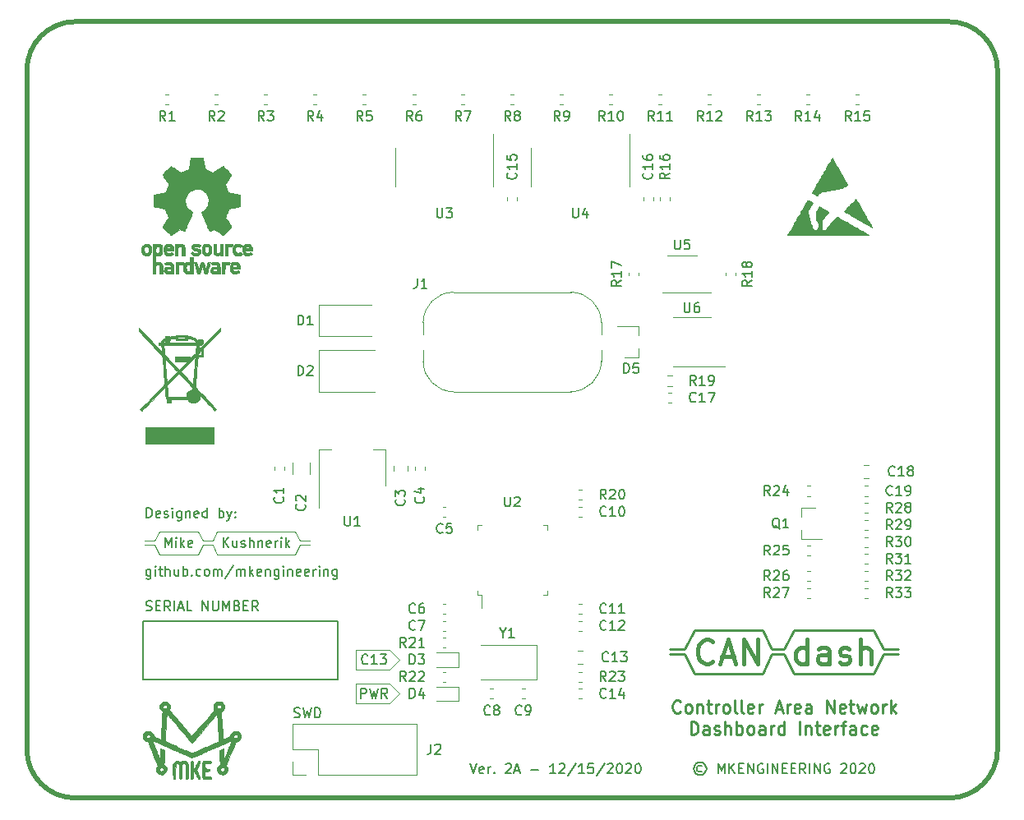
<source format=gbr>
G04 #@! TF.GenerationSoftware,KiCad,Pcbnew,(5.1.8)-1*
G04 #@! TF.CreationDate,2021-01-06T22:06:37-05:00*
G04 #@! TF.ProjectId,CANDash 2,43414e44-6173-4682-9032-2e6b69636164,2A*
G04 #@! TF.SameCoordinates,Original*
G04 #@! TF.FileFunction,Legend,Top*
G04 #@! TF.FilePolarity,Positive*
%FSLAX46Y46*%
G04 Gerber Fmt 4.6, Leading zero omitted, Abs format (unit mm)*
G04 Created by KiCad (PCBNEW (5.1.8)-1) date 2021-01-06 22:06:37*
%MOMM*%
%LPD*%
G01*
G04 APERTURE LIST*
%ADD10C,0.120000*%
%ADD11C,0.150000*%
%ADD12C,0.250000*%
%ADD13C,0.254000*%
%ADD14C,0.400000*%
G04 #@! TA.AperFunction,Profile*
%ADD15C,0.508000*%
G04 #@! TD*
%ADD16C,0.010000*%
G04 APERTURE END LIST*
D10*
X133875000Y-133250000D02*
X137375000Y-133250000D01*
X133875000Y-135250000D02*
X137375000Y-135250000D01*
X137375000Y-133250000D02*
X138375000Y-134250000D01*
X137375000Y-135250000D02*
X138375000Y-134250000D01*
X133875000Y-133250000D02*
X133875000Y-135250000D01*
D11*
X134416666Y-134702380D02*
X134416666Y-133702380D01*
X134797619Y-133702380D01*
X134892857Y-133750000D01*
X134940476Y-133797619D01*
X134988095Y-133892857D01*
X134988095Y-134035714D01*
X134940476Y-134130952D01*
X134892857Y-134178571D01*
X134797619Y-134226190D01*
X134416666Y-134226190D01*
X135321428Y-133702380D02*
X135559523Y-134702380D01*
X135750000Y-133988095D01*
X135940476Y-134702380D01*
X136178571Y-133702380D01*
X137130952Y-134702380D02*
X136797619Y-134226190D01*
X136559523Y-134702380D02*
X136559523Y-133702380D01*
X136940476Y-133702380D01*
X137035714Y-133750000D01*
X137083333Y-133797619D01*
X137130952Y-133892857D01*
X137130952Y-134035714D01*
X137083333Y-134130952D01*
X137035714Y-134178571D01*
X136940476Y-134226190D01*
X136559523Y-134226190D01*
D10*
X137375000Y-129750000D02*
X138375000Y-130750000D01*
X137375000Y-131750000D02*
X138375000Y-130750000D01*
X133875000Y-129750000D02*
X133875000Y-131750000D01*
X133875000Y-129750000D02*
X137375000Y-129750000D01*
X133875000Y-131750000D02*
X137375000Y-131750000D01*
D11*
X135107142Y-131107142D02*
X135059523Y-131154761D01*
X134916666Y-131202380D01*
X134821428Y-131202380D01*
X134678571Y-131154761D01*
X134583333Y-131059523D01*
X134535714Y-130964285D01*
X134488095Y-130773809D01*
X134488095Y-130630952D01*
X134535714Y-130440476D01*
X134583333Y-130345238D01*
X134678571Y-130250000D01*
X134821428Y-130202380D01*
X134916666Y-130202380D01*
X135059523Y-130250000D01*
X135107142Y-130297619D01*
X136059523Y-131202380D02*
X135488095Y-131202380D01*
X135773809Y-131202380D02*
X135773809Y-130202380D01*
X135678571Y-130345238D01*
X135583333Y-130440476D01*
X135488095Y-130488095D01*
X136392857Y-130202380D02*
X137011904Y-130202380D01*
X136678571Y-130583333D01*
X136821428Y-130583333D01*
X136916666Y-130630952D01*
X136964285Y-130678571D01*
X137011904Y-130773809D01*
X137011904Y-131011904D01*
X136964285Y-131107142D01*
X136916666Y-131154761D01*
X136821428Y-131202380D01*
X136535714Y-131202380D01*
X136440476Y-131154761D01*
X136392857Y-131107142D01*
X132000000Y-126750000D02*
X132000000Y-132750000D01*
X112000000Y-126750000D02*
X132000000Y-126750000D01*
X112000000Y-132750000D02*
X132000000Y-132750000D01*
X112000000Y-126750000D02*
X112000000Y-132750000D01*
X112287976Y-125654761D02*
X112430833Y-125702380D01*
X112668928Y-125702380D01*
X112764166Y-125654761D01*
X112811785Y-125607142D01*
X112859404Y-125511904D01*
X112859404Y-125416666D01*
X112811785Y-125321428D01*
X112764166Y-125273809D01*
X112668928Y-125226190D01*
X112478452Y-125178571D01*
X112383214Y-125130952D01*
X112335595Y-125083333D01*
X112287976Y-124988095D01*
X112287976Y-124892857D01*
X112335595Y-124797619D01*
X112383214Y-124750000D01*
X112478452Y-124702380D01*
X112716547Y-124702380D01*
X112859404Y-124750000D01*
X113287976Y-125178571D02*
X113621309Y-125178571D01*
X113764166Y-125702380D02*
X113287976Y-125702380D01*
X113287976Y-124702380D01*
X113764166Y-124702380D01*
X114764166Y-125702380D02*
X114430833Y-125226190D01*
X114192738Y-125702380D02*
X114192738Y-124702380D01*
X114573690Y-124702380D01*
X114668928Y-124750000D01*
X114716547Y-124797619D01*
X114764166Y-124892857D01*
X114764166Y-125035714D01*
X114716547Y-125130952D01*
X114668928Y-125178571D01*
X114573690Y-125226190D01*
X114192738Y-125226190D01*
X115192738Y-125702380D02*
X115192738Y-124702380D01*
X115621309Y-125416666D02*
X116097500Y-125416666D01*
X115526071Y-125702380D02*
X115859404Y-124702380D01*
X116192738Y-125702380D01*
X117002261Y-125702380D02*
X116526071Y-125702380D01*
X116526071Y-124702380D01*
X118097500Y-125702380D02*
X118097500Y-124702380D01*
X118668928Y-125702380D01*
X118668928Y-124702380D01*
X119145119Y-124702380D02*
X119145119Y-125511904D01*
X119192738Y-125607142D01*
X119240357Y-125654761D01*
X119335595Y-125702380D01*
X119526071Y-125702380D01*
X119621309Y-125654761D01*
X119668928Y-125607142D01*
X119716547Y-125511904D01*
X119716547Y-124702380D01*
X120192738Y-125702380D02*
X120192738Y-124702380D01*
X120526071Y-125416666D01*
X120859404Y-124702380D01*
X120859404Y-125702380D01*
X121668928Y-125178571D02*
X121811785Y-125226190D01*
X121859404Y-125273809D01*
X121907023Y-125369047D01*
X121907023Y-125511904D01*
X121859404Y-125607142D01*
X121811785Y-125654761D01*
X121716547Y-125702380D01*
X121335595Y-125702380D01*
X121335595Y-124702380D01*
X121668928Y-124702380D01*
X121764166Y-124750000D01*
X121811785Y-124797619D01*
X121859404Y-124892857D01*
X121859404Y-124988095D01*
X121811785Y-125083333D01*
X121764166Y-125130952D01*
X121668928Y-125178571D01*
X121335595Y-125178571D01*
X122335595Y-125178571D02*
X122668928Y-125178571D01*
X122811785Y-125702380D02*
X122335595Y-125702380D01*
X122335595Y-124702380D01*
X122811785Y-124702380D01*
X123811785Y-125702380D02*
X123478452Y-125226190D01*
X123240357Y-125702380D02*
X123240357Y-124702380D01*
X123621309Y-124702380D01*
X123716547Y-124750000D01*
X123764166Y-124797619D01*
X123811785Y-124892857D01*
X123811785Y-125035714D01*
X123764166Y-125130952D01*
X123716547Y-125178571D01*
X123621309Y-125226190D01*
X123240357Y-125226190D01*
D10*
X128125000Y-118519600D02*
X129125000Y-118519600D01*
X127625000Y-119894600D02*
X128125000Y-118894600D01*
X127625000Y-117519600D02*
X128125000Y-118519600D01*
X128125000Y-118894600D02*
X129125000Y-118894600D01*
D11*
X120220238Y-119159480D02*
X120220238Y-118159480D01*
X120791666Y-119159480D02*
X120363095Y-118588052D01*
X120791666Y-118159480D02*
X120220238Y-118730909D01*
X121648809Y-118492814D02*
X121648809Y-119159480D01*
X121220238Y-118492814D02*
X121220238Y-119016623D01*
X121267857Y-119111861D01*
X121363095Y-119159480D01*
X121505952Y-119159480D01*
X121601190Y-119111861D01*
X121648809Y-119064242D01*
X122077380Y-119111861D02*
X122172619Y-119159480D01*
X122363095Y-119159480D01*
X122458333Y-119111861D01*
X122505952Y-119016623D01*
X122505952Y-118969004D01*
X122458333Y-118873766D01*
X122363095Y-118826147D01*
X122220238Y-118826147D01*
X122125000Y-118778528D01*
X122077380Y-118683290D01*
X122077380Y-118635671D01*
X122125000Y-118540433D01*
X122220238Y-118492814D01*
X122363095Y-118492814D01*
X122458333Y-118540433D01*
X122934523Y-119159480D02*
X122934523Y-118159480D01*
X123363095Y-119159480D02*
X123363095Y-118635671D01*
X123315476Y-118540433D01*
X123220238Y-118492814D01*
X123077380Y-118492814D01*
X122982142Y-118540433D01*
X122934523Y-118588052D01*
X123839285Y-118492814D02*
X123839285Y-119159480D01*
X123839285Y-118588052D02*
X123886904Y-118540433D01*
X123982142Y-118492814D01*
X124125000Y-118492814D01*
X124220238Y-118540433D01*
X124267857Y-118635671D01*
X124267857Y-119159480D01*
X125125000Y-119111861D02*
X125029761Y-119159480D01*
X124839285Y-119159480D01*
X124744047Y-119111861D01*
X124696428Y-119016623D01*
X124696428Y-118635671D01*
X124744047Y-118540433D01*
X124839285Y-118492814D01*
X125029761Y-118492814D01*
X125125000Y-118540433D01*
X125172619Y-118635671D01*
X125172619Y-118730909D01*
X124696428Y-118826147D01*
X125601190Y-119159480D02*
X125601190Y-118492814D01*
X125601190Y-118683290D02*
X125648809Y-118588052D01*
X125696428Y-118540433D01*
X125791666Y-118492814D01*
X125886904Y-118492814D01*
X126220238Y-119159480D02*
X126220238Y-118492814D01*
X126220238Y-118159480D02*
X126172619Y-118207100D01*
X126220238Y-118254719D01*
X126267857Y-118207100D01*
X126220238Y-118159480D01*
X126220238Y-118254719D01*
X126696428Y-119159480D02*
X126696428Y-118159480D01*
X126791666Y-118778528D02*
X127077380Y-119159480D01*
X127077380Y-118492814D02*
X126696428Y-118873766D01*
D10*
X119125000Y-118894600D02*
X119625000Y-119894600D01*
X119125000Y-118519600D02*
X119625000Y-117519600D01*
X119625000Y-117519600D02*
X127625000Y-117519600D01*
X119625000Y-119894600D02*
X127625000Y-119894600D01*
X118125000Y-118519600D02*
X119125000Y-118519600D01*
X118125000Y-118894600D02*
X119125000Y-118894600D01*
X117625000Y-119894600D02*
X118125000Y-118894600D01*
X117625000Y-117519600D02*
X118125000Y-118519600D01*
X113625000Y-117519600D02*
X117625000Y-117519600D01*
X113625000Y-119894600D02*
X117625000Y-119894600D01*
X113125000Y-118519600D02*
X113625000Y-117519600D01*
X113125000Y-118894600D02*
X113625000Y-119894600D01*
D11*
X114220238Y-119159480D02*
X114220238Y-118159480D01*
X114553571Y-118873766D01*
X114886904Y-118159480D01*
X114886904Y-119159480D01*
X115363095Y-119159480D02*
X115363095Y-118492814D01*
X115363095Y-118159480D02*
X115315476Y-118207100D01*
X115363095Y-118254719D01*
X115410714Y-118207100D01*
X115363095Y-118159480D01*
X115363095Y-118254719D01*
X115839285Y-119159480D02*
X115839285Y-118159480D01*
X115934523Y-118778528D02*
X116220238Y-119159480D01*
X116220238Y-118492814D02*
X115839285Y-118873766D01*
X117029761Y-119111861D02*
X116934523Y-119159480D01*
X116744047Y-119159480D01*
X116648809Y-119111861D01*
X116601190Y-119016623D01*
X116601190Y-118635671D01*
X116648809Y-118540433D01*
X116744047Y-118492814D01*
X116934523Y-118492814D01*
X117029761Y-118540433D01*
X117077380Y-118635671D01*
X117077380Y-118730909D01*
X116601190Y-118826147D01*
X112335595Y-116096980D02*
X112335595Y-115096980D01*
X112573690Y-115096980D01*
X112716547Y-115144600D01*
X112811785Y-115239838D01*
X112859404Y-115335076D01*
X112907023Y-115525552D01*
X112907023Y-115668409D01*
X112859404Y-115858885D01*
X112811785Y-115954123D01*
X112716547Y-116049361D01*
X112573690Y-116096980D01*
X112335595Y-116096980D01*
X113716547Y-116049361D02*
X113621309Y-116096980D01*
X113430833Y-116096980D01*
X113335595Y-116049361D01*
X113287976Y-115954123D01*
X113287976Y-115573171D01*
X113335595Y-115477933D01*
X113430833Y-115430314D01*
X113621309Y-115430314D01*
X113716547Y-115477933D01*
X113764166Y-115573171D01*
X113764166Y-115668409D01*
X113287976Y-115763647D01*
X114145119Y-116049361D02*
X114240357Y-116096980D01*
X114430833Y-116096980D01*
X114526071Y-116049361D01*
X114573690Y-115954123D01*
X114573690Y-115906504D01*
X114526071Y-115811266D01*
X114430833Y-115763647D01*
X114287976Y-115763647D01*
X114192738Y-115716028D01*
X114145119Y-115620790D01*
X114145119Y-115573171D01*
X114192738Y-115477933D01*
X114287976Y-115430314D01*
X114430833Y-115430314D01*
X114526071Y-115477933D01*
X115002261Y-116096980D02*
X115002261Y-115430314D01*
X115002261Y-115096980D02*
X114954642Y-115144600D01*
X115002261Y-115192219D01*
X115049880Y-115144600D01*
X115002261Y-115096980D01*
X115002261Y-115192219D01*
X115907023Y-115430314D02*
X115907023Y-116239838D01*
X115859404Y-116335076D01*
X115811785Y-116382695D01*
X115716547Y-116430314D01*
X115573690Y-116430314D01*
X115478452Y-116382695D01*
X115907023Y-116049361D02*
X115811785Y-116096980D01*
X115621309Y-116096980D01*
X115526071Y-116049361D01*
X115478452Y-116001742D01*
X115430833Y-115906504D01*
X115430833Y-115620790D01*
X115478452Y-115525552D01*
X115526071Y-115477933D01*
X115621309Y-115430314D01*
X115811785Y-115430314D01*
X115907023Y-115477933D01*
X116383214Y-115430314D02*
X116383214Y-116096980D01*
X116383214Y-115525552D02*
X116430833Y-115477933D01*
X116526071Y-115430314D01*
X116668928Y-115430314D01*
X116764166Y-115477933D01*
X116811785Y-115573171D01*
X116811785Y-116096980D01*
X117668928Y-116049361D02*
X117573690Y-116096980D01*
X117383214Y-116096980D01*
X117287976Y-116049361D01*
X117240357Y-115954123D01*
X117240357Y-115573171D01*
X117287976Y-115477933D01*
X117383214Y-115430314D01*
X117573690Y-115430314D01*
X117668928Y-115477933D01*
X117716547Y-115573171D01*
X117716547Y-115668409D01*
X117240357Y-115763647D01*
X118573690Y-116096980D02*
X118573690Y-115096980D01*
X118573690Y-116049361D02*
X118478452Y-116096980D01*
X118287976Y-116096980D01*
X118192738Y-116049361D01*
X118145119Y-116001742D01*
X118097500Y-115906504D01*
X118097500Y-115620790D01*
X118145119Y-115525552D01*
X118192738Y-115477933D01*
X118287976Y-115430314D01*
X118478452Y-115430314D01*
X118573690Y-115477933D01*
X119811785Y-116096980D02*
X119811785Y-115096980D01*
X119811785Y-115477933D02*
X119907023Y-115430314D01*
X120097500Y-115430314D01*
X120192738Y-115477933D01*
X120240357Y-115525552D01*
X120287976Y-115620790D01*
X120287976Y-115906504D01*
X120240357Y-116001742D01*
X120192738Y-116049361D01*
X120097500Y-116096980D01*
X119907023Y-116096980D01*
X119811785Y-116049361D01*
X120621309Y-115430314D02*
X120859404Y-116096980D01*
X121097500Y-115430314D02*
X120859404Y-116096980D01*
X120764166Y-116335076D01*
X120716547Y-116382695D01*
X120621309Y-116430314D01*
X121478452Y-116001742D02*
X121526071Y-116049361D01*
X121478452Y-116096980D01*
X121430833Y-116049361D01*
X121478452Y-116001742D01*
X121478452Y-116096980D01*
X121478452Y-115477933D02*
X121526071Y-115525552D01*
X121478452Y-115573171D01*
X121430833Y-115525552D01*
X121478452Y-115477933D01*
X121478452Y-115573171D01*
D10*
X112125000Y-118519600D02*
X113125000Y-118519600D01*
X112125000Y-118894600D02*
X113125000Y-118894600D01*
D11*
X169547619Y-141690476D02*
X169452380Y-141642857D01*
X169261904Y-141642857D01*
X169166666Y-141690476D01*
X169071428Y-141785714D01*
X169023809Y-141880952D01*
X169023809Y-142071428D01*
X169071428Y-142166666D01*
X169166666Y-142261904D01*
X169261904Y-142309523D01*
X169452380Y-142309523D01*
X169547619Y-142261904D01*
X169357142Y-141309523D02*
X169119047Y-141357142D01*
X168880952Y-141500000D01*
X168738095Y-141738095D01*
X168690476Y-141976190D01*
X168738095Y-142214285D01*
X168880952Y-142452380D01*
X169119047Y-142595238D01*
X169357142Y-142642857D01*
X169595238Y-142595238D01*
X169833333Y-142452380D01*
X169976190Y-142214285D01*
X170023809Y-141976190D01*
X169976190Y-141738095D01*
X169833333Y-141500000D01*
X169595238Y-141357142D01*
X169357142Y-141309523D01*
X171214285Y-142452380D02*
X171214285Y-141452380D01*
X171547619Y-142166666D01*
X171880952Y-141452380D01*
X171880952Y-142452380D01*
X172357142Y-142452380D02*
X172357142Y-141452380D01*
X172928571Y-142452380D02*
X172500000Y-141880952D01*
X172928571Y-141452380D02*
X172357142Y-142023809D01*
X173357142Y-141928571D02*
X173690476Y-141928571D01*
X173833333Y-142452380D02*
X173357142Y-142452380D01*
X173357142Y-141452380D01*
X173833333Y-141452380D01*
X174261904Y-142452380D02*
X174261904Y-141452380D01*
X174833333Y-142452380D01*
X174833333Y-141452380D01*
X175833333Y-141500000D02*
X175738095Y-141452380D01*
X175595238Y-141452380D01*
X175452380Y-141500000D01*
X175357142Y-141595238D01*
X175309523Y-141690476D01*
X175261904Y-141880952D01*
X175261904Y-142023809D01*
X175309523Y-142214285D01*
X175357142Y-142309523D01*
X175452380Y-142404761D01*
X175595238Y-142452380D01*
X175690476Y-142452380D01*
X175833333Y-142404761D01*
X175880952Y-142357142D01*
X175880952Y-142023809D01*
X175690476Y-142023809D01*
X176309523Y-142452380D02*
X176309523Y-141452380D01*
X176785714Y-142452380D02*
X176785714Y-141452380D01*
X177357142Y-142452380D01*
X177357142Y-141452380D01*
X177833333Y-141928571D02*
X178166666Y-141928571D01*
X178309523Y-142452380D02*
X177833333Y-142452380D01*
X177833333Y-141452380D01*
X178309523Y-141452380D01*
X178738095Y-141928571D02*
X179071428Y-141928571D01*
X179214285Y-142452380D02*
X178738095Y-142452380D01*
X178738095Y-141452380D01*
X179214285Y-141452380D01*
X180214285Y-142452380D02*
X179880952Y-141976190D01*
X179642857Y-142452380D02*
X179642857Y-141452380D01*
X180023809Y-141452380D01*
X180119047Y-141500000D01*
X180166666Y-141547619D01*
X180214285Y-141642857D01*
X180214285Y-141785714D01*
X180166666Y-141880952D01*
X180119047Y-141928571D01*
X180023809Y-141976190D01*
X179642857Y-141976190D01*
X180642857Y-142452380D02*
X180642857Y-141452380D01*
X181119047Y-142452380D02*
X181119047Y-141452380D01*
X181690476Y-142452380D01*
X181690476Y-141452380D01*
X182690476Y-141500000D02*
X182595238Y-141452380D01*
X182452380Y-141452380D01*
X182309523Y-141500000D01*
X182214285Y-141595238D01*
X182166666Y-141690476D01*
X182119047Y-141880952D01*
X182119047Y-142023809D01*
X182166666Y-142214285D01*
X182214285Y-142309523D01*
X182309523Y-142404761D01*
X182452380Y-142452380D01*
X182547619Y-142452380D01*
X182690476Y-142404761D01*
X182738095Y-142357142D01*
X182738095Y-142023809D01*
X182547619Y-142023809D01*
X183880952Y-141547619D02*
X183928571Y-141500000D01*
X184023809Y-141452380D01*
X184261904Y-141452380D01*
X184357142Y-141500000D01*
X184404761Y-141547619D01*
X184452380Y-141642857D01*
X184452380Y-141738095D01*
X184404761Y-141880952D01*
X183833333Y-142452380D01*
X184452380Y-142452380D01*
X185071428Y-141452380D02*
X185166666Y-141452380D01*
X185261904Y-141500000D01*
X185309523Y-141547619D01*
X185357142Y-141642857D01*
X185404761Y-141833333D01*
X185404761Y-142071428D01*
X185357142Y-142261904D01*
X185309523Y-142357142D01*
X185261904Y-142404761D01*
X185166666Y-142452380D01*
X185071428Y-142452380D01*
X184976190Y-142404761D01*
X184928571Y-142357142D01*
X184880952Y-142261904D01*
X184833333Y-142071428D01*
X184833333Y-141833333D01*
X184880952Y-141642857D01*
X184928571Y-141547619D01*
X184976190Y-141500000D01*
X185071428Y-141452380D01*
X185785714Y-141547619D02*
X185833333Y-141500000D01*
X185928571Y-141452380D01*
X186166666Y-141452380D01*
X186261904Y-141500000D01*
X186309523Y-141547619D01*
X186357142Y-141642857D01*
X186357142Y-141738095D01*
X186309523Y-141880952D01*
X185738095Y-142452380D01*
X186357142Y-142452380D01*
X186976190Y-141452380D02*
X187071428Y-141452380D01*
X187166666Y-141500000D01*
X187214285Y-141547619D01*
X187261904Y-141642857D01*
X187309523Y-141833333D01*
X187309523Y-142071428D01*
X187261904Y-142261904D01*
X187214285Y-142357142D01*
X187166666Y-142404761D01*
X187071428Y-142452380D01*
X186976190Y-142452380D01*
X186880952Y-142404761D01*
X186833333Y-142357142D01*
X186785714Y-142261904D01*
X186738095Y-142071428D01*
X186738095Y-141833333D01*
X186785714Y-141642857D01*
X186833333Y-141547619D01*
X186880952Y-141500000D01*
X186976190Y-141452380D01*
X145666666Y-141452380D02*
X146000000Y-142452380D01*
X146333333Y-141452380D01*
X147047619Y-142404761D02*
X146952380Y-142452380D01*
X146761904Y-142452380D01*
X146666666Y-142404761D01*
X146619047Y-142309523D01*
X146619047Y-141928571D01*
X146666666Y-141833333D01*
X146761904Y-141785714D01*
X146952380Y-141785714D01*
X147047619Y-141833333D01*
X147095238Y-141928571D01*
X147095238Y-142023809D01*
X146619047Y-142119047D01*
X147523809Y-142452380D02*
X147523809Y-141785714D01*
X147523809Y-141976190D02*
X147571428Y-141880952D01*
X147619047Y-141833333D01*
X147714285Y-141785714D01*
X147809523Y-141785714D01*
X148142857Y-142357142D02*
X148190476Y-142404761D01*
X148142857Y-142452380D01*
X148095238Y-142404761D01*
X148142857Y-142357142D01*
X148142857Y-142452380D01*
X149333333Y-141547619D02*
X149380952Y-141500000D01*
X149476190Y-141452380D01*
X149714285Y-141452380D01*
X149809523Y-141500000D01*
X149857142Y-141547619D01*
X149904761Y-141642857D01*
X149904761Y-141738095D01*
X149857142Y-141880952D01*
X149285714Y-142452380D01*
X149904761Y-142452380D01*
X150285714Y-142166666D02*
X150761904Y-142166666D01*
X150190476Y-142452380D02*
X150523809Y-141452380D01*
X150857142Y-142452380D01*
X151952380Y-142071428D02*
X152714285Y-142071428D01*
X154476190Y-142452380D02*
X153904761Y-142452380D01*
X154190476Y-142452380D02*
X154190476Y-141452380D01*
X154095238Y-141595238D01*
X154000000Y-141690476D01*
X153904761Y-141738095D01*
X154857142Y-141547619D02*
X154904761Y-141500000D01*
X155000000Y-141452380D01*
X155238095Y-141452380D01*
X155333333Y-141500000D01*
X155380952Y-141547619D01*
X155428571Y-141642857D01*
X155428571Y-141738095D01*
X155380952Y-141880952D01*
X154809523Y-142452380D01*
X155428571Y-142452380D01*
X156571428Y-141404761D02*
X155714285Y-142690476D01*
X157428571Y-142452380D02*
X156857142Y-142452380D01*
X157142857Y-142452380D02*
X157142857Y-141452380D01*
X157047619Y-141595238D01*
X156952380Y-141690476D01*
X156857142Y-141738095D01*
X158333333Y-141452380D02*
X157857142Y-141452380D01*
X157809523Y-141928571D01*
X157857142Y-141880952D01*
X157952380Y-141833333D01*
X158190476Y-141833333D01*
X158285714Y-141880952D01*
X158333333Y-141928571D01*
X158380952Y-142023809D01*
X158380952Y-142261904D01*
X158333333Y-142357142D01*
X158285714Y-142404761D01*
X158190476Y-142452380D01*
X157952380Y-142452380D01*
X157857142Y-142404761D01*
X157809523Y-142357142D01*
X159523809Y-141404761D02*
X158666666Y-142690476D01*
X159809523Y-141547619D02*
X159857142Y-141500000D01*
X159952380Y-141452380D01*
X160190476Y-141452380D01*
X160285714Y-141500000D01*
X160333333Y-141547619D01*
X160380952Y-141642857D01*
X160380952Y-141738095D01*
X160333333Y-141880952D01*
X159761904Y-142452380D01*
X160380952Y-142452380D01*
X161000000Y-141452380D02*
X161095238Y-141452380D01*
X161190476Y-141500000D01*
X161238095Y-141547619D01*
X161285714Y-141642857D01*
X161333333Y-141833333D01*
X161333333Y-142071428D01*
X161285714Y-142261904D01*
X161238095Y-142357142D01*
X161190476Y-142404761D01*
X161095238Y-142452380D01*
X161000000Y-142452380D01*
X160904761Y-142404761D01*
X160857142Y-142357142D01*
X160809523Y-142261904D01*
X160761904Y-142071428D01*
X160761904Y-141833333D01*
X160809523Y-141642857D01*
X160857142Y-141547619D01*
X160904761Y-141500000D01*
X161000000Y-141452380D01*
X161714285Y-141547619D02*
X161761904Y-141500000D01*
X161857142Y-141452380D01*
X162095238Y-141452380D01*
X162190476Y-141500000D01*
X162238095Y-141547619D01*
X162285714Y-141642857D01*
X162285714Y-141738095D01*
X162238095Y-141880952D01*
X161666666Y-142452380D01*
X162285714Y-142452380D01*
X162904761Y-141452380D02*
X163000000Y-141452380D01*
X163095238Y-141500000D01*
X163142857Y-141547619D01*
X163190476Y-141642857D01*
X163238095Y-141833333D01*
X163238095Y-142071428D01*
X163190476Y-142261904D01*
X163142857Y-142357142D01*
X163095238Y-142404761D01*
X163000000Y-142452380D01*
X162904761Y-142452380D01*
X162809523Y-142404761D01*
X162761904Y-142357142D01*
X162714285Y-142261904D01*
X162666666Y-142071428D01*
X162666666Y-141833333D01*
X162714285Y-141642857D01*
X162761904Y-141547619D01*
X162809523Y-141500000D01*
X162904761Y-141452380D01*
D12*
X167321428Y-136114285D02*
X167259523Y-136176190D01*
X167073809Y-136238095D01*
X166950000Y-136238095D01*
X166764285Y-136176190D01*
X166640476Y-136052380D01*
X166578571Y-135928571D01*
X166516666Y-135680952D01*
X166516666Y-135495238D01*
X166578571Y-135247619D01*
X166640476Y-135123809D01*
X166764285Y-135000000D01*
X166950000Y-134938095D01*
X167073809Y-134938095D01*
X167259523Y-135000000D01*
X167321428Y-135061904D01*
X168064285Y-136238095D02*
X167940476Y-136176190D01*
X167878571Y-136114285D01*
X167816666Y-135990476D01*
X167816666Y-135619047D01*
X167878571Y-135495238D01*
X167940476Y-135433333D01*
X168064285Y-135371428D01*
X168250000Y-135371428D01*
X168373809Y-135433333D01*
X168435714Y-135495238D01*
X168497619Y-135619047D01*
X168497619Y-135990476D01*
X168435714Y-136114285D01*
X168373809Y-136176190D01*
X168250000Y-136238095D01*
X168064285Y-136238095D01*
X169054761Y-135371428D02*
X169054761Y-136238095D01*
X169054761Y-135495238D02*
X169116666Y-135433333D01*
X169240476Y-135371428D01*
X169426190Y-135371428D01*
X169550000Y-135433333D01*
X169611904Y-135557142D01*
X169611904Y-136238095D01*
X170045238Y-135371428D02*
X170540476Y-135371428D01*
X170230952Y-134938095D02*
X170230952Y-136052380D01*
X170292857Y-136176190D01*
X170416666Y-136238095D01*
X170540476Y-136238095D01*
X170973809Y-136238095D02*
X170973809Y-135371428D01*
X170973809Y-135619047D02*
X171035714Y-135495238D01*
X171097619Y-135433333D01*
X171221428Y-135371428D01*
X171345238Y-135371428D01*
X171964285Y-136238095D02*
X171840476Y-136176190D01*
X171778571Y-136114285D01*
X171716666Y-135990476D01*
X171716666Y-135619047D01*
X171778571Y-135495238D01*
X171840476Y-135433333D01*
X171964285Y-135371428D01*
X172150000Y-135371428D01*
X172273809Y-135433333D01*
X172335714Y-135495238D01*
X172397619Y-135619047D01*
X172397619Y-135990476D01*
X172335714Y-136114285D01*
X172273809Y-136176190D01*
X172150000Y-136238095D01*
X171964285Y-136238095D01*
X173140476Y-136238095D02*
X173016666Y-136176190D01*
X172954761Y-136052380D01*
X172954761Y-134938095D01*
X173821428Y-136238095D02*
X173697619Y-136176190D01*
X173635714Y-136052380D01*
X173635714Y-134938095D01*
X174811904Y-136176190D02*
X174688095Y-136238095D01*
X174440476Y-136238095D01*
X174316666Y-136176190D01*
X174254761Y-136052380D01*
X174254761Y-135557142D01*
X174316666Y-135433333D01*
X174440476Y-135371428D01*
X174688095Y-135371428D01*
X174811904Y-135433333D01*
X174873809Y-135557142D01*
X174873809Y-135680952D01*
X174254761Y-135804761D01*
X175430952Y-136238095D02*
X175430952Y-135371428D01*
X175430952Y-135619047D02*
X175492857Y-135495238D01*
X175554761Y-135433333D01*
X175678571Y-135371428D01*
X175802380Y-135371428D01*
X177164285Y-135866666D02*
X177783333Y-135866666D01*
X177040476Y-136238095D02*
X177473809Y-134938095D01*
X177907142Y-136238095D01*
X178340476Y-136238095D02*
X178340476Y-135371428D01*
X178340476Y-135619047D02*
X178402380Y-135495238D01*
X178464285Y-135433333D01*
X178588095Y-135371428D01*
X178711904Y-135371428D01*
X179640476Y-136176190D02*
X179516666Y-136238095D01*
X179269047Y-136238095D01*
X179145238Y-136176190D01*
X179083333Y-136052380D01*
X179083333Y-135557142D01*
X179145238Y-135433333D01*
X179269047Y-135371428D01*
X179516666Y-135371428D01*
X179640476Y-135433333D01*
X179702380Y-135557142D01*
X179702380Y-135680952D01*
X179083333Y-135804761D01*
X180816666Y-136238095D02*
X180816666Y-135557142D01*
X180754761Y-135433333D01*
X180630952Y-135371428D01*
X180383333Y-135371428D01*
X180259523Y-135433333D01*
X180816666Y-136176190D02*
X180692857Y-136238095D01*
X180383333Y-136238095D01*
X180259523Y-136176190D01*
X180197619Y-136052380D01*
X180197619Y-135928571D01*
X180259523Y-135804761D01*
X180383333Y-135742857D01*
X180692857Y-135742857D01*
X180816666Y-135680952D01*
X182426190Y-136238095D02*
X182426190Y-134938095D01*
X183169047Y-136238095D01*
X183169047Y-134938095D01*
X184283333Y-136176190D02*
X184159523Y-136238095D01*
X183911904Y-136238095D01*
X183788095Y-136176190D01*
X183726190Y-136052380D01*
X183726190Y-135557142D01*
X183788095Y-135433333D01*
X183911904Y-135371428D01*
X184159523Y-135371428D01*
X184283333Y-135433333D01*
X184345238Y-135557142D01*
X184345238Y-135680952D01*
X183726190Y-135804761D01*
X184716666Y-135371428D02*
X185211904Y-135371428D01*
X184902380Y-134938095D02*
X184902380Y-136052380D01*
X184964285Y-136176190D01*
X185088095Y-136238095D01*
X185211904Y-136238095D01*
X185521428Y-135371428D02*
X185769047Y-136238095D01*
X186016666Y-135619047D01*
X186264285Y-136238095D01*
X186511904Y-135371428D01*
X187192857Y-136238095D02*
X187069047Y-136176190D01*
X187007142Y-136114285D01*
X186945238Y-135990476D01*
X186945238Y-135619047D01*
X187007142Y-135495238D01*
X187069047Y-135433333D01*
X187192857Y-135371428D01*
X187378571Y-135371428D01*
X187502380Y-135433333D01*
X187564285Y-135495238D01*
X187626190Y-135619047D01*
X187626190Y-135990476D01*
X187564285Y-136114285D01*
X187502380Y-136176190D01*
X187378571Y-136238095D01*
X187192857Y-136238095D01*
X188183333Y-136238095D02*
X188183333Y-135371428D01*
X188183333Y-135619047D02*
X188245238Y-135495238D01*
X188307142Y-135433333D01*
X188430952Y-135371428D01*
X188554761Y-135371428D01*
X188988095Y-136238095D02*
X188988095Y-134938095D01*
X189111904Y-135742857D02*
X189483333Y-136238095D01*
X189483333Y-135371428D02*
X188988095Y-135866666D01*
X168404761Y-138438095D02*
X168404761Y-137138095D01*
X168714285Y-137138095D01*
X168900000Y-137200000D01*
X169023809Y-137323809D01*
X169085714Y-137447619D01*
X169147619Y-137695238D01*
X169147619Y-137880952D01*
X169085714Y-138128571D01*
X169023809Y-138252380D01*
X168900000Y-138376190D01*
X168714285Y-138438095D01*
X168404761Y-138438095D01*
X170261904Y-138438095D02*
X170261904Y-137757142D01*
X170200000Y-137633333D01*
X170076190Y-137571428D01*
X169828571Y-137571428D01*
X169704761Y-137633333D01*
X170261904Y-138376190D02*
X170138095Y-138438095D01*
X169828571Y-138438095D01*
X169704761Y-138376190D01*
X169642857Y-138252380D01*
X169642857Y-138128571D01*
X169704761Y-138004761D01*
X169828571Y-137942857D01*
X170138095Y-137942857D01*
X170261904Y-137880952D01*
X170819047Y-138376190D02*
X170942857Y-138438095D01*
X171190476Y-138438095D01*
X171314285Y-138376190D01*
X171376190Y-138252380D01*
X171376190Y-138190476D01*
X171314285Y-138066666D01*
X171190476Y-138004761D01*
X171004761Y-138004761D01*
X170880952Y-137942857D01*
X170819047Y-137819047D01*
X170819047Y-137757142D01*
X170880952Y-137633333D01*
X171004761Y-137571428D01*
X171190476Y-137571428D01*
X171314285Y-137633333D01*
X171933333Y-138438095D02*
X171933333Y-137138095D01*
X172490476Y-138438095D02*
X172490476Y-137757142D01*
X172428571Y-137633333D01*
X172304761Y-137571428D01*
X172119047Y-137571428D01*
X171995238Y-137633333D01*
X171933333Y-137695238D01*
X173109523Y-138438095D02*
X173109523Y-137138095D01*
X173109523Y-137633333D02*
X173233333Y-137571428D01*
X173480952Y-137571428D01*
X173604761Y-137633333D01*
X173666666Y-137695238D01*
X173728571Y-137819047D01*
X173728571Y-138190476D01*
X173666666Y-138314285D01*
X173604761Y-138376190D01*
X173480952Y-138438095D01*
X173233333Y-138438095D01*
X173109523Y-138376190D01*
X174471428Y-138438095D02*
X174347619Y-138376190D01*
X174285714Y-138314285D01*
X174223809Y-138190476D01*
X174223809Y-137819047D01*
X174285714Y-137695238D01*
X174347619Y-137633333D01*
X174471428Y-137571428D01*
X174657142Y-137571428D01*
X174780952Y-137633333D01*
X174842857Y-137695238D01*
X174904761Y-137819047D01*
X174904761Y-138190476D01*
X174842857Y-138314285D01*
X174780952Y-138376190D01*
X174657142Y-138438095D01*
X174471428Y-138438095D01*
X176019047Y-138438095D02*
X176019047Y-137757142D01*
X175957142Y-137633333D01*
X175833333Y-137571428D01*
X175585714Y-137571428D01*
X175461904Y-137633333D01*
X176019047Y-138376190D02*
X175895238Y-138438095D01*
X175585714Y-138438095D01*
X175461904Y-138376190D01*
X175400000Y-138252380D01*
X175400000Y-138128571D01*
X175461904Y-138004761D01*
X175585714Y-137942857D01*
X175895238Y-137942857D01*
X176019047Y-137880952D01*
X176638095Y-138438095D02*
X176638095Y-137571428D01*
X176638095Y-137819047D02*
X176700000Y-137695238D01*
X176761904Y-137633333D01*
X176885714Y-137571428D01*
X177009523Y-137571428D01*
X178000000Y-138438095D02*
X178000000Y-137138095D01*
X178000000Y-138376190D02*
X177876190Y-138438095D01*
X177628571Y-138438095D01*
X177504761Y-138376190D01*
X177442857Y-138314285D01*
X177380952Y-138190476D01*
X177380952Y-137819047D01*
X177442857Y-137695238D01*
X177504761Y-137633333D01*
X177628571Y-137571428D01*
X177876190Y-137571428D01*
X178000000Y-137633333D01*
X179609523Y-138438095D02*
X179609523Y-137138095D01*
X180228571Y-137571428D02*
X180228571Y-138438095D01*
X180228571Y-137695238D02*
X180290476Y-137633333D01*
X180414285Y-137571428D01*
X180600000Y-137571428D01*
X180723809Y-137633333D01*
X180785714Y-137757142D01*
X180785714Y-138438095D01*
X181219047Y-137571428D02*
X181714285Y-137571428D01*
X181404761Y-137138095D02*
X181404761Y-138252380D01*
X181466666Y-138376190D01*
X181590476Y-138438095D01*
X181714285Y-138438095D01*
X182642857Y-138376190D02*
X182519047Y-138438095D01*
X182271428Y-138438095D01*
X182147619Y-138376190D01*
X182085714Y-138252380D01*
X182085714Y-137757142D01*
X182147619Y-137633333D01*
X182271428Y-137571428D01*
X182519047Y-137571428D01*
X182642857Y-137633333D01*
X182704761Y-137757142D01*
X182704761Y-137880952D01*
X182085714Y-138004761D01*
X183261904Y-138438095D02*
X183261904Y-137571428D01*
X183261904Y-137819047D02*
X183323809Y-137695238D01*
X183385714Y-137633333D01*
X183509523Y-137571428D01*
X183633333Y-137571428D01*
X183880952Y-137571428D02*
X184376190Y-137571428D01*
X184066666Y-138438095D02*
X184066666Y-137323809D01*
X184128571Y-137200000D01*
X184252380Y-137138095D01*
X184376190Y-137138095D01*
X185366666Y-138438095D02*
X185366666Y-137757142D01*
X185304761Y-137633333D01*
X185180952Y-137571428D01*
X184933333Y-137571428D01*
X184809523Y-137633333D01*
X185366666Y-138376190D02*
X185242857Y-138438095D01*
X184933333Y-138438095D01*
X184809523Y-138376190D01*
X184747619Y-138252380D01*
X184747619Y-138128571D01*
X184809523Y-138004761D01*
X184933333Y-137942857D01*
X185242857Y-137942857D01*
X185366666Y-137880952D01*
X186542857Y-138376190D02*
X186419047Y-138438095D01*
X186171428Y-138438095D01*
X186047619Y-138376190D01*
X185985714Y-138314285D01*
X185923809Y-138190476D01*
X185923809Y-137819047D01*
X185985714Y-137695238D01*
X186047619Y-137633333D01*
X186171428Y-137571428D01*
X186419047Y-137571428D01*
X186542857Y-137633333D01*
X187595238Y-138376190D02*
X187471428Y-138438095D01*
X187223809Y-138438095D01*
X187100000Y-138376190D01*
X187038095Y-138252380D01*
X187038095Y-137757142D01*
X187100000Y-137633333D01*
X187223809Y-137571428D01*
X187471428Y-137571428D01*
X187595238Y-137633333D01*
X187657142Y-137757142D01*
X187657142Y-137880952D01*
X187038095Y-138004761D01*
D13*
X166264600Y-130186300D02*
X167764600Y-130186300D01*
X188264600Y-129686300D02*
X189764600Y-129686300D01*
X188264600Y-130186300D02*
X189764600Y-130186300D01*
X187264600Y-127686300D02*
X188264600Y-129686300D01*
X187264600Y-132186300D02*
X188264600Y-130186300D01*
D14*
X180401504Y-131167252D02*
X180401504Y-128667252D01*
X180401504Y-131048204D02*
X180163409Y-131167252D01*
X179687219Y-131167252D01*
X179449123Y-131048204D01*
X179330076Y-130929157D01*
X179211028Y-130691061D01*
X179211028Y-129976776D01*
X179330076Y-129738680D01*
X179449123Y-129619633D01*
X179687219Y-129500585D01*
X180163409Y-129500585D01*
X180401504Y-129619633D01*
X182663409Y-131167252D02*
X182663409Y-129857728D01*
X182544361Y-129619633D01*
X182306266Y-129500585D01*
X181830076Y-129500585D01*
X181591980Y-129619633D01*
X182663409Y-131048204D02*
X182425314Y-131167252D01*
X181830076Y-131167252D01*
X181591980Y-131048204D01*
X181472933Y-130810109D01*
X181472933Y-130572014D01*
X181591980Y-130333919D01*
X181830076Y-130214871D01*
X182425314Y-130214871D01*
X182663409Y-130095823D01*
X183734838Y-131048204D02*
X183972933Y-131167252D01*
X184449123Y-131167252D01*
X184687219Y-131048204D01*
X184806266Y-130810109D01*
X184806266Y-130691061D01*
X184687219Y-130452966D01*
X184449123Y-130333919D01*
X184091980Y-130333919D01*
X183853885Y-130214871D01*
X183734838Y-129976776D01*
X183734838Y-129857728D01*
X183853885Y-129619633D01*
X184091980Y-129500585D01*
X184449123Y-129500585D01*
X184687219Y-129619633D01*
X185877695Y-131167252D02*
X185877695Y-128667252D01*
X186949123Y-131167252D02*
X186949123Y-129857728D01*
X186830076Y-129619633D01*
X186591980Y-129500585D01*
X186234838Y-129500585D01*
X185996742Y-129619633D01*
X185877695Y-129738680D01*
D13*
X179014600Y-132186300D02*
X187264600Y-132186300D01*
X178014600Y-130186300D02*
X179014600Y-132186300D01*
X176764600Y-130186300D02*
X178014600Y-130186300D01*
X175764600Y-132186300D02*
X176764600Y-130186300D01*
X168764600Y-132186300D02*
X175764600Y-132186300D01*
X167764600Y-130186300D02*
X168764600Y-132186300D01*
X179014600Y-127686300D02*
X187264600Y-127686300D01*
X178014600Y-129686300D02*
X179014600Y-127686300D01*
X175764600Y-127686300D02*
X176764600Y-129686300D01*
X176764600Y-129686300D02*
X178014600Y-129686300D01*
X167764600Y-129686300D02*
X168764600Y-127686300D01*
X168764600Y-127686300D02*
X175764600Y-127686300D01*
X166264600Y-129686300D02*
X167764600Y-129686300D01*
D14*
X170657457Y-130929157D02*
X170538409Y-131048204D01*
X170181266Y-131167252D01*
X169943171Y-131167252D01*
X169586028Y-131048204D01*
X169347933Y-130810109D01*
X169228885Y-130572014D01*
X169109838Y-130095823D01*
X169109838Y-129738680D01*
X169228885Y-129262490D01*
X169347933Y-129024395D01*
X169586028Y-128786300D01*
X169943171Y-128667252D01*
X170181266Y-128667252D01*
X170538409Y-128786300D01*
X170657457Y-128905347D01*
X171609838Y-130452966D02*
X172800314Y-130452966D01*
X171371742Y-131167252D02*
X172205076Y-128667252D01*
X173038409Y-131167252D01*
X173871742Y-131167252D02*
X173871742Y-128667252D01*
X175300314Y-131167252D01*
X175300314Y-128667252D01*
D15*
X105000000Y-65000000D02*
X195000000Y-65000000D01*
X200000000Y-70000000D02*
X200000000Y-140000000D01*
X200000000Y-70000000D02*
G75*
G03*
X195000000Y-65000000I-5000000J0D01*
G01*
X100000000Y-70000000D02*
X100000000Y-140000000D01*
X105000000Y-65000000D02*
G75*
G03*
X100000000Y-70000000I0J-5000000D01*
G01*
X195000000Y-145000000D02*
X105000000Y-145000000D01*
X195000000Y-145000000D02*
G75*
G03*
X200000000Y-140000000I0J5000000D01*
G01*
X100000000Y-140000000D02*
G75*
G03*
X105000000Y-145000000I5000000J0D01*
G01*
D11*
X112764166Y-121430314D02*
X112764166Y-122239838D01*
X112716547Y-122335076D01*
X112668928Y-122382695D01*
X112573690Y-122430314D01*
X112430833Y-122430314D01*
X112335595Y-122382695D01*
X112764166Y-122049361D02*
X112668928Y-122096980D01*
X112478452Y-122096980D01*
X112383214Y-122049361D01*
X112335595Y-122001742D01*
X112287976Y-121906504D01*
X112287976Y-121620790D01*
X112335595Y-121525552D01*
X112383214Y-121477933D01*
X112478452Y-121430314D01*
X112668928Y-121430314D01*
X112764166Y-121477933D01*
X113240357Y-122096980D02*
X113240357Y-121430314D01*
X113240357Y-121096980D02*
X113192738Y-121144600D01*
X113240357Y-121192219D01*
X113287976Y-121144600D01*
X113240357Y-121096980D01*
X113240357Y-121192219D01*
X113573690Y-121430314D02*
X113954642Y-121430314D01*
X113716547Y-121096980D02*
X113716547Y-121954123D01*
X113764166Y-122049361D01*
X113859404Y-122096980D01*
X113954642Y-122096980D01*
X114287976Y-122096980D02*
X114287976Y-121096980D01*
X114716547Y-122096980D02*
X114716547Y-121573171D01*
X114668928Y-121477933D01*
X114573690Y-121430314D01*
X114430833Y-121430314D01*
X114335595Y-121477933D01*
X114287976Y-121525552D01*
X115621309Y-121430314D02*
X115621309Y-122096980D01*
X115192738Y-121430314D02*
X115192738Y-121954123D01*
X115240357Y-122049361D01*
X115335595Y-122096980D01*
X115478452Y-122096980D01*
X115573690Y-122049361D01*
X115621309Y-122001742D01*
X116097500Y-122096980D02*
X116097500Y-121096980D01*
X116097500Y-121477933D02*
X116192738Y-121430314D01*
X116383214Y-121430314D01*
X116478452Y-121477933D01*
X116526071Y-121525552D01*
X116573690Y-121620790D01*
X116573690Y-121906504D01*
X116526071Y-122001742D01*
X116478452Y-122049361D01*
X116383214Y-122096980D01*
X116192738Y-122096980D01*
X116097500Y-122049361D01*
X117002261Y-122001742D02*
X117049880Y-122049361D01*
X117002261Y-122096980D01*
X116954642Y-122049361D01*
X117002261Y-122001742D01*
X117002261Y-122096980D01*
X117907023Y-122049361D02*
X117811785Y-122096980D01*
X117621309Y-122096980D01*
X117526071Y-122049361D01*
X117478452Y-122001742D01*
X117430833Y-121906504D01*
X117430833Y-121620790D01*
X117478452Y-121525552D01*
X117526071Y-121477933D01*
X117621309Y-121430314D01*
X117811785Y-121430314D01*
X117907023Y-121477933D01*
X118478452Y-122096980D02*
X118383214Y-122049361D01*
X118335595Y-122001742D01*
X118287976Y-121906504D01*
X118287976Y-121620790D01*
X118335595Y-121525552D01*
X118383214Y-121477933D01*
X118478452Y-121430314D01*
X118621309Y-121430314D01*
X118716547Y-121477933D01*
X118764166Y-121525552D01*
X118811785Y-121620790D01*
X118811785Y-121906504D01*
X118764166Y-122001742D01*
X118716547Y-122049361D01*
X118621309Y-122096980D01*
X118478452Y-122096980D01*
X119240357Y-122096980D02*
X119240357Y-121430314D01*
X119240357Y-121525552D02*
X119287976Y-121477933D01*
X119383214Y-121430314D01*
X119526071Y-121430314D01*
X119621309Y-121477933D01*
X119668928Y-121573171D01*
X119668928Y-122096980D01*
X119668928Y-121573171D02*
X119716547Y-121477933D01*
X119811785Y-121430314D01*
X119954642Y-121430314D01*
X120049880Y-121477933D01*
X120097500Y-121573171D01*
X120097500Y-122096980D01*
X121287976Y-121049361D02*
X120430833Y-122335076D01*
X121621309Y-122096980D02*
X121621309Y-121430314D01*
X121621309Y-121525552D02*
X121668928Y-121477933D01*
X121764166Y-121430314D01*
X121907023Y-121430314D01*
X122002261Y-121477933D01*
X122049880Y-121573171D01*
X122049880Y-122096980D01*
X122049880Y-121573171D02*
X122097500Y-121477933D01*
X122192738Y-121430314D01*
X122335595Y-121430314D01*
X122430833Y-121477933D01*
X122478452Y-121573171D01*
X122478452Y-122096980D01*
X122954642Y-122096980D02*
X122954642Y-121096980D01*
X123049880Y-121716028D02*
X123335595Y-122096980D01*
X123335595Y-121430314D02*
X122954642Y-121811266D01*
X124145119Y-122049361D02*
X124049880Y-122096980D01*
X123859404Y-122096980D01*
X123764166Y-122049361D01*
X123716547Y-121954123D01*
X123716547Y-121573171D01*
X123764166Y-121477933D01*
X123859404Y-121430314D01*
X124049880Y-121430314D01*
X124145119Y-121477933D01*
X124192738Y-121573171D01*
X124192738Y-121668409D01*
X123716547Y-121763647D01*
X124621309Y-121430314D02*
X124621309Y-122096980D01*
X124621309Y-121525552D02*
X124668928Y-121477933D01*
X124764166Y-121430314D01*
X124907023Y-121430314D01*
X125002261Y-121477933D01*
X125049880Y-121573171D01*
X125049880Y-122096980D01*
X125954642Y-121430314D02*
X125954642Y-122239838D01*
X125907023Y-122335076D01*
X125859404Y-122382695D01*
X125764166Y-122430314D01*
X125621309Y-122430314D01*
X125526071Y-122382695D01*
X125954642Y-122049361D02*
X125859404Y-122096980D01*
X125668928Y-122096980D01*
X125573690Y-122049361D01*
X125526071Y-122001742D01*
X125478452Y-121906504D01*
X125478452Y-121620790D01*
X125526071Y-121525552D01*
X125573690Y-121477933D01*
X125668928Y-121430314D01*
X125859404Y-121430314D01*
X125954642Y-121477933D01*
X126430833Y-122096980D02*
X126430833Y-121430314D01*
X126430833Y-121096980D02*
X126383214Y-121144600D01*
X126430833Y-121192219D01*
X126478452Y-121144600D01*
X126430833Y-121096980D01*
X126430833Y-121192219D01*
X126907023Y-121430314D02*
X126907023Y-122096980D01*
X126907023Y-121525552D02*
X126954642Y-121477933D01*
X127049880Y-121430314D01*
X127192738Y-121430314D01*
X127287976Y-121477933D01*
X127335595Y-121573171D01*
X127335595Y-122096980D01*
X128192738Y-122049361D02*
X128097500Y-122096980D01*
X127907023Y-122096980D01*
X127811785Y-122049361D01*
X127764166Y-121954123D01*
X127764166Y-121573171D01*
X127811785Y-121477933D01*
X127907023Y-121430314D01*
X128097500Y-121430314D01*
X128192738Y-121477933D01*
X128240357Y-121573171D01*
X128240357Y-121668409D01*
X127764166Y-121763647D01*
X129049880Y-122049361D02*
X128954642Y-122096980D01*
X128764166Y-122096980D01*
X128668928Y-122049361D01*
X128621309Y-121954123D01*
X128621309Y-121573171D01*
X128668928Y-121477933D01*
X128764166Y-121430314D01*
X128954642Y-121430314D01*
X129049880Y-121477933D01*
X129097500Y-121573171D01*
X129097500Y-121668409D01*
X128621309Y-121763647D01*
X129526071Y-122096980D02*
X129526071Y-121430314D01*
X129526071Y-121620790D02*
X129573690Y-121525552D01*
X129621309Y-121477933D01*
X129716547Y-121430314D01*
X129811785Y-121430314D01*
X130145119Y-122096980D02*
X130145119Y-121430314D01*
X130145119Y-121096980D02*
X130097500Y-121144600D01*
X130145119Y-121192219D01*
X130192738Y-121144600D01*
X130145119Y-121096980D01*
X130145119Y-121192219D01*
X130621309Y-121430314D02*
X130621309Y-122096980D01*
X130621309Y-121525552D02*
X130668928Y-121477933D01*
X130764166Y-121430314D01*
X130907023Y-121430314D01*
X131002261Y-121477933D01*
X131049880Y-121573171D01*
X131049880Y-122096980D01*
X131954642Y-121430314D02*
X131954642Y-122239838D01*
X131907023Y-122335076D01*
X131859404Y-122382695D01*
X131764166Y-122430314D01*
X131621309Y-122430314D01*
X131526071Y-122382695D01*
X131954642Y-122049361D02*
X131859404Y-122096980D01*
X131668928Y-122096980D01*
X131573690Y-122049361D01*
X131526071Y-122001742D01*
X131478452Y-121906504D01*
X131478452Y-121620790D01*
X131526071Y-121525552D01*
X131573690Y-121477933D01*
X131668928Y-121430314D01*
X131859404Y-121430314D01*
X131954642Y-121477933D01*
D16*
G36*
X118246535Y-79633172D02*
G01*
X118359117Y-80230363D01*
X118774531Y-80401610D01*
X119189944Y-80572857D01*
X119688302Y-80233978D01*
X119827868Y-80139622D01*
X119954028Y-80055375D01*
X120060895Y-79985083D01*
X120142582Y-79932592D01*
X120193201Y-79901749D01*
X120206986Y-79895098D01*
X120231820Y-79912203D01*
X120284888Y-79959489D01*
X120360240Y-80030917D01*
X120451929Y-80120445D01*
X120554007Y-80222034D01*
X120660526Y-80329643D01*
X120765536Y-80437232D01*
X120863091Y-80538760D01*
X120947242Y-80628186D01*
X121012040Y-80699471D01*
X121051538Y-80746573D01*
X121060980Y-80762337D01*
X121047391Y-80791398D01*
X121009293Y-80855066D01*
X120950694Y-80947112D01*
X120875597Y-81061309D01*
X120788009Y-81191429D01*
X120737254Y-81265646D01*
X120644745Y-81401167D01*
X120562540Y-81523461D01*
X120494630Y-81626440D01*
X120445000Y-81704018D01*
X120417640Y-81750106D01*
X120413529Y-81759792D01*
X120422849Y-81787319D01*
X120448254Y-81851473D01*
X120485911Y-81943235D01*
X120531986Y-82053584D01*
X120582646Y-82173500D01*
X120634059Y-82293964D01*
X120682389Y-82405954D01*
X120723806Y-82500452D01*
X120754474Y-82568437D01*
X120770562Y-82600888D01*
X120771511Y-82602165D01*
X120796772Y-82608362D01*
X120864046Y-82622185D01*
X120966360Y-82642277D01*
X121096741Y-82667279D01*
X121248216Y-82695831D01*
X121336594Y-82712296D01*
X121498452Y-82743114D01*
X121644649Y-82772439D01*
X121767787Y-82798666D01*
X121860469Y-82820191D01*
X121915301Y-82835410D01*
X121926323Y-82840238D01*
X121937119Y-82872919D01*
X121945829Y-82946730D01*
X121952460Y-83053037D01*
X121957018Y-83183212D01*
X121959509Y-83328621D01*
X121959938Y-83480635D01*
X121958311Y-83630622D01*
X121954635Y-83769951D01*
X121948915Y-83889990D01*
X121941158Y-83982110D01*
X121931368Y-84037677D01*
X121925496Y-84049245D01*
X121890399Y-84063110D01*
X121816028Y-84082933D01*
X121712223Y-84106384D01*
X121588819Y-84131136D01*
X121545741Y-84139143D01*
X121338047Y-84177186D01*
X121173984Y-84207824D01*
X121048130Y-84232274D01*
X120955065Y-84251754D01*
X120889367Y-84267481D01*
X120845617Y-84280673D01*
X120818392Y-84292549D01*
X120802272Y-84304325D01*
X120800017Y-84306653D01*
X120777503Y-84344145D01*
X120743158Y-84417110D01*
X120700411Y-84516612D01*
X120652692Y-84633718D01*
X120603430Y-84759493D01*
X120556055Y-84885002D01*
X120513995Y-85001310D01*
X120480680Y-85099484D01*
X120459541Y-85170588D01*
X120454005Y-85205687D01*
X120454466Y-85206917D01*
X120473223Y-85235606D01*
X120515776Y-85298730D01*
X120577653Y-85389718D01*
X120654382Y-85502000D01*
X120741491Y-85629005D01*
X120766299Y-85665098D01*
X120854753Y-85795948D01*
X120932588Y-85915336D01*
X120995566Y-86016407D01*
X121039445Y-86092304D01*
X121059985Y-86136172D01*
X121060980Y-86141562D01*
X121043722Y-86169889D01*
X120996036Y-86226006D01*
X120924050Y-86303882D01*
X120833897Y-86397485D01*
X120731705Y-86500786D01*
X120623606Y-86607751D01*
X120515728Y-86712351D01*
X120414204Y-86808554D01*
X120325162Y-86890329D01*
X120254733Y-86951645D01*
X120209047Y-86986471D01*
X120196409Y-86992157D01*
X120166991Y-86978765D01*
X120106761Y-86942644D01*
X120025530Y-86889881D01*
X119963030Y-86847412D01*
X119849785Y-86769485D01*
X119715674Y-86677729D01*
X119581155Y-86586120D01*
X119508833Y-86537091D01*
X119264038Y-86371515D01*
X119058551Y-86482620D01*
X118964936Y-86531293D01*
X118885330Y-86569126D01*
X118831467Y-86590703D01*
X118817757Y-86593706D01*
X118801270Y-86571538D01*
X118768745Y-86508894D01*
X118722609Y-86411554D01*
X118665290Y-86285294D01*
X118599216Y-86135895D01*
X118526815Y-85969133D01*
X118450516Y-85790787D01*
X118372746Y-85606636D01*
X118295934Y-85422457D01*
X118222506Y-85244030D01*
X118154892Y-85077132D01*
X118095520Y-84927542D01*
X118046816Y-84801038D01*
X118011210Y-84703399D01*
X117991130Y-84640402D01*
X117987900Y-84618766D01*
X118013496Y-84591169D01*
X118069539Y-84546370D01*
X118144311Y-84493679D01*
X118150587Y-84489510D01*
X118343845Y-84334814D01*
X118499674Y-84154336D01*
X118616724Y-83953847D01*
X118693645Y-83739119D01*
X118729086Y-83515922D01*
X118721697Y-83290026D01*
X118670127Y-83067204D01*
X118573026Y-82853224D01*
X118544458Y-82806409D01*
X118395868Y-82617363D01*
X118220327Y-82465557D01*
X118023910Y-82351779D01*
X117812693Y-82276820D01*
X117592753Y-82241467D01*
X117370163Y-82246512D01*
X117151001Y-82292744D01*
X116941342Y-82380951D01*
X116747261Y-82511924D01*
X116687226Y-82565082D01*
X116534435Y-82731484D01*
X116423097Y-82906657D01*
X116346723Y-83103011D01*
X116304187Y-83297462D01*
X116293686Y-83516087D01*
X116328701Y-83735797D01*
X116405673Y-83949165D01*
X116521047Y-84148767D01*
X116671266Y-84327174D01*
X116852773Y-84476962D01*
X116876627Y-84492751D01*
X116952201Y-84544457D01*
X117009651Y-84589257D01*
X117037117Y-84617862D01*
X117037517Y-84618766D01*
X117031620Y-84649709D01*
X117008245Y-84719936D01*
X116969821Y-84823670D01*
X116918777Y-84955135D01*
X116857542Y-85108552D01*
X116788544Y-85278146D01*
X116714214Y-85458138D01*
X116636978Y-85642753D01*
X116559268Y-85826213D01*
X116483511Y-86002741D01*
X116412137Y-86166559D01*
X116347574Y-86311892D01*
X116292252Y-86432962D01*
X116248600Y-86523992D01*
X116219046Y-86579205D01*
X116207144Y-86593706D01*
X116170777Y-86582414D01*
X116102730Y-86552130D01*
X116014737Y-86508265D01*
X115966351Y-86482620D01*
X115760863Y-86371515D01*
X115516068Y-86537091D01*
X115391106Y-86621915D01*
X115254295Y-86715261D01*
X115126089Y-86803153D01*
X115061871Y-86847412D01*
X114971551Y-86908063D01*
X114895071Y-86956126D01*
X114842407Y-86985515D01*
X114825302Y-86991727D01*
X114800405Y-86974968D01*
X114745305Y-86928181D01*
X114665343Y-86856225D01*
X114565861Y-86763957D01*
X114452200Y-86656235D01*
X114380315Y-86587071D01*
X114254551Y-86463502D01*
X114145863Y-86352979D01*
X114058645Y-86260230D01*
X113997289Y-86189982D01*
X113966191Y-86146965D01*
X113963208Y-86138235D01*
X113977053Y-86105029D01*
X114015312Y-86037887D01*
X114073742Y-85943608D01*
X114148097Y-85828990D01*
X114234135Y-85700828D01*
X114258603Y-85665098D01*
X114347755Y-85535234D01*
X114427738Y-85418314D01*
X114494080Y-85320907D01*
X114542311Y-85249584D01*
X114567957Y-85210915D01*
X114570435Y-85206917D01*
X114566729Y-85176100D01*
X114547061Y-85108344D01*
X114514860Y-85012584D01*
X114473555Y-84897754D01*
X114426575Y-84772789D01*
X114377349Y-84646624D01*
X114329308Y-84528193D01*
X114285881Y-84426430D01*
X114250496Y-84350271D01*
X114226584Y-84308649D01*
X114224884Y-84306653D01*
X114210262Y-84294758D01*
X114185565Y-84282995D01*
X114145372Y-84270146D01*
X114084263Y-84254994D01*
X113996817Y-84236321D01*
X113877612Y-84212910D01*
X113721227Y-84183542D01*
X113522243Y-84147000D01*
X113479160Y-84139143D01*
X113351471Y-84114472D01*
X113240153Y-84090338D01*
X113155045Y-84069069D01*
X113105983Y-84052993D01*
X113099405Y-84049245D01*
X113088564Y-84016018D01*
X113079753Y-83941766D01*
X113072976Y-83835121D01*
X113068240Y-83704712D01*
X113065550Y-83559172D01*
X113064913Y-83407131D01*
X113066334Y-83257221D01*
X113069820Y-83118073D01*
X113075376Y-82998317D01*
X113083008Y-82906586D01*
X113092722Y-82851511D01*
X113098578Y-82840238D01*
X113131180Y-82828868D01*
X113205418Y-82810369D01*
X113313896Y-82786347D01*
X113449217Y-82758407D01*
X113603985Y-82728153D01*
X113688308Y-82712296D01*
X113848296Y-82682389D01*
X113990967Y-82655295D01*
X114109348Y-82632376D01*
X114196465Y-82614988D01*
X114245345Y-82604492D01*
X114253390Y-82602165D01*
X114266987Y-82575931D01*
X114295729Y-82512740D01*
X114335785Y-82421622D01*
X114383324Y-82311602D01*
X114434515Y-82191710D01*
X114485526Y-82070972D01*
X114532526Y-81958416D01*
X114571684Y-81863071D01*
X114599169Y-81793962D01*
X114611149Y-81760119D01*
X114611372Y-81758640D01*
X114597791Y-81731942D01*
X114559715Y-81670505D01*
X114501147Y-81580434D01*
X114426088Y-81467835D01*
X114338540Y-81338815D01*
X114287647Y-81264706D01*
X114194909Y-81128822D01*
X114112541Y-81005454D01*
X114044561Y-80900842D01*
X113994988Y-80821228D01*
X113967842Y-80772852D01*
X113963921Y-80762007D01*
X113980775Y-80736765D01*
X114027368Y-80682869D01*
X114097749Y-80606358D01*
X114185965Y-80513268D01*
X114286065Y-80409640D01*
X114392098Y-80301509D01*
X114498111Y-80194915D01*
X114598152Y-80095895D01*
X114686270Y-80010487D01*
X114756513Y-79944730D01*
X114802928Y-79904661D01*
X114818456Y-79895098D01*
X114843739Y-79908545D01*
X114904211Y-79946320D01*
X114993992Y-80004580D01*
X115107203Y-80079479D01*
X115237964Y-80167170D01*
X115336600Y-80233978D01*
X115834957Y-80572857D01*
X116250371Y-80401610D01*
X116665784Y-80230363D01*
X116778366Y-79633172D01*
X116890949Y-79035980D01*
X118133952Y-79035980D01*
X118246535Y-79633172D01*
G37*
X118246535Y-79633172D02*
X118359117Y-80230363D01*
X118774531Y-80401610D01*
X119189944Y-80572857D01*
X119688302Y-80233978D01*
X119827868Y-80139622D01*
X119954028Y-80055375D01*
X120060895Y-79985083D01*
X120142582Y-79932592D01*
X120193201Y-79901749D01*
X120206986Y-79895098D01*
X120231820Y-79912203D01*
X120284888Y-79959489D01*
X120360240Y-80030917D01*
X120451929Y-80120445D01*
X120554007Y-80222034D01*
X120660526Y-80329643D01*
X120765536Y-80437232D01*
X120863091Y-80538760D01*
X120947242Y-80628186D01*
X121012040Y-80699471D01*
X121051538Y-80746573D01*
X121060980Y-80762337D01*
X121047391Y-80791398D01*
X121009293Y-80855066D01*
X120950694Y-80947112D01*
X120875597Y-81061309D01*
X120788009Y-81191429D01*
X120737254Y-81265646D01*
X120644745Y-81401167D01*
X120562540Y-81523461D01*
X120494630Y-81626440D01*
X120445000Y-81704018D01*
X120417640Y-81750106D01*
X120413529Y-81759792D01*
X120422849Y-81787319D01*
X120448254Y-81851473D01*
X120485911Y-81943235D01*
X120531986Y-82053584D01*
X120582646Y-82173500D01*
X120634059Y-82293964D01*
X120682389Y-82405954D01*
X120723806Y-82500452D01*
X120754474Y-82568437D01*
X120770562Y-82600888D01*
X120771511Y-82602165D01*
X120796772Y-82608362D01*
X120864046Y-82622185D01*
X120966360Y-82642277D01*
X121096741Y-82667279D01*
X121248216Y-82695831D01*
X121336594Y-82712296D01*
X121498452Y-82743114D01*
X121644649Y-82772439D01*
X121767787Y-82798666D01*
X121860469Y-82820191D01*
X121915301Y-82835410D01*
X121926323Y-82840238D01*
X121937119Y-82872919D01*
X121945829Y-82946730D01*
X121952460Y-83053037D01*
X121957018Y-83183212D01*
X121959509Y-83328621D01*
X121959938Y-83480635D01*
X121958311Y-83630622D01*
X121954635Y-83769951D01*
X121948915Y-83889990D01*
X121941158Y-83982110D01*
X121931368Y-84037677D01*
X121925496Y-84049245D01*
X121890399Y-84063110D01*
X121816028Y-84082933D01*
X121712223Y-84106384D01*
X121588819Y-84131136D01*
X121545741Y-84139143D01*
X121338047Y-84177186D01*
X121173984Y-84207824D01*
X121048130Y-84232274D01*
X120955065Y-84251754D01*
X120889367Y-84267481D01*
X120845617Y-84280673D01*
X120818392Y-84292549D01*
X120802272Y-84304325D01*
X120800017Y-84306653D01*
X120777503Y-84344145D01*
X120743158Y-84417110D01*
X120700411Y-84516612D01*
X120652692Y-84633718D01*
X120603430Y-84759493D01*
X120556055Y-84885002D01*
X120513995Y-85001310D01*
X120480680Y-85099484D01*
X120459541Y-85170588D01*
X120454005Y-85205687D01*
X120454466Y-85206917D01*
X120473223Y-85235606D01*
X120515776Y-85298730D01*
X120577653Y-85389718D01*
X120654382Y-85502000D01*
X120741491Y-85629005D01*
X120766299Y-85665098D01*
X120854753Y-85795948D01*
X120932588Y-85915336D01*
X120995566Y-86016407D01*
X121039445Y-86092304D01*
X121059985Y-86136172D01*
X121060980Y-86141562D01*
X121043722Y-86169889D01*
X120996036Y-86226006D01*
X120924050Y-86303882D01*
X120833897Y-86397485D01*
X120731705Y-86500786D01*
X120623606Y-86607751D01*
X120515728Y-86712351D01*
X120414204Y-86808554D01*
X120325162Y-86890329D01*
X120254733Y-86951645D01*
X120209047Y-86986471D01*
X120196409Y-86992157D01*
X120166991Y-86978765D01*
X120106761Y-86942644D01*
X120025530Y-86889881D01*
X119963030Y-86847412D01*
X119849785Y-86769485D01*
X119715674Y-86677729D01*
X119581155Y-86586120D01*
X119508833Y-86537091D01*
X119264038Y-86371515D01*
X119058551Y-86482620D01*
X118964936Y-86531293D01*
X118885330Y-86569126D01*
X118831467Y-86590703D01*
X118817757Y-86593706D01*
X118801270Y-86571538D01*
X118768745Y-86508894D01*
X118722609Y-86411554D01*
X118665290Y-86285294D01*
X118599216Y-86135895D01*
X118526815Y-85969133D01*
X118450516Y-85790787D01*
X118372746Y-85606636D01*
X118295934Y-85422457D01*
X118222506Y-85244030D01*
X118154892Y-85077132D01*
X118095520Y-84927542D01*
X118046816Y-84801038D01*
X118011210Y-84703399D01*
X117991130Y-84640402D01*
X117987900Y-84618766D01*
X118013496Y-84591169D01*
X118069539Y-84546370D01*
X118144311Y-84493679D01*
X118150587Y-84489510D01*
X118343845Y-84334814D01*
X118499674Y-84154336D01*
X118616724Y-83953847D01*
X118693645Y-83739119D01*
X118729086Y-83515922D01*
X118721697Y-83290026D01*
X118670127Y-83067204D01*
X118573026Y-82853224D01*
X118544458Y-82806409D01*
X118395868Y-82617363D01*
X118220327Y-82465557D01*
X118023910Y-82351779D01*
X117812693Y-82276820D01*
X117592753Y-82241467D01*
X117370163Y-82246512D01*
X117151001Y-82292744D01*
X116941342Y-82380951D01*
X116747261Y-82511924D01*
X116687226Y-82565082D01*
X116534435Y-82731484D01*
X116423097Y-82906657D01*
X116346723Y-83103011D01*
X116304187Y-83297462D01*
X116293686Y-83516087D01*
X116328701Y-83735797D01*
X116405673Y-83949165D01*
X116521047Y-84148767D01*
X116671266Y-84327174D01*
X116852773Y-84476962D01*
X116876627Y-84492751D01*
X116952201Y-84544457D01*
X117009651Y-84589257D01*
X117037117Y-84617862D01*
X117037517Y-84618766D01*
X117031620Y-84649709D01*
X117008245Y-84719936D01*
X116969821Y-84823670D01*
X116918777Y-84955135D01*
X116857542Y-85108552D01*
X116788544Y-85278146D01*
X116714214Y-85458138D01*
X116636978Y-85642753D01*
X116559268Y-85826213D01*
X116483511Y-86002741D01*
X116412137Y-86166559D01*
X116347574Y-86311892D01*
X116292252Y-86432962D01*
X116248600Y-86523992D01*
X116219046Y-86579205D01*
X116207144Y-86593706D01*
X116170777Y-86582414D01*
X116102730Y-86552130D01*
X116014737Y-86508265D01*
X115966351Y-86482620D01*
X115760863Y-86371515D01*
X115516068Y-86537091D01*
X115391106Y-86621915D01*
X115254295Y-86715261D01*
X115126089Y-86803153D01*
X115061871Y-86847412D01*
X114971551Y-86908063D01*
X114895071Y-86956126D01*
X114842407Y-86985515D01*
X114825302Y-86991727D01*
X114800405Y-86974968D01*
X114745305Y-86928181D01*
X114665343Y-86856225D01*
X114565861Y-86763957D01*
X114452200Y-86656235D01*
X114380315Y-86587071D01*
X114254551Y-86463502D01*
X114145863Y-86352979D01*
X114058645Y-86260230D01*
X113997289Y-86189982D01*
X113966191Y-86146965D01*
X113963208Y-86138235D01*
X113977053Y-86105029D01*
X114015312Y-86037887D01*
X114073742Y-85943608D01*
X114148097Y-85828990D01*
X114234135Y-85700828D01*
X114258603Y-85665098D01*
X114347755Y-85535234D01*
X114427738Y-85418314D01*
X114494080Y-85320907D01*
X114542311Y-85249584D01*
X114567957Y-85210915D01*
X114570435Y-85206917D01*
X114566729Y-85176100D01*
X114547061Y-85108344D01*
X114514860Y-85012584D01*
X114473555Y-84897754D01*
X114426575Y-84772789D01*
X114377349Y-84646624D01*
X114329308Y-84528193D01*
X114285881Y-84426430D01*
X114250496Y-84350271D01*
X114226584Y-84308649D01*
X114224884Y-84306653D01*
X114210262Y-84294758D01*
X114185565Y-84282995D01*
X114145372Y-84270146D01*
X114084263Y-84254994D01*
X113996817Y-84236321D01*
X113877612Y-84212910D01*
X113721227Y-84183542D01*
X113522243Y-84147000D01*
X113479160Y-84139143D01*
X113351471Y-84114472D01*
X113240153Y-84090338D01*
X113155045Y-84069069D01*
X113105983Y-84052993D01*
X113099405Y-84049245D01*
X113088564Y-84016018D01*
X113079753Y-83941766D01*
X113072976Y-83835121D01*
X113068240Y-83704712D01*
X113065550Y-83559172D01*
X113064913Y-83407131D01*
X113066334Y-83257221D01*
X113069820Y-83118073D01*
X113075376Y-82998317D01*
X113083008Y-82906586D01*
X113092722Y-82851511D01*
X113098578Y-82840238D01*
X113131180Y-82828868D01*
X113205418Y-82810369D01*
X113313896Y-82786347D01*
X113449217Y-82758407D01*
X113603985Y-82728153D01*
X113688308Y-82712296D01*
X113848296Y-82682389D01*
X113990967Y-82655295D01*
X114109348Y-82632376D01*
X114196465Y-82614988D01*
X114245345Y-82604492D01*
X114253390Y-82602165D01*
X114266987Y-82575931D01*
X114295729Y-82512740D01*
X114335785Y-82421622D01*
X114383324Y-82311602D01*
X114434515Y-82191710D01*
X114485526Y-82070972D01*
X114532526Y-81958416D01*
X114571684Y-81863071D01*
X114599169Y-81793962D01*
X114611149Y-81760119D01*
X114611372Y-81758640D01*
X114597791Y-81731942D01*
X114559715Y-81670505D01*
X114501147Y-81580434D01*
X114426088Y-81467835D01*
X114338540Y-81338815D01*
X114287647Y-81264706D01*
X114194909Y-81128822D01*
X114112541Y-81005454D01*
X114044561Y-80900842D01*
X113994988Y-80821228D01*
X113967842Y-80772852D01*
X113963921Y-80762007D01*
X113980775Y-80736765D01*
X114027368Y-80682869D01*
X114097749Y-80606358D01*
X114185965Y-80513268D01*
X114286065Y-80409640D01*
X114392098Y-80301509D01*
X114498111Y-80194915D01*
X114598152Y-80095895D01*
X114686270Y-80010487D01*
X114756513Y-79944730D01*
X114802928Y-79904661D01*
X114818456Y-79895098D01*
X114843739Y-79908545D01*
X114904211Y-79946320D01*
X114993992Y-80004580D01*
X115107203Y-80079479D01*
X115237964Y-80167170D01*
X115336600Y-80233978D01*
X115834957Y-80572857D01*
X116250371Y-80401610D01*
X116665784Y-80230363D01*
X116778366Y-79633172D01*
X116890949Y-79035980D01*
X118133952Y-79035980D01*
X118246535Y-79633172D01*
G36*
X121063637Y-87887472D02*
G01*
X121149290Y-87913641D01*
X121204437Y-87946707D01*
X121222401Y-87972855D01*
X121217457Y-88003852D01*
X121185372Y-88052547D01*
X121158243Y-88087035D01*
X121102317Y-88149383D01*
X121060299Y-88175615D01*
X121024480Y-88173903D01*
X120918224Y-88146863D01*
X120840189Y-88148091D01*
X120776820Y-88178735D01*
X120755546Y-88196670D01*
X120687451Y-88259779D01*
X120687451Y-89083922D01*
X120413529Y-89083922D01*
X120413529Y-87888628D01*
X120550490Y-87888628D01*
X120632719Y-87891879D01*
X120675144Y-87903426D01*
X120687445Y-87925952D01*
X120687451Y-87926620D01*
X120693260Y-87950215D01*
X120719531Y-87947138D01*
X120755931Y-87930115D01*
X120831111Y-87898439D01*
X120892158Y-87879381D01*
X120970708Y-87874496D01*
X121063637Y-87887472D01*
G37*
X121063637Y-87887472D02*
X121149290Y-87913641D01*
X121204437Y-87946707D01*
X121222401Y-87972855D01*
X121217457Y-88003852D01*
X121185372Y-88052547D01*
X121158243Y-88087035D01*
X121102317Y-88149383D01*
X121060299Y-88175615D01*
X121024480Y-88173903D01*
X120918224Y-88146863D01*
X120840189Y-88148091D01*
X120776820Y-88178735D01*
X120755546Y-88196670D01*
X120687451Y-88259779D01*
X120687451Y-89083922D01*
X120413529Y-89083922D01*
X120413529Y-87888628D01*
X120550490Y-87888628D01*
X120632719Y-87891879D01*
X120675144Y-87903426D01*
X120687445Y-87925952D01*
X120687451Y-87926620D01*
X120693260Y-87950215D01*
X120719531Y-87947138D01*
X120755931Y-87930115D01*
X120831111Y-87898439D01*
X120892158Y-87879381D01*
X120970708Y-87874496D01*
X121063637Y-87887472D01*
G36*
X116006760Y-87909199D02*
G01*
X116068736Y-87938802D01*
X116128759Y-87981561D01*
X116174486Y-88030775D01*
X116207793Y-88093544D01*
X116230555Y-88176971D01*
X116244647Y-88288159D01*
X116251942Y-88434209D01*
X116254318Y-88622223D01*
X116254355Y-88641912D01*
X116254902Y-89083922D01*
X115980980Y-89083922D01*
X115980980Y-88676435D01*
X115980785Y-88525471D01*
X115979436Y-88416056D01*
X115975788Y-88339933D01*
X115968696Y-88288848D01*
X115957013Y-88254545D01*
X115939594Y-88228768D01*
X115915329Y-88203298D01*
X115830435Y-88148571D01*
X115737761Y-88138416D01*
X115649473Y-88173017D01*
X115618770Y-88198770D01*
X115596229Y-88222982D01*
X115580046Y-88248912D01*
X115569168Y-88284708D01*
X115562542Y-88338519D01*
X115559115Y-88418493D01*
X115557834Y-88532779D01*
X115557647Y-88671907D01*
X115557647Y-89083922D01*
X115283725Y-89083922D01*
X115283725Y-87888628D01*
X115420686Y-87888628D01*
X115502916Y-87891879D01*
X115545340Y-87903426D01*
X115557641Y-87925952D01*
X115557647Y-87926620D01*
X115563354Y-87948681D01*
X115588527Y-87946177D01*
X115638578Y-87921937D01*
X115752094Y-87886271D01*
X115881945Y-87882305D01*
X116006760Y-87909199D01*
G37*
X116006760Y-87909199D02*
X116068736Y-87938802D01*
X116128759Y-87981561D01*
X116174486Y-88030775D01*
X116207793Y-88093544D01*
X116230555Y-88176971D01*
X116244647Y-88288159D01*
X116251942Y-88434209D01*
X116254318Y-88622223D01*
X116254355Y-88641912D01*
X116254902Y-89083922D01*
X115980980Y-89083922D01*
X115980980Y-88676435D01*
X115980785Y-88525471D01*
X115979436Y-88416056D01*
X115975788Y-88339933D01*
X115968696Y-88288848D01*
X115957013Y-88254545D01*
X115939594Y-88228768D01*
X115915329Y-88203298D01*
X115830435Y-88148571D01*
X115737761Y-88138416D01*
X115649473Y-88173017D01*
X115618770Y-88198770D01*
X115596229Y-88222982D01*
X115580046Y-88248912D01*
X115569168Y-88284708D01*
X115562542Y-88338519D01*
X115559115Y-88418493D01*
X115557834Y-88532779D01*
X115557647Y-88671907D01*
X115557647Y-89083922D01*
X115283725Y-89083922D01*
X115283725Y-87888628D01*
X115420686Y-87888628D01*
X115502916Y-87891879D01*
X115545340Y-87903426D01*
X115557641Y-87925952D01*
X115557647Y-87926620D01*
X115563354Y-87948681D01*
X115588527Y-87946177D01*
X115638578Y-87921937D01*
X115752094Y-87886271D01*
X115881945Y-87882305D01*
X116006760Y-87909199D01*
G36*
X122803287Y-87884355D02*
G01*
X122867051Y-87899845D01*
X122989300Y-87956569D01*
X123093834Y-88043202D01*
X123166180Y-88147074D01*
X123176119Y-88170396D01*
X123189754Y-88231484D01*
X123199298Y-88321853D01*
X123202549Y-88413190D01*
X123202549Y-88585882D01*
X122841470Y-88585882D01*
X122692546Y-88586445D01*
X122587632Y-88589864D01*
X122520937Y-88598731D01*
X122486666Y-88615641D01*
X122479028Y-88643189D01*
X122492229Y-88683968D01*
X122515877Y-88731683D01*
X122581843Y-88811314D01*
X122673512Y-88850987D01*
X122785555Y-88849695D01*
X122912472Y-88806514D01*
X123022158Y-88753224D01*
X123113173Y-88825191D01*
X123204188Y-88897157D01*
X123118563Y-88976269D01*
X123004250Y-89051017D01*
X122863666Y-89096084D01*
X122712449Y-89108696D01*
X122566236Y-89086079D01*
X122542647Y-89078405D01*
X122414141Y-89011296D01*
X122318551Y-88911247D01*
X122253861Y-88775271D01*
X122218057Y-88600380D01*
X122217640Y-88596632D01*
X122214434Y-88406032D01*
X122227393Y-88338035D01*
X122480392Y-88338035D01*
X122503627Y-88348491D01*
X122566710Y-88356500D01*
X122659706Y-88361073D01*
X122718638Y-88361765D01*
X122828537Y-88361332D01*
X122897252Y-88358578D01*
X122933405Y-88351321D01*
X122945615Y-88337376D01*
X122942504Y-88314562D01*
X122939894Y-88305735D01*
X122895344Y-88222800D01*
X122825279Y-88155960D01*
X122763446Y-88126589D01*
X122681301Y-88128362D01*
X122598062Y-88164990D01*
X122528238Y-88225634D01*
X122486337Y-88299456D01*
X122480392Y-88338035D01*
X122227393Y-88338035D01*
X122246385Y-88238395D01*
X122309773Y-88097711D01*
X122400878Y-87987974D01*
X122515978Y-87913174D01*
X122651355Y-87877304D01*
X122803287Y-87884355D01*
G37*
X122803287Y-87884355D02*
X122867051Y-87899845D01*
X122989300Y-87956569D01*
X123093834Y-88043202D01*
X123166180Y-88147074D01*
X123176119Y-88170396D01*
X123189754Y-88231484D01*
X123199298Y-88321853D01*
X123202549Y-88413190D01*
X123202549Y-88585882D01*
X122841470Y-88585882D01*
X122692546Y-88586445D01*
X122587632Y-88589864D01*
X122520937Y-88598731D01*
X122486666Y-88615641D01*
X122479028Y-88643189D01*
X122492229Y-88683968D01*
X122515877Y-88731683D01*
X122581843Y-88811314D01*
X122673512Y-88850987D01*
X122785555Y-88849695D01*
X122912472Y-88806514D01*
X123022158Y-88753224D01*
X123113173Y-88825191D01*
X123204188Y-88897157D01*
X123118563Y-88976269D01*
X123004250Y-89051017D01*
X122863666Y-89096084D01*
X122712449Y-89108696D01*
X122566236Y-89086079D01*
X122542647Y-89078405D01*
X122414141Y-89011296D01*
X122318551Y-88911247D01*
X122253861Y-88775271D01*
X122218057Y-88600380D01*
X122217640Y-88596632D01*
X122214434Y-88406032D01*
X122227393Y-88338035D01*
X122480392Y-88338035D01*
X122503627Y-88348491D01*
X122566710Y-88356500D01*
X122659706Y-88361073D01*
X122718638Y-88361765D01*
X122828537Y-88361332D01*
X122897252Y-88358578D01*
X122933405Y-88351321D01*
X122945615Y-88337376D01*
X122942504Y-88314562D01*
X122939894Y-88305735D01*
X122895344Y-88222800D01*
X122825279Y-88155960D01*
X122763446Y-88126589D01*
X122681301Y-88128362D01*
X122598062Y-88164990D01*
X122528238Y-88225634D01*
X122486337Y-88299456D01*
X122480392Y-88338035D01*
X122227393Y-88338035D01*
X122246385Y-88238395D01*
X122309773Y-88097711D01*
X122400878Y-87987974D01*
X122515978Y-87913174D01*
X122651355Y-87877304D01*
X122803287Y-87884355D01*
G36*
X121890976Y-87899056D02*
G01*
X122035256Y-87960348D01*
X122080699Y-87990185D01*
X122138779Y-88036036D01*
X122175238Y-88072089D01*
X122181568Y-88083832D01*
X122163693Y-88109889D01*
X122117950Y-88154105D01*
X122081328Y-88184965D01*
X121981088Y-88265520D01*
X121901935Y-88198918D01*
X121840769Y-88155921D01*
X121781129Y-88141079D01*
X121712872Y-88144704D01*
X121604482Y-88171652D01*
X121529872Y-88227587D01*
X121484530Y-88318014D01*
X121463947Y-88448435D01*
X121463942Y-88448517D01*
X121465722Y-88594290D01*
X121493387Y-88701245D01*
X121548571Y-88774064D01*
X121586192Y-88798723D01*
X121686105Y-88829431D01*
X121792822Y-88829449D01*
X121885669Y-88799655D01*
X121907647Y-88785098D01*
X121962765Y-88747914D01*
X122005859Y-88741820D01*
X122052335Y-88769496D01*
X122103716Y-88819205D01*
X122185046Y-88903116D01*
X122094749Y-88977546D01*
X121955236Y-89061549D01*
X121797912Y-89102947D01*
X121633503Y-89099950D01*
X121525531Y-89072500D01*
X121399331Y-89004620D01*
X121298401Y-88897831D01*
X121252548Y-88822451D01*
X121215410Y-88714297D01*
X121196827Y-88577318D01*
X121196684Y-88428864D01*
X121214865Y-88286281D01*
X121251255Y-88166918D01*
X121256987Y-88154680D01*
X121341865Y-88034655D01*
X121456782Y-87947267D01*
X121592659Y-87894329D01*
X121740417Y-87877654D01*
X121890976Y-87899056D01*
G37*
X121890976Y-87899056D02*
X122035256Y-87960348D01*
X122080699Y-87990185D01*
X122138779Y-88036036D01*
X122175238Y-88072089D01*
X122181568Y-88083832D01*
X122163693Y-88109889D01*
X122117950Y-88154105D01*
X122081328Y-88184965D01*
X121981088Y-88265520D01*
X121901935Y-88198918D01*
X121840769Y-88155921D01*
X121781129Y-88141079D01*
X121712872Y-88144704D01*
X121604482Y-88171652D01*
X121529872Y-88227587D01*
X121484530Y-88318014D01*
X121463947Y-88448435D01*
X121463942Y-88448517D01*
X121465722Y-88594290D01*
X121493387Y-88701245D01*
X121548571Y-88774064D01*
X121586192Y-88798723D01*
X121686105Y-88829431D01*
X121792822Y-88829449D01*
X121885669Y-88799655D01*
X121907647Y-88785098D01*
X121962765Y-88747914D01*
X122005859Y-88741820D01*
X122052335Y-88769496D01*
X122103716Y-88819205D01*
X122185046Y-88903116D01*
X122094749Y-88977546D01*
X121955236Y-89061549D01*
X121797912Y-89102947D01*
X121633503Y-89099950D01*
X121525531Y-89072500D01*
X121399331Y-89004620D01*
X121298401Y-88897831D01*
X121252548Y-88822451D01*
X121215410Y-88714297D01*
X121196827Y-88577318D01*
X121196684Y-88428864D01*
X121214865Y-88286281D01*
X121251255Y-88166918D01*
X121256987Y-88154680D01*
X121341865Y-88034655D01*
X121456782Y-87947267D01*
X121592659Y-87894329D01*
X121740417Y-87877654D01*
X121890976Y-87899056D01*
G36*
X119467254Y-88276245D02*
G01*
X119469608Y-88458879D01*
X119478207Y-88597600D01*
X119495360Y-88698147D01*
X119523374Y-88766254D01*
X119564557Y-88807659D01*
X119621217Y-88828097D01*
X119691372Y-88833318D01*
X119764848Y-88827468D01*
X119820657Y-88806093D01*
X119861109Y-88763458D01*
X119888509Y-88693825D01*
X119905167Y-88591460D01*
X119913389Y-88450624D01*
X119915490Y-88276245D01*
X119915490Y-87888628D01*
X120189411Y-87888628D01*
X120189411Y-89083922D01*
X120052451Y-89083922D01*
X119969884Y-89080576D01*
X119927368Y-89068826D01*
X119915490Y-89046520D01*
X119908336Y-89026654D01*
X119879865Y-89030857D01*
X119822476Y-89058971D01*
X119690945Y-89102342D01*
X119551438Y-89099270D01*
X119417765Y-89052174D01*
X119354108Y-89014971D01*
X119305553Y-88974691D01*
X119270081Y-88924291D01*
X119245674Y-88856729D01*
X119230313Y-88764965D01*
X119221982Y-88641955D01*
X119218662Y-88480659D01*
X119218235Y-88355928D01*
X119218235Y-87888628D01*
X119467254Y-87888628D01*
X119467254Y-88276245D01*
G37*
X119467254Y-88276245D02*
X119469608Y-88458879D01*
X119478207Y-88597600D01*
X119495360Y-88698147D01*
X119523374Y-88766254D01*
X119564557Y-88807659D01*
X119621217Y-88828097D01*
X119691372Y-88833318D01*
X119764848Y-88827468D01*
X119820657Y-88806093D01*
X119861109Y-88763458D01*
X119888509Y-88693825D01*
X119905167Y-88591460D01*
X119913389Y-88450624D01*
X119915490Y-88276245D01*
X119915490Y-87888628D01*
X120189411Y-87888628D01*
X120189411Y-89083922D01*
X120052451Y-89083922D01*
X119969884Y-89080576D01*
X119927368Y-89068826D01*
X119915490Y-89046520D01*
X119908336Y-89026654D01*
X119879865Y-89030857D01*
X119822476Y-89058971D01*
X119690945Y-89102342D01*
X119551438Y-89099270D01*
X119417765Y-89052174D01*
X119354108Y-89014971D01*
X119305553Y-88974691D01*
X119270081Y-88924291D01*
X119245674Y-88856729D01*
X119230313Y-88764965D01*
X119221982Y-88641955D01*
X119218662Y-88480659D01*
X119218235Y-88355928D01*
X119218235Y-87888628D01*
X119467254Y-87888628D01*
X119467254Y-88276245D01*
G36*
X118709547Y-87903364D02*
G01*
X118835502Y-87971959D01*
X118934047Y-88080245D01*
X118980478Y-88168315D01*
X119000412Y-88246101D01*
X119013328Y-88356993D01*
X119018863Y-88484738D01*
X119016654Y-88613084D01*
X119006337Y-88725779D01*
X118994286Y-88785969D01*
X118953634Y-88868311D01*
X118883230Y-88955770D01*
X118798382Y-89032251D01*
X118714397Y-89081655D01*
X118712349Y-89082439D01*
X118608134Y-89104027D01*
X118484627Y-89104562D01*
X118367261Y-89084908D01*
X118321942Y-89069155D01*
X118205220Y-89002966D01*
X118121624Y-88916246D01*
X118066701Y-88801438D01*
X118035995Y-88650982D01*
X118029047Y-88572173D01*
X118029933Y-88473145D01*
X118296862Y-88473145D01*
X118305854Y-88617645D01*
X118331736Y-88727760D01*
X118372868Y-88798116D01*
X118402172Y-88818235D01*
X118477251Y-88832265D01*
X118566494Y-88828111D01*
X118643650Y-88807922D01*
X118663883Y-88796815D01*
X118717265Y-88732123D01*
X118752500Y-88633119D01*
X118767498Y-88512632D01*
X118760172Y-88383494D01*
X118743799Y-88305775D01*
X118696790Y-88215771D01*
X118622582Y-88159509D01*
X118533209Y-88140057D01*
X118440707Y-88160481D01*
X118369653Y-88210437D01*
X118332312Y-88251655D01*
X118310518Y-88292281D01*
X118300130Y-88347264D01*
X118297006Y-88431549D01*
X118296862Y-88473145D01*
X118029933Y-88473145D01*
X118030930Y-88361874D01*
X118065180Y-88189423D01*
X118131802Y-88054814D01*
X118230799Y-87958040D01*
X118362175Y-87899094D01*
X118390385Y-87892259D01*
X118559926Y-87876213D01*
X118709547Y-87903364D01*
G37*
X118709547Y-87903364D02*
X118835502Y-87971959D01*
X118934047Y-88080245D01*
X118980478Y-88168315D01*
X119000412Y-88246101D01*
X119013328Y-88356993D01*
X119018863Y-88484738D01*
X119016654Y-88613084D01*
X119006337Y-88725779D01*
X118994286Y-88785969D01*
X118953634Y-88868311D01*
X118883230Y-88955770D01*
X118798382Y-89032251D01*
X118714397Y-89081655D01*
X118712349Y-89082439D01*
X118608134Y-89104027D01*
X118484627Y-89104562D01*
X118367261Y-89084908D01*
X118321942Y-89069155D01*
X118205220Y-89002966D01*
X118121624Y-88916246D01*
X118066701Y-88801438D01*
X118035995Y-88650982D01*
X118029047Y-88572173D01*
X118029933Y-88473145D01*
X118296862Y-88473145D01*
X118305854Y-88617645D01*
X118331736Y-88727760D01*
X118372868Y-88798116D01*
X118402172Y-88818235D01*
X118477251Y-88832265D01*
X118566494Y-88828111D01*
X118643650Y-88807922D01*
X118663883Y-88796815D01*
X118717265Y-88732123D01*
X118752500Y-88633119D01*
X118767498Y-88512632D01*
X118760172Y-88383494D01*
X118743799Y-88305775D01*
X118696790Y-88215771D01*
X118622582Y-88159509D01*
X118533209Y-88140057D01*
X118440707Y-88160481D01*
X118369653Y-88210437D01*
X118332312Y-88251655D01*
X118310518Y-88292281D01*
X118300130Y-88347264D01*
X118297006Y-88431549D01*
X118296862Y-88473145D01*
X118029933Y-88473145D01*
X118030930Y-88361874D01*
X118065180Y-88189423D01*
X118131802Y-88054814D01*
X118230799Y-87958040D01*
X118362175Y-87899094D01*
X118390385Y-87892259D01*
X118559926Y-87876213D01*
X118709547Y-87903364D01*
G36*
X117527759Y-87884345D02*
G01*
X117622059Y-87902229D01*
X117719890Y-87939633D01*
X117730343Y-87944402D01*
X117804531Y-87983412D01*
X117855910Y-88019664D01*
X117872517Y-88042887D01*
X117856702Y-88080761D01*
X117818288Y-88136644D01*
X117801237Y-88157505D01*
X117730969Y-88239618D01*
X117640379Y-88186168D01*
X117554164Y-88150561D01*
X117454549Y-88131529D01*
X117359019Y-88130326D01*
X117285061Y-88148210D01*
X117267312Y-88159373D01*
X117233512Y-88210553D01*
X117229404Y-88269509D01*
X117254696Y-88315567D01*
X117269656Y-88324499D01*
X117314486Y-88335592D01*
X117393286Y-88348630D01*
X117490426Y-88361088D01*
X117508346Y-88363042D01*
X117664365Y-88390030D01*
X117777523Y-88435873D01*
X117852569Y-88504803D01*
X117894253Y-88601054D01*
X117907238Y-88718617D01*
X117889299Y-88852254D01*
X117831050Y-88957195D01*
X117732255Y-89033630D01*
X117592682Y-89081748D01*
X117437745Y-89100732D01*
X117311398Y-89100504D01*
X117208913Y-89083262D01*
X117138921Y-89059457D01*
X117050483Y-89017978D01*
X116968754Y-88969842D01*
X116939705Y-88948655D01*
X116865000Y-88887676D01*
X116955098Y-88796508D01*
X117045196Y-88705339D01*
X117147632Y-88773128D01*
X117250374Y-88824042D01*
X117360087Y-88850673D01*
X117465551Y-88853483D01*
X117555546Y-88832935D01*
X117618854Y-88789493D01*
X117639296Y-88752838D01*
X117636229Y-88694053D01*
X117585434Y-88649099D01*
X117487048Y-88618057D01*
X117379256Y-88603710D01*
X117213365Y-88576337D01*
X117090124Y-88524693D01*
X117007886Y-88447266D01*
X116965001Y-88342544D01*
X116959060Y-88218387D01*
X116988406Y-88088702D01*
X117055309Y-87990677D01*
X117160371Y-87923866D01*
X117304190Y-87887820D01*
X117410738Y-87880754D01*
X117527759Y-87884345D01*
G37*
X117527759Y-87884345D02*
X117622059Y-87902229D01*
X117719890Y-87939633D01*
X117730343Y-87944402D01*
X117804531Y-87983412D01*
X117855910Y-88019664D01*
X117872517Y-88042887D01*
X117856702Y-88080761D01*
X117818288Y-88136644D01*
X117801237Y-88157505D01*
X117730969Y-88239618D01*
X117640379Y-88186168D01*
X117554164Y-88150561D01*
X117454549Y-88131529D01*
X117359019Y-88130326D01*
X117285061Y-88148210D01*
X117267312Y-88159373D01*
X117233512Y-88210553D01*
X117229404Y-88269509D01*
X117254696Y-88315567D01*
X117269656Y-88324499D01*
X117314486Y-88335592D01*
X117393286Y-88348630D01*
X117490426Y-88361088D01*
X117508346Y-88363042D01*
X117664365Y-88390030D01*
X117777523Y-88435873D01*
X117852569Y-88504803D01*
X117894253Y-88601054D01*
X117907238Y-88718617D01*
X117889299Y-88852254D01*
X117831050Y-88957195D01*
X117732255Y-89033630D01*
X117592682Y-89081748D01*
X117437745Y-89100732D01*
X117311398Y-89100504D01*
X117208913Y-89083262D01*
X117138921Y-89059457D01*
X117050483Y-89017978D01*
X116968754Y-88969842D01*
X116939705Y-88948655D01*
X116865000Y-88887676D01*
X116955098Y-88796508D01*
X117045196Y-88705339D01*
X117147632Y-88773128D01*
X117250374Y-88824042D01*
X117360087Y-88850673D01*
X117465551Y-88853483D01*
X117555546Y-88832935D01*
X117618854Y-88789493D01*
X117639296Y-88752838D01*
X117636229Y-88694053D01*
X117585434Y-88649099D01*
X117487048Y-88618057D01*
X117379256Y-88603710D01*
X117213365Y-88576337D01*
X117090124Y-88524693D01*
X117007886Y-88447266D01*
X116965001Y-88342544D01*
X116959060Y-88218387D01*
X116988406Y-88088702D01*
X117055309Y-87990677D01*
X117160371Y-87923866D01*
X117304190Y-87887820D01*
X117410738Y-87880754D01*
X117527759Y-87884345D01*
G36*
X114813204Y-87916354D02*
G01*
X114838019Y-87928037D01*
X114923906Y-87990951D01*
X115005121Y-88082769D01*
X115065764Y-88183868D01*
X115083012Y-88230349D01*
X115098749Y-88313376D01*
X115108133Y-88413713D01*
X115109272Y-88455147D01*
X115109411Y-88585882D01*
X114356953Y-88585882D01*
X114372993Y-88654363D01*
X114412363Y-88735355D01*
X114481194Y-88805351D01*
X114563081Y-88850441D01*
X114615263Y-88859804D01*
X114686029Y-88848441D01*
X114770460Y-88819943D01*
X114799142Y-88806831D01*
X114905209Y-88753858D01*
X114995728Y-88822901D01*
X115047961Y-88869597D01*
X115075753Y-88908140D01*
X115077160Y-88919452D01*
X115052332Y-88946868D01*
X114997917Y-88988532D01*
X114948528Y-89021037D01*
X114815252Y-89079468D01*
X114665839Y-89105915D01*
X114517751Y-89099039D01*
X114399705Y-89063096D01*
X114278018Y-88986101D01*
X114191540Y-88884728D01*
X114137441Y-88753570D01*
X114112891Y-88587224D01*
X114110714Y-88511108D01*
X114119427Y-88336685D01*
X114120497Y-88331611D01*
X114369827Y-88331611D01*
X114376694Y-88347968D01*
X114404917Y-88356988D01*
X114463127Y-88360854D01*
X114559958Y-88361749D01*
X114597243Y-88361765D01*
X114710683Y-88360413D01*
X114782622Y-88355505D01*
X114821313Y-88345760D01*
X114835005Y-88329899D01*
X114835490Y-88324805D01*
X114819863Y-88284326D01*
X114780753Y-88227621D01*
X114763939Y-88207766D01*
X114701519Y-88151611D01*
X114636453Y-88129532D01*
X114601397Y-88127686D01*
X114506558Y-88150766D01*
X114427027Y-88212759D01*
X114376577Y-88302802D01*
X114375683Y-88305735D01*
X114369827Y-88331611D01*
X114120497Y-88331611D01*
X114148399Y-88199343D01*
X114200590Y-88089461D01*
X114264421Y-88011461D01*
X114382433Y-87926882D01*
X114521158Y-87881686D01*
X114668710Y-87877600D01*
X114813204Y-87916354D01*
G37*
X114813204Y-87916354D02*
X114838019Y-87928037D01*
X114923906Y-87990951D01*
X115005121Y-88082769D01*
X115065764Y-88183868D01*
X115083012Y-88230349D01*
X115098749Y-88313376D01*
X115108133Y-88413713D01*
X115109272Y-88455147D01*
X115109411Y-88585882D01*
X114356953Y-88585882D01*
X114372993Y-88654363D01*
X114412363Y-88735355D01*
X114481194Y-88805351D01*
X114563081Y-88850441D01*
X114615263Y-88859804D01*
X114686029Y-88848441D01*
X114770460Y-88819943D01*
X114799142Y-88806831D01*
X114905209Y-88753858D01*
X114995728Y-88822901D01*
X115047961Y-88869597D01*
X115075753Y-88908140D01*
X115077160Y-88919452D01*
X115052332Y-88946868D01*
X114997917Y-88988532D01*
X114948528Y-89021037D01*
X114815252Y-89079468D01*
X114665839Y-89105915D01*
X114517751Y-89099039D01*
X114399705Y-89063096D01*
X114278018Y-88986101D01*
X114191540Y-88884728D01*
X114137441Y-88753570D01*
X114112891Y-88587224D01*
X114110714Y-88511108D01*
X114119427Y-88336685D01*
X114120497Y-88331611D01*
X114369827Y-88331611D01*
X114376694Y-88347968D01*
X114404917Y-88356988D01*
X114463127Y-88360854D01*
X114559958Y-88361749D01*
X114597243Y-88361765D01*
X114710683Y-88360413D01*
X114782622Y-88355505D01*
X114821313Y-88345760D01*
X114835005Y-88329899D01*
X114835490Y-88324805D01*
X114819863Y-88284326D01*
X114780753Y-88227621D01*
X114763939Y-88207766D01*
X114701519Y-88151611D01*
X114636453Y-88129532D01*
X114601397Y-88127686D01*
X114506558Y-88150766D01*
X114427027Y-88212759D01*
X114376577Y-88302802D01*
X114375683Y-88305735D01*
X114369827Y-88331611D01*
X114120497Y-88331611D01*
X114148399Y-88199343D01*
X114200590Y-88089461D01*
X114264421Y-88011461D01*
X114382433Y-87926882D01*
X114521158Y-87881686D01*
X114668710Y-87877600D01*
X114813204Y-87916354D01*
G36*
X112473247Y-87901568D02*
G01*
X112603522Y-87959163D01*
X112702419Y-88055334D01*
X112770082Y-88190229D01*
X112806655Y-88363996D01*
X112809276Y-88391126D01*
X112811330Y-88582408D01*
X112784699Y-88750073D01*
X112731001Y-88885967D01*
X112702247Y-88929681D01*
X112602091Y-89022198D01*
X112474537Y-89082119D01*
X112331837Y-89106985D01*
X112186240Y-89094339D01*
X112075562Y-89055391D01*
X111980384Y-88989755D01*
X111902594Y-88903699D01*
X111901249Y-88901685D01*
X111869657Y-88848570D01*
X111849127Y-88795160D01*
X111836695Y-88727754D01*
X111829397Y-88632653D01*
X111826182Y-88554666D01*
X111824844Y-88483944D01*
X112073814Y-88483944D01*
X112076247Y-88554348D01*
X112085080Y-88648068D01*
X112100664Y-88708214D01*
X112128766Y-88751006D01*
X112155086Y-88776002D01*
X112248392Y-88828338D01*
X112346020Y-88835333D01*
X112436942Y-88797676D01*
X112482402Y-88755479D01*
X112515162Y-88712956D01*
X112534323Y-88672267D01*
X112542733Y-88619314D01*
X112543237Y-88539997D01*
X112540645Y-88466950D01*
X112535071Y-88362601D01*
X112526234Y-88294920D01*
X112510307Y-88250774D01*
X112483462Y-88217031D01*
X112462189Y-88197746D01*
X112373206Y-88147086D01*
X112277211Y-88144560D01*
X112196719Y-88174567D01*
X112128053Y-88237231D01*
X112087144Y-88340168D01*
X112073814Y-88483944D01*
X111824844Y-88483944D01*
X111823246Y-88399582D01*
X111828260Y-88283600D01*
X111843283Y-88196367D01*
X111870376Y-88127530D01*
X111911600Y-88066737D01*
X111926885Y-88048686D01*
X112022454Y-87958746D01*
X112124961Y-87906211D01*
X112250321Y-87884201D01*
X112311450Y-87882402D01*
X112473247Y-87901568D01*
G37*
X112473247Y-87901568D02*
X112603522Y-87959163D01*
X112702419Y-88055334D01*
X112770082Y-88190229D01*
X112806655Y-88363996D01*
X112809276Y-88391126D01*
X112811330Y-88582408D01*
X112784699Y-88750073D01*
X112731001Y-88885967D01*
X112702247Y-88929681D01*
X112602091Y-89022198D01*
X112474537Y-89082119D01*
X112331837Y-89106985D01*
X112186240Y-89094339D01*
X112075562Y-89055391D01*
X111980384Y-88989755D01*
X111902594Y-88903699D01*
X111901249Y-88901685D01*
X111869657Y-88848570D01*
X111849127Y-88795160D01*
X111836695Y-88727754D01*
X111829397Y-88632653D01*
X111826182Y-88554666D01*
X111824844Y-88483944D01*
X112073814Y-88483944D01*
X112076247Y-88554348D01*
X112085080Y-88648068D01*
X112100664Y-88708214D01*
X112128766Y-88751006D01*
X112155086Y-88776002D01*
X112248392Y-88828338D01*
X112346020Y-88835333D01*
X112436942Y-88797676D01*
X112482402Y-88755479D01*
X112515162Y-88712956D01*
X112534323Y-88672267D01*
X112542733Y-88619314D01*
X112543237Y-88539997D01*
X112540645Y-88466950D01*
X112535071Y-88362601D01*
X112526234Y-88294920D01*
X112510307Y-88250774D01*
X112483462Y-88217031D01*
X112462189Y-88197746D01*
X112373206Y-88147086D01*
X112277211Y-88144560D01*
X112196719Y-88174567D01*
X112128053Y-88237231D01*
X112087144Y-88340168D01*
X112073814Y-88483944D01*
X111824844Y-88483944D01*
X111823246Y-88399582D01*
X111828260Y-88283600D01*
X111843283Y-88196367D01*
X111870376Y-88127530D01*
X111911600Y-88066737D01*
X111926885Y-88048686D01*
X112022454Y-87958746D01*
X112124961Y-87906211D01*
X112250321Y-87884201D01*
X112311450Y-87882402D01*
X112473247Y-87901568D01*
G36*
X121525307Y-89762784D02*
G01*
X121644337Y-89793731D01*
X121744021Y-89857600D01*
X121792288Y-89905313D01*
X121871408Y-90018106D01*
X121916752Y-90148950D01*
X121932330Y-90309792D01*
X121932410Y-90322794D01*
X121932549Y-90453530D01*
X121180091Y-90453530D01*
X121196130Y-90522010D01*
X121225091Y-90584031D01*
X121275778Y-90648654D01*
X121286379Y-90658971D01*
X121377494Y-90714805D01*
X121481400Y-90724275D01*
X121601000Y-90687540D01*
X121621274Y-90677647D01*
X121683456Y-90647574D01*
X121725106Y-90630440D01*
X121732373Y-90628855D01*
X121757740Y-90644242D01*
X121806120Y-90681887D01*
X121830679Y-90702459D01*
X121881570Y-90749714D01*
X121898281Y-90780917D01*
X121886683Y-90809620D01*
X121880483Y-90817468D01*
X121838493Y-90851819D01*
X121769206Y-90893565D01*
X121720882Y-90917935D01*
X121583711Y-90960873D01*
X121431847Y-90974786D01*
X121288024Y-90958300D01*
X121247745Y-90946496D01*
X121123078Y-90879689D01*
X121030671Y-90776892D01*
X120969990Y-90637105D01*
X120940498Y-90459330D01*
X120937260Y-90366373D01*
X120946714Y-90231033D01*
X121185490Y-90231033D01*
X121208584Y-90241038D01*
X121270662Y-90248888D01*
X121360914Y-90253521D01*
X121422058Y-90254314D01*
X121532040Y-90253549D01*
X121601457Y-90249970D01*
X121639538Y-90241649D01*
X121655515Y-90226657D01*
X121658627Y-90204903D01*
X121637278Y-90137892D01*
X121583529Y-90071664D01*
X121512822Y-90020832D01*
X121442089Y-90000038D01*
X121346016Y-90018484D01*
X121262849Y-90071811D01*
X121205186Y-90148677D01*
X121185490Y-90231033D01*
X120946714Y-90231033D01*
X120951028Y-90169291D01*
X120993520Y-90012271D01*
X121065635Y-89894069D01*
X121168273Y-89813440D01*
X121302332Y-89769139D01*
X121374957Y-89760607D01*
X121525307Y-89762784D01*
G37*
X121525307Y-89762784D02*
X121644337Y-89793731D01*
X121744021Y-89857600D01*
X121792288Y-89905313D01*
X121871408Y-90018106D01*
X121916752Y-90148950D01*
X121932330Y-90309792D01*
X121932410Y-90322794D01*
X121932549Y-90453530D01*
X121180091Y-90453530D01*
X121196130Y-90522010D01*
X121225091Y-90584031D01*
X121275778Y-90648654D01*
X121286379Y-90658971D01*
X121377494Y-90714805D01*
X121481400Y-90724275D01*
X121601000Y-90687540D01*
X121621274Y-90677647D01*
X121683456Y-90647574D01*
X121725106Y-90630440D01*
X121732373Y-90628855D01*
X121757740Y-90644242D01*
X121806120Y-90681887D01*
X121830679Y-90702459D01*
X121881570Y-90749714D01*
X121898281Y-90780917D01*
X121886683Y-90809620D01*
X121880483Y-90817468D01*
X121838493Y-90851819D01*
X121769206Y-90893565D01*
X121720882Y-90917935D01*
X121583711Y-90960873D01*
X121431847Y-90974786D01*
X121288024Y-90958300D01*
X121247745Y-90946496D01*
X121123078Y-90879689D01*
X121030671Y-90776892D01*
X120969990Y-90637105D01*
X120940498Y-90459330D01*
X120937260Y-90366373D01*
X120946714Y-90231033D01*
X121185490Y-90231033D01*
X121208584Y-90241038D01*
X121270662Y-90248888D01*
X121360914Y-90253521D01*
X121422058Y-90254314D01*
X121532040Y-90253549D01*
X121601457Y-90249970D01*
X121639538Y-90241649D01*
X121655515Y-90226657D01*
X121658627Y-90204903D01*
X121637278Y-90137892D01*
X121583529Y-90071664D01*
X121512822Y-90020832D01*
X121442089Y-90000038D01*
X121346016Y-90018484D01*
X121262849Y-90071811D01*
X121205186Y-90148677D01*
X121185490Y-90231033D01*
X120946714Y-90231033D01*
X120951028Y-90169291D01*
X120993520Y-90012271D01*
X121065635Y-89894069D01*
X121168273Y-89813440D01*
X121302332Y-89769139D01*
X121374957Y-89760607D01*
X121525307Y-89762784D01*
G36*
X120738446Y-89755883D02*
G01*
X120834177Y-89774755D01*
X120888677Y-89802699D01*
X120946008Y-89849123D01*
X120864441Y-89952111D01*
X120814150Y-90014479D01*
X120780001Y-90044907D01*
X120746063Y-90049555D01*
X120696406Y-90034586D01*
X120673096Y-90026117D01*
X120578063Y-90013622D01*
X120491032Y-90040406D01*
X120427138Y-90100915D01*
X120416759Y-90120208D01*
X120405456Y-90171314D01*
X120396732Y-90265500D01*
X120390997Y-90396089D01*
X120388660Y-90556405D01*
X120388627Y-90579211D01*
X120388627Y-90976471D01*
X120114705Y-90976471D01*
X120114705Y-89756275D01*
X120251666Y-89756275D01*
X120330638Y-89758337D01*
X120371779Y-89767513D01*
X120386992Y-89788290D01*
X120388627Y-89807886D01*
X120388627Y-89859497D01*
X120454240Y-89807886D01*
X120529475Y-89772675D01*
X120630544Y-89755265D01*
X120738446Y-89755883D01*
G37*
X120738446Y-89755883D02*
X120834177Y-89774755D01*
X120888677Y-89802699D01*
X120946008Y-89849123D01*
X120864441Y-89952111D01*
X120814150Y-90014479D01*
X120780001Y-90044907D01*
X120746063Y-90049555D01*
X120696406Y-90034586D01*
X120673096Y-90026117D01*
X120578063Y-90013622D01*
X120491032Y-90040406D01*
X120427138Y-90100915D01*
X120416759Y-90120208D01*
X120405456Y-90171314D01*
X120396732Y-90265500D01*
X120390997Y-90396089D01*
X120388660Y-90556405D01*
X120388627Y-90579211D01*
X120388627Y-90976471D01*
X120114705Y-90976471D01*
X120114705Y-89756275D01*
X120251666Y-89756275D01*
X120330638Y-89758337D01*
X120371779Y-89767513D01*
X120386992Y-89788290D01*
X120388627Y-89807886D01*
X120388627Y-89859497D01*
X120454240Y-89807886D01*
X120529475Y-89772675D01*
X120630544Y-89755265D01*
X120738446Y-89755883D01*
G36*
X119556459Y-89763669D02*
G01*
X119661420Y-89789163D01*
X119691761Y-89802669D01*
X119750573Y-89838046D01*
X119795709Y-89877890D01*
X119829106Y-89929120D01*
X119852701Y-89998654D01*
X119868433Y-90093409D01*
X119878239Y-90220305D01*
X119884057Y-90386258D01*
X119886266Y-90497108D01*
X119894396Y-90976471D01*
X119755531Y-90976471D01*
X119671287Y-90972938D01*
X119627884Y-90960866D01*
X119616666Y-90940594D01*
X119610744Y-90918674D01*
X119584266Y-90922865D01*
X119548186Y-90940441D01*
X119457862Y-90967382D01*
X119341777Y-90974642D01*
X119219680Y-90962767D01*
X119111321Y-90932305D01*
X119101602Y-90928077D01*
X119002568Y-90858505D01*
X118937281Y-90761789D01*
X118907240Y-90648738D01*
X118909535Y-90608122D01*
X119154633Y-90608122D01*
X119176229Y-90662782D01*
X119240259Y-90701952D01*
X119343565Y-90722974D01*
X119398774Y-90725766D01*
X119490782Y-90718620D01*
X119551941Y-90690848D01*
X119566862Y-90677647D01*
X119607287Y-90605829D01*
X119616666Y-90540686D01*
X119616666Y-90453530D01*
X119495269Y-90453530D01*
X119354153Y-90460722D01*
X119255173Y-90483345D01*
X119192633Y-90522964D01*
X119178631Y-90540628D01*
X119154633Y-90608122D01*
X118909535Y-90608122D01*
X118913941Y-90530157D01*
X118958880Y-90416855D01*
X119020196Y-90340285D01*
X119057332Y-90307181D01*
X119093687Y-90285425D01*
X119140990Y-90272161D01*
X119210973Y-90264528D01*
X119315364Y-90259670D01*
X119356770Y-90258273D01*
X119616666Y-90249780D01*
X119616285Y-90171116D01*
X119606219Y-90088428D01*
X119569829Y-90038431D01*
X119496311Y-90006489D01*
X119494339Y-90005920D01*
X119390105Y-89993361D01*
X119288108Y-90009766D01*
X119212305Y-90049657D01*
X119181890Y-90069354D01*
X119149132Y-90066629D01*
X119098721Y-90038091D01*
X119069119Y-90017950D01*
X119011218Y-89974919D01*
X118975352Y-89942662D01*
X118969597Y-89933427D01*
X118993295Y-89885636D01*
X119063313Y-89828562D01*
X119093725Y-89809305D01*
X119181155Y-89776140D01*
X119298983Y-89757350D01*
X119429866Y-89753129D01*
X119556459Y-89763669D01*
G37*
X119556459Y-89763669D02*
X119661420Y-89789163D01*
X119691761Y-89802669D01*
X119750573Y-89838046D01*
X119795709Y-89877890D01*
X119829106Y-89929120D01*
X119852701Y-89998654D01*
X119868433Y-90093409D01*
X119878239Y-90220305D01*
X119884057Y-90386258D01*
X119886266Y-90497108D01*
X119894396Y-90976471D01*
X119755531Y-90976471D01*
X119671287Y-90972938D01*
X119627884Y-90960866D01*
X119616666Y-90940594D01*
X119610744Y-90918674D01*
X119584266Y-90922865D01*
X119548186Y-90940441D01*
X119457862Y-90967382D01*
X119341777Y-90974642D01*
X119219680Y-90962767D01*
X119111321Y-90932305D01*
X119101602Y-90928077D01*
X119002568Y-90858505D01*
X118937281Y-90761789D01*
X118907240Y-90648738D01*
X118909535Y-90608122D01*
X119154633Y-90608122D01*
X119176229Y-90662782D01*
X119240259Y-90701952D01*
X119343565Y-90722974D01*
X119398774Y-90725766D01*
X119490782Y-90718620D01*
X119551941Y-90690848D01*
X119566862Y-90677647D01*
X119607287Y-90605829D01*
X119616666Y-90540686D01*
X119616666Y-90453530D01*
X119495269Y-90453530D01*
X119354153Y-90460722D01*
X119255173Y-90483345D01*
X119192633Y-90522964D01*
X119178631Y-90540628D01*
X119154633Y-90608122D01*
X118909535Y-90608122D01*
X118913941Y-90530157D01*
X118958880Y-90416855D01*
X119020196Y-90340285D01*
X119057332Y-90307181D01*
X119093687Y-90285425D01*
X119140990Y-90272161D01*
X119210973Y-90264528D01*
X119315364Y-90259670D01*
X119356770Y-90258273D01*
X119616666Y-90249780D01*
X119616285Y-90171116D01*
X119606219Y-90088428D01*
X119569829Y-90038431D01*
X119496311Y-90006489D01*
X119494339Y-90005920D01*
X119390105Y-89993361D01*
X119288108Y-90009766D01*
X119212305Y-90049657D01*
X119181890Y-90069354D01*
X119149132Y-90066629D01*
X119098721Y-90038091D01*
X119069119Y-90017950D01*
X119011218Y-89974919D01*
X118975352Y-89942662D01*
X118969597Y-89933427D01*
X118993295Y-89885636D01*
X119063313Y-89828562D01*
X119093725Y-89809305D01*
X119181155Y-89776140D01*
X119298983Y-89757350D01*
X119429866Y-89753129D01*
X119556459Y-89763669D01*
G36*
X118057528Y-89761332D02*
G01*
X118156014Y-89768726D01*
X118284776Y-90154706D01*
X118413537Y-90540686D01*
X118453911Y-90403726D01*
X118478207Y-90319083D01*
X118510167Y-90204697D01*
X118544679Y-90078963D01*
X118562928Y-90011520D01*
X118631571Y-89756275D01*
X118914773Y-89756275D01*
X118830122Y-90023971D01*
X118788435Y-90155638D01*
X118738074Y-90314458D01*
X118685481Y-90480128D01*
X118638530Y-90627843D01*
X118531589Y-90964020D01*
X118300661Y-90979044D01*
X118238050Y-90772316D01*
X118199438Y-90643896D01*
X118157300Y-90502322D01*
X118120472Y-90377285D01*
X118119018Y-90372309D01*
X118091511Y-90287586D01*
X118067242Y-90229778D01*
X118050243Y-90207918D01*
X118046750Y-90210446D01*
X118034490Y-90244336D01*
X118011195Y-90316930D01*
X117979700Y-90419101D01*
X117942842Y-90541720D01*
X117922899Y-90609167D01*
X117814895Y-90976471D01*
X117585679Y-90976471D01*
X117402439Y-90397500D01*
X117350963Y-90235091D01*
X117304070Y-90087602D01*
X117263977Y-89961960D01*
X117232897Y-89865095D01*
X117213045Y-89803934D01*
X117207011Y-89786065D01*
X117211788Y-89767768D01*
X117249297Y-89759755D01*
X117327355Y-89760557D01*
X117339574Y-89761163D01*
X117484326Y-89768726D01*
X117579130Y-90117353D01*
X117613977Y-90244497D01*
X117645117Y-90356265D01*
X117669809Y-90442953D01*
X117685312Y-90494856D01*
X117688176Y-90503318D01*
X117700046Y-90493587D01*
X117723983Y-90443172D01*
X117757239Y-90358935D01*
X117797064Y-90247741D01*
X117830730Y-90147297D01*
X117959041Y-89753939D01*
X118057528Y-89761332D01*
G37*
X118057528Y-89761332D02*
X118156014Y-89768726D01*
X118284776Y-90154706D01*
X118413537Y-90540686D01*
X118453911Y-90403726D01*
X118478207Y-90319083D01*
X118510167Y-90204697D01*
X118544679Y-90078963D01*
X118562928Y-90011520D01*
X118631571Y-89756275D01*
X118914773Y-89756275D01*
X118830122Y-90023971D01*
X118788435Y-90155638D01*
X118738074Y-90314458D01*
X118685481Y-90480128D01*
X118638530Y-90627843D01*
X118531589Y-90964020D01*
X118300661Y-90979044D01*
X118238050Y-90772316D01*
X118199438Y-90643896D01*
X118157300Y-90502322D01*
X118120472Y-90377285D01*
X118119018Y-90372309D01*
X118091511Y-90287586D01*
X118067242Y-90229778D01*
X118050243Y-90207918D01*
X118046750Y-90210446D01*
X118034490Y-90244336D01*
X118011195Y-90316930D01*
X117979700Y-90419101D01*
X117942842Y-90541720D01*
X117922899Y-90609167D01*
X117814895Y-90976471D01*
X117585679Y-90976471D01*
X117402439Y-90397500D01*
X117350963Y-90235091D01*
X117304070Y-90087602D01*
X117263977Y-89961960D01*
X117232897Y-89865095D01*
X117213045Y-89803934D01*
X117207011Y-89786065D01*
X117211788Y-89767768D01*
X117249297Y-89759755D01*
X117327355Y-89760557D01*
X117339574Y-89761163D01*
X117484326Y-89768726D01*
X117579130Y-90117353D01*
X117613977Y-90244497D01*
X117645117Y-90356265D01*
X117669809Y-90442953D01*
X117685312Y-90494856D01*
X117688176Y-90503318D01*
X117700046Y-90493587D01*
X117723983Y-90443172D01*
X117757239Y-90358935D01*
X117797064Y-90247741D01*
X117830730Y-90147297D01*
X117959041Y-89753939D01*
X118057528Y-89761332D01*
G36*
X117101568Y-90976471D02*
G01*
X116964607Y-90976471D01*
X116885111Y-90974140D01*
X116843708Y-90964488D01*
X116828801Y-90943525D01*
X116827647Y-90929351D01*
X116825133Y-90900927D01*
X116809280Y-90895475D01*
X116767621Y-90912998D01*
X116735224Y-90929351D01*
X116610849Y-90968103D01*
X116475646Y-90970346D01*
X116365726Y-90941444D01*
X116263366Y-90871619D01*
X116185340Y-90768555D01*
X116142614Y-90646989D01*
X116141526Y-90640192D01*
X116135178Y-90566032D01*
X116132021Y-90459570D01*
X116132275Y-90379052D01*
X116404289Y-90379052D01*
X116410590Y-90486070D01*
X116424925Y-90574278D01*
X116444331Y-90624090D01*
X116517746Y-90692162D01*
X116604914Y-90716564D01*
X116694804Y-90696831D01*
X116771617Y-90637968D01*
X116800708Y-90598379D01*
X116817717Y-90551138D01*
X116825684Y-90482181D01*
X116827647Y-90378607D01*
X116824134Y-90276039D01*
X116814857Y-90185921D01*
X116801706Y-90125613D01*
X116799514Y-90120208D01*
X116746478Y-90055940D01*
X116669067Y-90020656D01*
X116582454Y-90014959D01*
X116501807Y-90039453D01*
X116442297Y-90094742D01*
X116436124Y-90105743D01*
X116416801Y-90172827D01*
X116406274Y-90269284D01*
X116404289Y-90379052D01*
X116132275Y-90379052D01*
X116132404Y-90338225D01*
X116134194Y-90272918D01*
X116146373Y-90111355D01*
X116171685Y-89990053D01*
X116213793Y-89900379D01*
X116276359Y-89833699D01*
X116337100Y-89794557D01*
X116421964Y-89767040D01*
X116527515Y-89757603D01*
X116635598Y-89765290D01*
X116728058Y-89789146D01*
X116776910Y-89817685D01*
X116827647Y-89863601D01*
X116827647Y-89283137D01*
X117101568Y-89283137D01*
X117101568Y-90976471D01*
G37*
X117101568Y-90976471D02*
X116964607Y-90976471D01*
X116885111Y-90974140D01*
X116843708Y-90964488D01*
X116828801Y-90943525D01*
X116827647Y-90929351D01*
X116825133Y-90900927D01*
X116809280Y-90895475D01*
X116767621Y-90912998D01*
X116735224Y-90929351D01*
X116610849Y-90968103D01*
X116475646Y-90970346D01*
X116365726Y-90941444D01*
X116263366Y-90871619D01*
X116185340Y-90768555D01*
X116142614Y-90646989D01*
X116141526Y-90640192D01*
X116135178Y-90566032D01*
X116132021Y-90459570D01*
X116132275Y-90379052D01*
X116404289Y-90379052D01*
X116410590Y-90486070D01*
X116424925Y-90574278D01*
X116444331Y-90624090D01*
X116517746Y-90692162D01*
X116604914Y-90716564D01*
X116694804Y-90696831D01*
X116771617Y-90637968D01*
X116800708Y-90598379D01*
X116817717Y-90551138D01*
X116825684Y-90482181D01*
X116827647Y-90378607D01*
X116824134Y-90276039D01*
X116814857Y-90185921D01*
X116801706Y-90125613D01*
X116799514Y-90120208D01*
X116746478Y-90055940D01*
X116669067Y-90020656D01*
X116582454Y-90014959D01*
X116501807Y-90039453D01*
X116442297Y-90094742D01*
X116436124Y-90105743D01*
X116416801Y-90172827D01*
X116406274Y-90269284D01*
X116404289Y-90379052D01*
X116132275Y-90379052D01*
X116132404Y-90338225D01*
X116134194Y-90272918D01*
X116146373Y-90111355D01*
X116171685Y-89990053D01*
X116213793Y-89900379D01*
X116276359Y-89833699D01*
X116337100Y-89794557D01*
X116421964Y-89767040D01*
X116527515Y-89757603D01*
X116635598Y-89765290D01*
X116728058Y-89789146D01*
X116776910Y-89817685D01*
X116827647Y-89863601D01*
X116827647Y-89283137D01*
X117101568Y-89283137D01*
X117101568Y-90976471D01*
G36*
X115532764Y-89758921D02*
G01*
X115570030Y-89770091D01*
X115582043Y-89794633D01*
X115582549Y-89805712D01*
X115584704Y-89836572D01*
X115599551Y-89841417D01*
X115639657Y-89820260D01*
X115663480Y-89805806D01*
X115738638Y-89774850D01*
X115828406Y-89759544D01*
X115922529Y-89758367D01*
X116010754Y-89769799D01*
X116082826Y-89792320D01*
X116128492Y-89824409D01*
X116137498Y-89864545D01*
X116132953Y-89875415D01*
X116099821Y-89920534D01*
X116048445Y-89976026D01*
X116039152Y-89984996D01*
X115990182Y-90026245D01*
X115947931Y-90039572D01*
X115888841Y-90030271D01*
X115865169Y-90024090D01*
X115791504Y-90009246D01*
X115739710Y-90015921D01*
X115695969Y-90039465D01*
X115655902Y-90071061D01*
X115626392Y-90110798D01*
X115605884Y-90166252D01*
X115592824Y-90245003D01*
X115585656Y-90354629D01*
X115582824Y-90502706D01*
X115582549Y-90592111D01*
X115582549Y-90976471D01*
X115333529Y-90976471D01*
X115333529Y-89756275D01*
X115458039Y-89756275D01*
X115532764Y-89758921D01*
G37*
X115532764Y-89758921D02*
X115570030Y-89770091D01*
X115582043Y-89794633D01*
X115582549Y-89805712D01*
X115584704Y-89836572D01*
X115599551Y-89841417D01*
X115639657Y-89820260D01*
X115663480Y-89805806D01*
X115738638Y-89774850D01*
X115828406Y-89759544D01*
X115922529Y-89758367D01*
X116010754Y-89769799D01*
X116082826Y-89792320D01*
X116128492Y-89824409D01*
X116137498Y-89864545D01*
X116132953Y-89875415D01*
X116099821Y-89920534D01*
X116048445Y-89976026D01*
X116039152Y-89984996D01*
X115990182Y-90026245D01*
X115947931Y-90039572D01*
X115888841Y-90030271D01*
X115865169Y-90024090D01*
X115791504Y-90009246D01*
X115739710Y-90015921D01*
X115695969Y-90039465D01*
X115655902Y-90071061D01*
X115626392Y-90110798D01*
X115605884Y-90166252D01*
X115592824Y-90245003D01*
X115585656Y-90354629D01*
X115582824Y-90502706D01*
X115582549Y-90592111D01*
X115582549Y-90976471D01*
X115333529Y-90976471D01*
X115333529Y-89756275D01*
X115458039Y-89756275D01*
X115532764Y-89758921D01*
G36*
X114758720Y-89765922D02*
G01*
X114875870Y-89797180D01*
X114965051Y-89853837D01*
X115027984Y-89928045D01*
X115047548Y-89959716D01*
X115061992Y-89992891D01*
X115072089Y-90035329D01*
X115078615Y-90094788D01*
X115082342Y-90179029D01*
X115084046Y-90295810D01*
X115084500Y-90452890D01*
X115084509Y-90494565D01*
X115084509Y-90976471D01*
X114964980Y-90976471D01*
X114888739Y-90971131D01*
X114832366Y-90957604D01*
X114818242Y-90949262D01*
X114779630Y-90934864D01*
X114740192Y-90949262D01*
X114675262Y-90967237D01*
X114580945Y-90974472D01*
X114476407Y-90971333D01*
X114380811Y-90958186D01*
X114325000Y-90941318D01*
X114216998Y-90871986D01*
X114149503Y-90775772D01*
X114119159Y-90647844D01*
X114118877Y-90644559D01*
X114121540Y-90587808D01*
X114362353Y-90587808D01*
X114383405Y-90652358D01*
X114417697Y-90688686D01*
X114486532Y-90716162D01*
X114577390Y-90727129D01*
X114670042Y-90721731D01*
X114744256Y-90700110D01*
X114765049Y-90686239D01*
X114801381Y-90622143D01*
X114810588Y-90549278D01*
X114810588Y-90453530D01*
X114672827Y-90453530D01*
X114541953Y-90463605D01*
X114442741Y-90492148D01*
X114381023Y-90536639D01*
X114362353Y-90587808D01*
X114121540Y-90587808D01*
X114125436Y-90504790D01*
X114171534Y-90394282D01*
X114258200Y-90310712D01*
X114270179Y-90303110D01*
X114321655Y-90278357D01*
X114385368Y-90263368D01*
X114474435Y-90256082D01*
X114580245Y-90254407D01*
X114810588Y-90254314D01*
X114810588Y-90157755D01*
X114800817Y-90082836D01*
X114775884Y-90032644D01*
X114772965Y-90029972D01*
X114717481Y-90008015D01*
X114633727Y-89999505D01*
X114541167Y-90003687D01*
X114459270Y-90019809D01*
X114410673Y-90043990D01*
X114384341Y-90063359D01*
X114356535Y-90067057D01*
X114318161Y-90051188D01*
X114260125Y-90011855D01*
X114173331Y-89945164D01*
X114165365Y-89938916D01*
X114169447Y-89915800D01*
X114203501Y-89877352D01*
X114255260Y-89834627D01*
X114312455Y-89798679D01*
X114330425Y-89790191D01*
X114395972Y-89773252D01*
X114492020Y-89761170D01*
X114599329Y-89756323D01*
X114604347Y-89756313D01*
X114758720Y-89765922D01*
G37*
X114758720Y-89765922D02*
X114875870Y-89797180D01*
X114965051Y-89853837D01*
X115027984Y-89928045D01*
X115047548Y-89959716D01*
X115061992Y-89992891D01*
X115072089Y-90035329D01*
X115078615Y-90094788D01*
X115082342Y-90179029D01*
X115084046Y-90295810D01*
X115084500Y-90452890D01*
X115084509Y-90494565D01*
X115084509Y-90976471D01*
X114964980Y-90976471D01*
X114888739Y-90971131D01*
X114832366Y-90957604D01*
X114818242Y-90949262D01*
X114779630Y-90934864D01*
X114740192Y-90949262D01*
X114675262Y-90967237D01*
X114580945Y-90974472D01*
X114476407Y-90971333D01*
X114380811Y-90958186D01*
X114325000Y-90941318D01*
X114216998Y-90871986D01*
X114149503Y-90775772D01*
X114119159Y-90647844D01*
X114118877Y-90644559D01*
X114121540Y-90587808D01*
X114362353Y-90587808D01*
X114383405Y-90652358D01*
X114417697Y-90688686D01*
X114486532Y-90716162D01*
X114577390Y-90727129D01*
X114670042Y-90721731D01*
X114744256Y-90700110D01*
X114765049Y-90686239D01*
X114801381Y-90622143D01*
X114810588Y-90549278D01*
X114810588Y-90453530D01*
X114672827Y-90453530D01*
X114541953Y-90463605D01*
X114442741Y-90492148D01*
X114381023Y-90536639D01*
X114362353Y-90587808D01*
X114121540Y-90587808D01*
X114125436Y-90504790D01*
X114171534Y-90394282D01*
X114258200Y-90310712D01*
X114270179Y-90303110D01*
X114321655Y-90278357D01*
X114385368Y-90263368D01*
X114474435Y-90256082D01*
X114580245Y-90254407D01*
X114810588Y-90254314D01*
X114810588Y-90157755D01*
X114800817Y-90082836D01*
X114775884Y-90032644D01*
X114772965Y-90029972D01*
X114717481Y-90008015D01*
X114633727Y-89999505D01*
X114541167Y-90003687D01*
X114459270Y-90019809D01*
X114410673Y-90043990D01*
X114384341Y-90063359D01*
X114356535Y-90067057D01*
X114318161Y-90051188D01*
X114260125Y-90011855D01*
X114173331Y-89945164D01*
X114165365Y-89938916D01*
X114169447Y-89915800D01*
X114203501Y-89877352D01*
X114255260Y-89834627D01*
X114312455Y-89798679D01*
X114330425Y-89790191D01*
X114395972Y-89773252D01*
X114492020Y-89761170D01*
X114599329Y-89756323D01*
X114604347Y-89756313D01*
X114758720Y-89765922D01*
G36*
X113719909Y-87909560D02*
G01*
X113772412Y-87935499D01*
X113837158Y-87980700D01*
X113884347Y-88029991D01*
X113916665Y-88091885D01*
X113936797Y-88174896D01*
X113947430Y-88287538D01*
X113951247Y-88438324D01*
X113951470Y-88503149D01*
X113950818Y-88645221D01*
X113948112Y-88746757D01*
X113942224Y-88817015D01*
X113932027Y-88865256D01*
X113916394Y-88900738D01*
X113900128Y-88924943D01*
X113796295Y-89027929D01*
X113674021Y-89089874D01*
X113542114Y-89108506D01*
X113409384Y-89081549D01*
X113367333Y-89062486D01*
X113266666Y-89010015D01*
X113266666Y-89832259D01*
X113340135Y-89794267D01*
X113436941Y-89764872D01*
X113555928Y-89757342D01*
X113674745Y-89771245D01*
X113764473Y-89802476D01*
X113838899Y-89861954D01*
X113902490Y-89947066D01*
X113907271Y-89955805D01*
X113927437Y-89996966D01*
X113942165Y-90038454D01*
X113952303Y-90088713D01*
X113958699Y-90156184D01*
X113962201Y-90249309D01*
X113963658Y-90376531D01*
X113963921Y-90519701D01*
X113963921Y-90976471D01*
X113690000Y-90976471D01*
X113690000Y-90134231D01*
X113613383Y-90069763D01*
X113533793Y-90018194D01*
X113458422Y-90008818D01*
X113382633Y-90032947D01*
X113342241Y-90056574D01*
X113312179Y-90090227D01*
X113290797Y-90141087D01*
X113276450Y-90216334D01*
X113267490Y-90323146D01*
X113262270Y-90468704D01*
X113260431Y-90565588D01*
X113254215Y-90964020D01*
X113123480Y-90971547D01*
X112992745Y-90979073D01*
X112992745Y-88506582D01*
X113266666Y-88506582D01*
X113273650Y-88644423D01*
X113297182Y-88740107D01*
X113341135Y-88799641D01*
X113409382Y-88829029D01*
X113478333Y-88834902D01*
X113556386Y-88828154D01*
X113608189Y-88801594D01*
X113640583Y-88766499D01*
X113666084Y-88728752D01*
X113681265Y-88686700D01*
X113688019Y-88627779D01*
X113688241Y-88539428D01*
X113685968Y-88465448D01*
X113680749Y-88354000D01*
X113672979Y-88280833D01*
X113659895Y-88234422D01*
X113638732Y-88203244D01*
X113618760Y-88185223D01*
X113535314Y-88145925D01*
X113436551Y-88139579D01*
X113379841Y-88153116D01*
X113323692Y-88201233D01*
X113286499Y-88294833D01*
X113268472Y-88433254D01*
X113266666Y-88506582D01*
X112992745Y-88506582D01*
X112992745Y-87888628D01*
X113129705Y-87888628D01*
X113211935Y-87891879D01*
X113254360Y-87903426D01*
X113266661Y-87925952D01*
X113266666Y-87926620D01*
X113272374Y-87948681D01*
X113297547Y-87946176D01*
X113347598Y-87921935D01*
X113464219Y-87884851D01*
X113595429Y-87880953D01*
X113719909Y-87909560D01*
G37*
X113719909Y-87909560D02*
X113772412Y-87935499D01*
X113837158Y-87980700D01*
X113884347Y-88029991D01*
X113916665Y-88091885D01*
X113936797Y-88174896D01*
X113947430Y-88287538D01*
X113951247Y-88438324D01*
X113951470Y-88503149D01*
X113950818Y-88645221D01*
X113948112Y-88746757D01*
X113942224Y-88817015D01*
X113932027Y-88865256D01*
X113916394Y-88900738D01*
X113900128Y-88924943D01*
X113796295Y-89027929D01*
X113674021Y-89089874D01*
X113542114Y-89108506D01*
X113409384Y-89081549D01*
X113367333Y-89062486D01*
X113266666Y-89010015D01*
X113266666Y-89832259D01*
X113340135Y-89794267D01*
X113436941Y-89764872D01*
X113555928Y-89757342D01*
X113674745Y-89771245D01*
X113764473Y-89802476D01*
X113838899Y-89861954D01*
X113902490Y-89947066D01*
X113907271Y-89955805D01*
X113927437Y-89996966D01*
X113942165Y-90038454D01*
X113952303Y-90088713D01*
X113958699Y-90156184D01*
X113962201Y-90249309D01*
X113963658Y-90376531D01*
X113963921Y-90519701D01*
X113963921Y-90976471D01*
X113690000Y-90976471D01*
X113690000Y-90134231D01*
X113613383Y-90069763D01*
X113533793Y-90018194D01*
X113458422Y-90008818D01*
X113382633Y-90032947D01*
X113342241Y-90056574D01*
X113312179Y-90090227D01*
X113290797Y-90141087D01*
X113276450Y-90216334D01*
X113267490Y-90323146D01*
X113262270Y-90468704D01*
X113260431Y-90565588D01*
X113254215Y-90964020D01*
X113123480Y-90971547D01*
X112992745Y-90979073D01*
X112992745Y-88506582D01*
X113266666Y-88506582D01*
X113273650Y-88644423D01*
X113297182Y-88740107D01*
X113341135Y-88799641D01*
X113409382Y-88829029D01*
X113478333Y-88834902D01*
X113556386Y-88828154D01*
X113608189Y-88801594D01*
X113640583Y-88766499D01*
X113666084Y-88728752D01*
X113681265Y-88686700D01*
X113688019Y-88627779D01*
X113688241Y-88539428D01*
X113685968Y-88465448D01*
X113680749Y-88354000D01*
X113672979Y-88280833D01*
X113659895Y-88234422D01*
X113638732Y-88203244D01*
X113618760Y-88185223D01*
X113535314Y-88145925D01*
X113436551Y-88139579D01*
X113379841Y-88153116D01*
X113323692Y-88201233D01*
X113286499Y-88294833D01*
X113268472Y-88433254D01*
X113266666Y-88506582D01*
X112992745Y-88506582D01*
X112992745Y-87888628D01*
X113129705Y-87888628D01*
X113211935Y-87891879D01*
X113254360Y-87903426D01*
X113266661Y-87925952D01*
X113266666Y-87926620D01*
X113272374Y-87948681D01*
X113297547Y-87946176D01*
X113347598Y-87921935D01*
X113464219Y-87884851D01*
X113595429Y-87880953D01*
X113719909Y-87909560D01*
D10*
X159175000Y-100000000D02*
X159175000Y-98800000D01*
X156050000Y-92875000D02*
X143950000Y-92875000D01*
X143950000Y-103125000D02*
X156050000Y-103125000D01*
X159175000Y-97200000D02*
X159175000Y-96000001D01*
X140825000Y-100000000D02*
X140825000Y-98800000D01*
X140825000Y-95999999D02*
X140825000Y-97199999D01*
X143950000Y-103125000D02*
G75*
G02*
X140825000Y-100000000I0J3125000D01*
G01*
X140825000Y-95999999D02*
G75*
G02*
X143950001Y-92875000I3125000J-1D01*
G01*
X156050001Y-92875000D02*
G75*
G02*
X159175000Y-96000001I-1J-3125000D01*
G01*
X159175000Y-100000000D02*
G75*
G02*
X156050000Y-103125000I-3125000J0D01*
G01*
D16*
G36*
X119957205Y-96687248D02*
G01*
X119955978Y-96859706D01*
X119061386Y-97768628D01*
X118166794Y-98677549D01*
X118165490Y-99511765D01*
X117620699Y-99511765D01*
X117606661Y-99617598D01*
X117601345Y-99665837D01*
X117592386Y-99756679D01*
X117580261Y-99884704D01*
X117565450Y-100044494D01*
X117548432Y-100230630D01*
X117529687Y-100437693D01*
X117509694Y-100660265D01*
X117488932Y-100892926D01*
X117467880Y-101130257D01*
X117447017Y-101366840D01*
X117426823Y-101597256D01*
X117407778Y-101816086D01*
X117390359Y-102017911D01*
X117375047Y-102197312D01*
X117362321Y-102348870D01*
X117352659Y-102467168D01*
X117346542Y-102546784D01*
X117344449Y-102582302D01*
X117344450Y-102582471D01*
X117359716Y-102610970D01*
X117405570Y-102669815D01*
X117482635Y-102759691D01*
X117591535Y-102881283D01*
X117732895Y-103035276D01*
X117907338Y-103222355D01*
X118115488Y-103443204D01*
X118357968Y-103698510D01*
X118426125Y-103770000D01*
X119507075Y-104903039D01*
X119419684Y-104990196D01*
X119332294Y-105077353D01*
X119190902Y-104923521D01*
X119139176Y-104867926D01*
X119058376Y-104781953D01*
X118953833Y-104671235D01*
X118830879Y-104541403D01*
X118694843Y-104398089D01*
X118551059Y-104246927D01*
X118465040Y-104156644D01*
X118303549Y-103987509D01*
X118173017Y-103852033D01*
X118070116Y-103747752D01*
X117991517Y-103672203D01*
X117933892Y-103622922D01*
X117893911Y-103597446D01*
X117868248Y-103593311D01*
X117853573Y-103608054D01*
X117846558Y-103639212D01*
X117843875Y-103684320D01*
X117843515Y-103696630D01*
X117824863Y-103781433D01*
X117778906Y-103883934D01*
X117714819Y-103987924D01*
X117641774Y-104077191D01*
X117612546Y-104104766D01*
X117462578Y-104201250D01*
X117287395Y-104255234D01*
X117132512Y-104268039D01*
X116956986Y-104243886D01*
X116794879Y-104173061D01*
X116651404Y-104058017D01*
X116624932Y-104029381D01*
X116528133Y-103919412D01*
X114853529Y-103919412D01*
X114853529Y-104268039D01*
X114405294Y-104268039D01*
X114405294Y-104105168D01*
X114399669Y-103993980D01*
X114380771Y-103916805D01*
X114357803Y-103874825D01*
X114341393Y-103844789D01*
X114327341Y-103801239D01*
X114314716Y-103737720D01*
X114302587Y-103647774D01*
X114290024Y-103524947D01*
X114276094Y-103362782D01*
X114266556Y-103242144D01*
X114222800Y-102676934D01*
X113148626Y-103765085D01*
X112954405Y-103961981D01*
X112767957Y-104151281D01*
X112592690Y-104329506D01*
X112432011Y-104493180D01*
X112289326Y-104638824D01*
X112168042Y-104762962D01*
X112071566Y-104862115D01*
X112003304Y-104932807D01*
X111966702Y-104971520D01*
X111906568Y-105032811D01*
X111856408Y-105075559D01*
X111829429Y-105089804D01*
X111794968Y-105073118D01*
X111744736Y-105031425D01*
X111727709Y-105014447D01*
X111655512Y-104939089D01*
X112053001Y-104535164D01*
X112154408Y-104432266D01*
X112285167Y-104299820D01*
X112439541Y-104143625D01*
X112611796Y-103969478D01*
X112796194Y-103783176D01*
X112986999Y-103590518D01*
X113178477Y-103397301D01*
X113315833Y-103258777D01*
X113524628Y-103047678D01*
X113700038Y-102868960D01*
X113844308Y-102720204D01*
X113959680Y-102598991D01*
X114048399Y-102502903D01*
X114092370Y-102452727D01*
X114445469Y-102452727D01*
X114489677Y-103017981D01*
X114503009Y-103183668D01*
X114515905Y-103335185D01*
X114527636Y-103464611D01*
X114537470Y-103564027D01*
X114544676Y-103625515D01*
X114546995Y-103639265D01*
X114560105Y-103695294D01*
X116440436Y-103695294D01*
X116452988Y-103538925D01*
X116490884Y-103354173D01*
X116570188Y-103190742D01*
X116685899Y-103054585D01*
X116833019Y-102951654D01*
X116998146Y-102889866D01*
X117051716Y-102860883D01*
X117078535Y-102798680D01*
X117079097Y-102795937D01*
X117082315Y-102769677D01*
X117078337Y-102742787D01*
X117063281Y-102710279D01*
X117033264Y-102667166D01*
X116984403Y-102608461D01*
X116912816Y-102529174D01*
X116814620Y-102424319D01*
X116685932Y-102288907D01*
X116677617Y-102280186D01*
X116539200Y-102134837D01*
X116392043Y-101980021D01*
X116246259Y-101826397D01*
X116111958Y-101684623D01*
X115999253Y-101565355D01*
X115974118Y-101538692D01*
X115877762Y-101438153D01*
X115792166Y-101352115D01*
X115723473Y-101286496D01*
X115677828Y-101247214D01*
X115662503Y-101238580D01*
X115639648Y-101256650D01*
X115586201Y-101306219D01*
X115506370Y-101383162D01*
X115404364Y-101483351D01*
X115284392Y-101602660D01*
X115150663Y-101736962D01*
X115041364Y-101847589D01*
X114445469Y-102452727D01*
X114092370Y-102452727D01*
X114112708Y-102429519D01*
X114154852Y-102376420D01*
X114177073Y-102341189D01*
X114182017Y-102324873D01*
X114180144Y-102289266D01*
X114174454Y-102208669D01*
X114165315Y-102087720D01*
X114153096Y-101931058D01*
X114138164Y-101743320D01*
X114120887Y-101529146D01*
X114101635Y-101293172D01*
X114080775Y-101040036D01*
X114063963Y-100837729D01*
X113968843Y-99697099D01*
X114213602Y-99697099D01*
X114214656Y-99721714D01*
X114219614Y-99791041D01*
X114228078Y-99900171D01*
X114239648Y-100044200D01*
X114253928Y-100218219D01*
X114270517Y-100417322D01*
X114289019Y-100636604D01*
X114306775Y-100844797D01*
X114326887Y-101081016D01*
X114345621Y-101304000D01*
X114362546Y-101508428D01*
X114377235Y-101688975D01*
X114389257Y-101840320D01*
X114398183Y-101957139D01*
X114403585Y-102034111D01*
X114405084Y-102064004D01*
X114407423Y-102082608D01*
X114416689Y-102089991D01*
X114436454Y-102083070D01*
X114470290Y-102058767D01*
X114521769Y-102013999D01*
X114594462Y-101945688D01*
X114691942Y-101850751D01*
X114817779Y-101726110D01*
X114951297Y-101592917D01*
X115497301Y-101047337D01*
X115493474Y-101043235D01*
X115854387Y-101043235D01*
X115870836Y-101065761D01*
X115916883Y-101118801D01*
X115987914Y-101197481D01*
X116079314Y-101296926D01*
X116186468Y-101412261D01*
X116304760Y-101538612D01*
X116429576Y-101671104D01*
X116556300Y-101804863D01*
X116680318Y-101935013D01*
X116797013Y-102056680D01*
X116901772Y-102164990D01*
X116989979Y-102255068D01*
X117057019Y-102322038D01*
X117098276Y-102361027D01*
X117109527Y-102368970D01*
X117113236Y-102343332D01*
X117120935Y-102272519D01*
X117132202Y-102160964D01*
X117146611Y-102013100D01*
X117163741Y-101833359D01*
X117183167Y-101626175D01*
X117204467Y-101395981D01*
X117227217Y-101147210D01*
X117245381Y-100946615D01*
X117268616Y-100686512D01*
X117290083Y-100441484D01*
X117309421Y-100215976D01*
X117326268Y-100014432D01*
X117340265Y-99841297D01*
X117351050Y-99701018D01*
X117358261Y-99598037D01*
X117361539Y-99536801D01*
X117361164Y-99520902D01*
X117341574Y-99535064D01*
X117291689Y-99580587D01*
X117215868Y-99653064D01*
X117118472Y-99748090D01*
X117003864Y-99861258D01*
X116876403Y-99988162D01*
X116740452Y-100124396D01*
X116600371Y-100265554D01*
X116460522Y-100407230D01*
X116325265Y-100545016D01*
X116198962Y-100674508D01*
X116085974Y-100791300D01*
X115990662Y-100890984D01*
X115917388Y-100969154D01*
X115870511Y-101021406D01*
X115854387Y-101043235D01*
X115493474Y-101043235D01*
X115293699Y-100829132D01*
X115190008Y-100718393D01*
X115073628Y-100594759D01*
X114949160Y-100463054D01*
X114821206Y-100328100D01*
X114694367Y-100194720D01*
X114573245Y-100067737D01*
X114462442Y-99951972D01*
X114366558Y-99852250D01*
X114290194Y-99773392D01*
X114237954Y-99720222D01*
X114214437Y-99697562D01*
X114213602Y-99697099D01*
X113968843Y-99697099D01*
X113945069Y-99412026D01*
X111566471Y-96910520D01*
X111568221Y-96560882D01*
X111760336Y-96766103D01*
X111867855Y-96880564D01*
X111994796Y-97015041D01*
X112137734Y-97165956D01*
X112293243Y-97329729D01*
X112457897Y-97502782D01*
X112628271Y-97681537D01*
X112800939Y-97862415D01*
X112972475Y-98041838D01*
X113139454Y-98216226D01*
X113298450Y-98382002D01*
X113446037Y-98535586D01*
X113578789Y-98673400D01*
X113693282Y-98791866D01*
X113786088Y-98887404D01*
X113853783Y-98956437D01*
X113892940Y-98995385D01*
X113901522Y-99002857D01*
X113902112Y-98976866D01*
X113898866Y-98910319D01*
X113892347Y-98812272D01*
X113883120Y-98691779D01*
X113879159Y-98643645D01*
X113849661Y-98291569D01*
X114080620Y-98291569D01*
X114092544Y-98347598D01*
X114098625Y-98391909D01*
X114107170Y-98475283D01*
X114117191Y-98587097D01*
X114127701Y-98716728D01*
X114131338Y-98764706D01*
X114142066Y-98902460D01*
X114152894Y-99030387D01*
X114162739Y-99136399D01*
X114170518Y-99208409D01*
X114172272Y-99221477D01*
X114178889Y-99248307D01*
X114193212Y-99279712D01*
X114218287Y-99319214D01*
X114257159Y-99370332D01*
X114312874Y-99436589D01*
X114388477Y-99521503D01*
X114487013Y-99628595D01*
X114611529Y-99761386D01*
X114765070Y-99923397D01*
X114921700Y-100087783D01*
X115077530Y-100250461D01*
X115222994Y-100401118D01*
X115354469Y-100536093D01*
X115468335Y-100651722D01*
X115560970Y-100744343D01*
X115628754Y-100810294D01*
X115668065Y-100845910D01*
X115676448Y-100851208D01*
X115698504Y-100831996D01*
X115750058Y-100781893D01*
X115826106Y-100705926D01*
X115921645Y-100609121D01*
X116031672Y-100496504D01*
X116111240Y-100414461D01*
X116526650Y-99984902D01*
X115301765Y-99984902D01*
X115301765Y-99511765D01*
X116795882Y-99511765D01*
X116795882Y-99722582D01*
X117069804Y-99449510D01*
X117264116Y-99255800D01*
X117642549Y-99255800D01*
X117646169Y-99286358D01*
X117664491Y-99303383D01*
X117708707Y-99310801D01*
X117790012Y-99312536D01*
X117804412Y-99312549D01*
X117966274Y-99312549D01*
X117966274Y-98878204D01*
X117804412Y-99038628D01*
X117713105Y-99136161D01*
X117658493Y-99210883D01*
X117642549Y-99255800D01*
X117264116Y-99255800D01*
X117343725Y-99176438D01*
X117343725Y-98933219D01*
X117344488Y-98821323D01*
X117347979Y-98750137D01*
X117356000Y-98710579D01*
X117370356Y-98693562D01*
X117392004Y-98690000D01*
X117416080Y-98684771D01*
X117433875Y-98663805D01*
X117447541Y-98619186D01*
X117459228Y-98542997D01*
X117471089Y-98427320D01*
X117474896Y-98384951D01*
X117483137Y-98291569D01*
X114080620Y-98291569D01*
X113849661Y-98291569D01*
X113533725Y-98291569D01*
X113533725Y-98067451D01*
X113667987Y-98067451D01*
X113746514Y-98065300D01*
X113789183Y-98054919D01*
X113794403Y-98048740D01*
X114069407Y-98048740D01*
X114083880Y-98062855D01*
X114134014Y-98067212D01*
X114167849Y-98067451D01*
X114280784Y-98067451D01*
X114701936Y-98067451D01*
X117503245Y-98067451D01*
X117408496Y-97970419D01*
X117261336Y-97850681D01*
X117079207Y-97758330D01*
X116859023Y-97692100D01*
X116640245Y-97655470D01*
X116497059Y-97638379D01*
X116497059Y-97818431D01*
X115351569Y-97818431D01*
X115351569Y-97614161D01*
X115183480Y-97631197D01*
X115066037Y-97645574D01*
X114940909Y-97664633D01*
X114865980Y-97678245D01*
X114716569Y-97708257D01*
X114709252Y-97887854D01*
X114701936Y-98067451D01*
X114280784Y-98067451D01*
X114280784Y-97967843D01*
X114277492Y-97905443D01*
X114269267Y-97870760D01*
X114265952Y-97868235D01*
X114229086Y-97884208D01*
X114175226Y-97922957D01*
X114121231Y-97970732D01*
X114083962Y-98013781D01*
X114080642Y-98019379D01*
X114069407Y-98048740D01*
X113794403Y-98048740D01*
X113809885Y-98030416D01*
X113818242Y-98003724D01*
X113852352Y-97934456D01*
X113917864Y-97851185D01*
X114003507Y-97765587D01*
X114098009Y-97689339D01*
X114160083Y-97649625D01*
X114230795Y-97606155D01*
X114267044Y-97569638D01*
X114279780Y-97526578D01*
X114280759Y-97500931D01*
X114280760Y-97494706D01*
X115550784Y-97494706D01*
X115550784Y-97619216D01*
X116297843Y-97619216D01*
X116297843Y-97494706D01*
X115550784Y-97494706D01*
X114280760Y-97494706D01*
X114280784Y-97420000D01*
X114490376Y-97420000D01*
X114586807Y-97422331D01*
X114661963Y-97428543D01*
X114703743Y-97437465D01*
X114708268Y-97441078D01*
X114734770Y-97446624D01*
X114799267Y-97444352D01*
X114890677Y-97434935D01*
X114953137Y-97426240D01*
X115066392Y-97409159D01*
X115169970Y-97393739D01*
X115247808Y-97382363D01*
X115270637Y-97379132D01*
X115330282Y-97360660D01*
X115351569Y-97331715D01*
X115358041Y-97319926D01*
X115381192Y-97310933D01*
X115426626Y-97304381D01*
X115499945Y-97299915D01*
X115606754Y-97297181D01*
X115752654Y-97295826D01*
X115924314Y-97295490D01*
X116107519Y-97295681D01*
X116246892Y-97296579D01*
X116348404Y-97298677D01*
X116418026Y-97302467D01*
X116461731Y-97308439D01*
X116485488Y-97317085D01*
X116495269Y-97328897D01*
X116497059Y-97342630D01*
X116512295Y-97386221D01*
X116562201Y-97411027D01*
X116653076Y-97419874D01*
X116669426Y-97420000D01*
X116823320Y-97435876D01*
X116998109Y-97479579D01*
X117178032Y-97545224D01*
X117347324Y-97626927D01*
X117490223Y-97718801D01*
X117508731Y-97733358D01*
X117569056Y-97780720D01*
X117604780Y-97799690D01*
X117629728Y-97793557D01*
X117655336Y-97768256D01*
X117730972Y-97718695D01*
X117829409Y-97699669D01*
X117935412Y-97709564D01*
X118033746Y-97746763D01*
X118109176Y-97809651D01*
X118114639Y-97816961D01*
X118171081Y-97934354D01*
X118181582Y-98055869D01*
X118147301Y-98171707D01*
X118069396Y-98272068D01*
X118059870Y-98280355D01*
X118004558Y-98319722D01*
X117948438Y-98337058D01*
X117869541Y-98338310D01*
X117849832Y-98337200D01*
X117772638Y-98334367D01*
X117732876Y-98340857D01*
X117718481Y-98360441D01*
X117717004Y-98378726D01*
X117713987Y-98431768D01*
X117706500Y-98511539D01*
X117701119Y-98559265D01*
X117693314Y-98635069D01*
X117696560Y-98673874D01*
X117715383Y-98688058D01*
X117748911Y-98690000D01*
X117768796Y-98683587D01*
X117800874Y-98662831D01*
X117847522Y-98625456D01*
X117911118Y-98569189D01*
X117994038Y-98491755D01*
X118098660Y-98390878D01*
X118227361Y-98264283D01*
X118382518Y-98109696D01*
X118566508Y-97924842D01*
X118781709Y-97707446D01*
X118885419Y-97602395D01*
X119958431Y-96514791D01*
X119957205Y-96687248D01*
G37*
X119957205Y-96687248D02*
X119955978Y-96859706D01*
X119061386Y-97768628D01*
X118166794Y-98677549D01*
X118165490Y-99511765D01*
X117620699Y-99511765D01*
X117606661Y-99617598D01*
X117601345Y-99665837D01*
X117592386Y-99756679D01*
X117580261Y-99884704D01*
X117565450Y-100044494D01*
X117548432Y-100230630D01*
X117529687Y-100437693D01*
X117509694Y-100660265D01*
X117488932Y-100892926D01*
X117467880Y-101130257D01*
X117447017Y-101366840D01*
X117426823Y-101597256D01*
X117407778Y-101816086D01*
X117390359Y-102017911D01*
X117375047Y-102197312D01*
X117362321Y-102348870D01*
X117352659Y-102467168D01*
X117346542Y-102546784D01*
X117344449Y-102582302D01*
X117344450Y-102582471D01*
X117359716Y-102610970D01*
X117405570Y-102669815D01*
X117482635Y-102759691D01*
X117591535Y-102881283D01*
X117732895Y-103035276D01*
X117907338Y-103222355D01*
X118115488Y-103443204D01*
X118357968Y-103698510D01*
X118426125Y-103770000D01*
X119507075Y-104903039D01*
X119419684Y-104990196D01*
X119332294Y-105077353D01*
X119190902Y-104923521D01*
X119139176Y-104867926D01*
X119058376Y-104781953D01*
X118953833Y-104671235D01*
X118830879Y-104541403D01*
X118694843Y-104398089D01*
X118551059Y-104246927D01*
X118465040Y-104156644D01*
X118303549Y-103987509D01*
X118173017Y-103852033D01*
X118070116Y-103747752D01*
X117991517Y-103672203D01*
X117933892Y-103622922D01*
X117893911Y-103597446D01*
X117868248Y-103593311D01*
X117853573Y-103608054D01*
X117846558Y-103639212D01*
X117843875Y-103684320D01*
X117843515Y-103696630D01*
X117824863Y-103781433D01*
X117778906Y-103883934D01*
X117714819Y-103987924D01*
X117641774Y-104077191D01*
X117612546Y-104104766D01*
X117462578Y-104201250D01*
X117287395Y-104255234D01*
X117132512Y-104268039D01*
X116956986Y-104243886D01*
X116794879Y-104173061D01*
X116651404Y-104058017D01*
X116624932Y-104029381D01*
X116528133Y-103919412D01*
X114853529Y-103919412D01*
X114853529Y-104268039D01*
X114405294Y-104268039D01*
X114405294Y-104105168D01*
X114399669Y-103993980D01*
X114380771Y-103916805D01*
X114357803Y-103874825D01*
X114341393Y-103844789D01*
X114327341Y-103801239D01*
X114314716Y-103737720D01*
X114302587Y-103647774D01*
X114290024Y-103524947D01*
X114276094Y-103362782D01*
X114266556Y-103242144D01*
X114222800Y-102676934D01*
X113148626Y-103765085D01*
X112954405Y-103961981D01*
X112767957Y-104151281D01*
X112592690Y-104329506D01*
X112432011Y-104493180D01*
X112289326Y-104638824D01*
X112168042Y-104762962D01*
X112071566Y-104862115D01*
X112003304Y-104932807D01*
X111966702Y-104971520D01*
X111906568Y-105032811D01*
X111856408Y-105075559D01*
X111829429Y-105089804D01*
X111794968Y-105073118D01*
X111744736Y-105031425D01*
X111727709Y-105014447D01*
X111655512Y-104939089D01*
X112053001Y-104535164D01*
X112154408Y-104432266D01*
X112285167Y-104299820D01*
X112439541Y-104143625D01*
X112611796Y-103969478D01*
X112796194Y-103783176D01*
X112986999Y-103590518D01*
X113178477Y-103397301D01*
X113315833Y-103258777D01*
X113524628Y-103047678D01*
X113700038Y-102868960D01*
X113844308Y-102720204D01*
X113959680Y-102598991D01*
X114048399Y-102502903D01*
X114092370Y-102452727D01*
X114445469Y-102452727D01*
X114489677Y-103017981D01*
X114503009Y-103183668D01*
X114515905Y-103335185D01*
X114527636Y-103464611D01*
X114537470Y-103564027D01*
X114544676Y-103625515D01*
X114546995Y-103639265D01*
X114560105Y-103695294D01*
X116440436Y-103695294D01*
X116452988Y-103538925D01*
X116490884Y-103354173D01*
X116570188Y-103190742D01*
X116685899Y-103054585D01*
X116833019Y-102951654D01*
X116998146Y-102889866D01*
X117051716Y-102860883D01*
X117078535Y-102798680D01*
X117079097Y-102795937D01*
X117082315Y-102769677D01*
X117078337Y-102742787D01*
X117063281Y-102710279D01*
X117033264Y-102667166D01*
X116984403Y-102608461D01*
X116912816Y-102529174D01*
X116814620Y-102424319D01*
X116685932Y-102288907D01*
X116677617Y-102280186D01*
X116539200Y-102134837D01*
X116392043Y-101980021D01*
X116246259Y-101826397D01*
X116111958Y-101684623D01*
X115999253Y-101565355D01*
X115974118Y-101538692D01*
X115877762Y-101438153D01*
X115792166Y-101352115D01*
X115723473Y-101286496D01*
X115677828Y-101247214D01*
X115662503Y-101238580D01*
X115639648Y-101256650D01*
X115586201Y-101306219D01*
X115506370Y-101383162D01*
X115404364Y-101483351D01*
X115284392Y-101602660D01*
X115150663Y-101736962D01*
X115041364Y-101847589D01*
X114445469Y-102452727D01*
X114092370Y-102452727D01*
X114112708Y-102429519D01*
X114154852Y-102376420D01*
X114177073Y-102341189D01*
X114182017Y-102324873D01*
X114180144Y-102289266D01*
X114174454Y-102208669D01*
X114165315Y-102087720D01*
X114153096Y-101931058D01*
X114138164Y-101743320D01*
X114120887Y-101529146D01*
X114101635Y-101293172D01*
X114080775Y-101040036D01*
X114063963Y-100837729D01*
X113968843Y-99697099D01*
X114213602Y-99697099D01*
X114214656Y-99721714D01*
X114219614Y-99791041D01*
X114228078Y-99900171D01*
X114239648Y-100044200D01*
X114253928Y-100218219D01*
X114270517Y-100417322D01*
X114289019Y-100636604D01*
X114306775Y-100844797D01*
X114326887Y-101081016D01*
X114345621Y-101304000D01*
X114362546Y-101508428D01*
X114377235Y-101688975D01*
X114389257Y-101840320D01*
X114398183Y-101957139D01*
X114403585Y-102034111D01*
X114405084Y-102064004D01*
X114407423Y-102082608D01*
X114416689Y-102089991D01*
X114436454Y-102083070D01*
X114470290Y-102058767D01*
X114521769Y-102013999D01*
X114594462Y-101945688D01*
X114691942Y-101850751D01*
X114817779Y-101726110D01*
X114951297Y-101592917D01*
X115497301Y-101047337D01*
X115493474Y-101043235D01*
X115854387Y-101043235D01*
X115870836Y-101065761D01*
X115916883Y-101118801D01*
X115987914Y-101197481D01*
X116079314Y-101296926D01*
X116186468Y-101412261D01*
X116304760Y-101538612D01*
X116429576Y-101671104D01*
X116556300Y-101804863D01*
X116680318Y-101935013D01*
X116797013Y-102056680D01*
X116901772Y-102164990D01*
X116989979Y-102255068D01*
X117057019Y-102322038D01*
X117098276Y-102361027D01*
X117109527Y-102368970D01*
X117113236Y-102343332D01*
X117120935Y-102272519D01*
X117132202Y-102160964D01*
X117146611Y-102013100D01*
X117163741Y-101833359D01*
X117183167Y-101626175D01*
X117204467Y-101395981D01*
X117227217Y-101147210D01*
X117245381Y-100946615D01*
X117268616Y-100686512D01*
X117290083Y-100441484D01*
X117309421Y-100215976D01*
X117326268Y-100014432D01*
X117340265Y-99841297D01*
X117351050Y-99701018D01*
X117358261Y-99598037D01*
X117361539Y-99536801D01*
X117361164Y-99520902D01*
X117341574Y-99535064D01*
X117291689Y-99580587D01*
X117215868Y-99653064D01*
X117118472Y-99748090D01*
X117003864Y-99861258D01*
X116876403Y-99988162D01*
X116740452Y-100124396D01*
X116600371Y-100265554D01*
X116460522Y-100407230D01*
X116325265Y-100545016D01*
X116198962Y-100674508D01*
X116085974Y-100791300D01*
X115990662Y-100890984D01*
X115917388Y-100969154D01*
X115870511Y-101021406D01*
X115854387Y-101043235D01*
X115493474Y-101043235D01*
X115293699Y-100829132D01*
X115190008Y-100718393D01*
X115073628Y-100594759D01*
X114949160Y-100463054D01*
X114821206Y-100328100D01*
X114694367Y-100194720D01*
X114573245Y-100067737D01*
X114462442Y-99951972D01*
X114366558Y-99852250D01*
X114290194Y-99773392D01*
X114237954Y-99720222D01*
X114214437Y-99697562D01*
X114213602Y-99697099D01*
X113968843Y-99697099D01*
X113945069Y-99412026D01*
X111566471Y-96910520D01*
X111568221Y-96560882D01*
X111760336Y-96766103D01*
X111867855Y-96880564D01*
X111994796Y-97015041D01*
X112137734Y-97165956D01*
X112293243Y-97329729D01*
X112457897Y-97502782D01*
X112628271Y-97681537D01*
X112800939Y-97862415D01*
X112972475Y-98041838D01*
X113139454Y-98216226D01*
X113298450Y-98382002D01*
X113446037Y-98535586D01*
X113578789Y-98673400D01*
X113693282Y-98791866D01*
X113786088Y-98887404D01*
X113853783Y-98956437D01*
X113892940Y-98995385D01*
X113901522Y-99002857D01*
X113902112Y-98976866D01*
X113898866Y-98910319D01*
X113892347Y-98812272D01*
X113883120Y-98691779D01*
X113879159Y-98643645D01*
X113849661Y-98291569D01*
X114080620Y-98291569D01*
X114092544Y-98347598D01*
X114098625Y-98391909D01*
X114107170Y-98475283D01*
X114117191Y-98587097D01*
X114127701Y-98716728D01*
X114131338Y-98764706D01*
X114142066Y-98902460D01*
X114152894Y-99030387D01*
X114162739Y-99136399D01*
X114170518Y-99208409D01*
X114172272Y-99221477D01*
X114178889Y-99248307D01*
X114193212Y-99279712D01*
X114218287Y-99319214D01*
X114257159Y-99370332D01*
X114312874Y-99436589D01*
X114388477Y-99521503D01*
X114487013Y-99628595D01*
X114611529Y-99761386D01*
X114765070Y-99923397D01*
X114921700Y-100087783D01*
X115077530Y-100250461D01*
X115222994Y-100401118D01*
X115354469Y-100536093D01*
X115468335Y-100651722D01*
X115560970Y-100744343D01*
X115628754Y-100810294D01*
X115668065Y-100845910D01*
X115676448Y-100851208D01*
X115698504Y-100831996D01*
X115750058Y-100781893D01*
X115826106Y-100705926D01*
X115921645Y-100609121D01*
X116031672Y-100496504D01*
X116111240Y-100414461D01*
X116526650Y-99984902D01*
X115301765Y-99984902D01*
X115301765Y-99511765D01*
X116795882Y-99511765D01*
X116795882Y-99722582D01*
X117069804Y-99449510D01*
X117264116Y-99255800D01*
X117642549Y-99255800D01*
X117646169Y-99286358D01*
X117664491Y-99303383D01*
X117708707Y-99310801D01*
X117790012Y-99312536D01*
X117804412Y-99312549D01*
X117966274Y-99312549D01*
X117966274Y-98878204D01*
X117804412Y-99038628D01*
X117713105Y-99136161D01*
X117658493Y-99210883D01*
X117642549Y-99255800D01*
X117264116Y-99255800D01*
X117343725Y-99176438D01*
X117343725Y-98933219D01*
X117344488Y-98821323D01*
X117347979Y-98750137D01*
X117356000Y-98710579D01*
X117370356Y-98693562D01*
X117392004Y-98690000D01*
X117416080Y-98684771D01*
X117433875Y-98663805D01*
X117447541Y-98619186D01*
X117459228Y-98542997D01*
X117471089Y-98427320D01*
X117474896Y-98384951D01*
X117483137Y-98291569D01*
X114080620Y-98291569D01*
X113849661Y-98291569D01*
X113533725Y-98291569D01*
X113533725Y-98067451D01*
X113667987Y-98067451D01*
X113746514Y-98065300D01*
X113789183Y-98054919D01*
X113794403Y-98048740D01*
X114069407Y-98048740D01*
X114083880Y-98062855D01*
X114134014Y-98067212D01*
X114167849Y-98067451D01*
X114280784Y-98067451D01*
X114701936Y-98067451D01*
X117503245Y-98067451D01*
X117408496Y-97970419D01*
X117261336Y-97850681D01*
X117079207Y-97758330D01*
X116859023Y-97692100D01*
X116640245Y-97655470D01*
X116497059Y-97638379D01*
X116497059Y-97818431D01*
X115351569Y-97818431D01*
X115351569Y-97614161D01*
X115183480Y-97631197D01*
X115066037Y-97645574D01*
X114940909Y-97664633D01*
X114865980Y-97678245D01*
X114716569Y-97708257D01*
X114709252Y-97887854D01*
X114701936Y-98067451D01*
X114280784Y-98067451D01*
X114280784Y-97967843D01*
X114277492Y-97905443D01*
X114269267Y-97870760D01*
X114265952Y-97868235D01*
X114229086Y-97884208D01*
X114175226Y-97922957D01*
X114121231Y-97970732D01*
X114083962Y-98013781D01*
X114080642Y-98019379D01*
X114069407Y-98048740D01*
X113794403Y-98048740D01*
X113809885Y-98030416D01*
X113818242Y-98003724D01*
X113852352Y-97934456D01*
X113917864Y-97851185D01*
X114003507Y-97765587D01*
X114098009Y-97689339D01*
X114160083Y-97649625D01*
X114230795Y-97606155D01*
X114267044Y-97569638D01*
X114279780Y-97526578D01*
X114280759Y-97500931D01*
X114280760Y-97494706D01*
X115550784Y-97494706D01*
X115550784Y-97619216D01*
X116297843Y-97619216D01*
X116297843Y-97494706D01*
X115550784Y-97494706D01*
X114280760Y-97494706D01*
X114280784Y-97420000D01*
X114490376Y-97420000D01*
X114586807Y-97422331D01*
X114661963Y-97428543D01*
X114703743Y-97437465D01*
X114708268Y-97441078D01*
X114734770Y-97446624D01*
X114799267Y-97444352D01*
X114890677Y-97434935D01*
X114953137Y-97426240D01*
X115066392Y-97409159D01*
X115169970Y-97393739D01*
X115247808Y-97382363D01*
X115270637Y-97379132D01*
X115330282Y-97360660D01*
X115351569Y-97331715D01*
X115358041Y-97319926D01*
X115381192Y-97310933D01*
X115426626Y-97304381D01*
X115499945Y-97299915D01*
X115606754Y-97297181D01*
X115752654Y-97295826D01*
X115924314Y-97295490D01*
X116107519Y-97295681D01*
X116246892Y-97296579D01*
X116348404Y-97298677D01*
X116418026Y-97302467D01*
X116461731Y-97308439D01*
X116485488Y-97317085D01*
X116495269Y-97328897D01*
X116497059Y-97342630D01*
X116512295Y-97386221D01*
X116562201Y-97411027D01*
X116653076Y-97419874D01*
X116669426Y-97420000D01*
X116823320Y-97435876D01*
X116998109Y-97479579D01*
X117178032Y-97545224D01*
X117347324Y-97626927D01*
X117490223Y-97718801D01*
X117508731Y-97733358D01*
X117569056Y-97780720D01*
X117604780Y-97799690D01*
X117629728Y-97793557D01*
X117655336Y-97768256D01*
X117730972Y-97718695D01*
X117829409Y-97699669D01*
X117935412Y-97709564D01*
X118033746Y-97746763D01*
X118109176Y-97809651D01*
X118114639Y-97816961D01*
X118171081Y-97934354D01*
X118181582Y-98055869D01*
X118147301Y-98171707D01*
X118069396Y-98272068D01*
X118059870Y-98280355D01*
X118004558Y-98319722D01*
X117948438Y-98337058D01*
X117869541Y-98338310D01*
X117849832Y-98337200D01*
X117772638Y-98334367D01*
X117732876Y-98340857D01*
X117718481Y-98360441D01*
X117717004Y-98378726D01*
X117713987Y-98431768D01*
X117706500Y-98511539D01*
X117701119Y-98559265D01*
X117693314Y-98635069D01*
X117696560Y-98673874D01*
X117715383Y-98688058D01*
X117748911Y-98690000D01*
X117768796Y-98683587D01*
X117800874Y-98662831D01*
X117847522Y-98625456D01*
X117911118Y-98569189D01*
X117994038Y-98491755D01*
X118098660Y-98390878D01*
X118227361Y-98264283D01*
X118382518Y-98109696D01*
X118566508Y-97924842D01*
X118781709Y-97707446D01*
X118885419Y-97602395D01*
X119958431Y-96514791D01*
X119957205Y-96687248D01*
G36*
X119211372Y-108476471D02*
G01*
X112238823Y-108476471D01*
X112238823Y-106758235D01*
X119211372Y-106758235D01*
X119211372Y-108476471D01*
G37*
X119211372Y-108476471D02*
X112238823Y-108476471D01*
X112238823Y-106758235D01*
X119211372Y-106758235D01*
X119211372Y-108476471D01*
D10*
X127340000Y-111602064D02*
X127340000Y-110397936D01*
X129160000Y-111602064D02*
X129160000Y-110397936D01*
X166012742Y-102522500D02*
X166487258Y-102522500D01*
X166012742Y-101477500D02*
X166487258Y-101477500D01*
X130100000Y-98850000D02*
X135800000Y-98850000D01*
X130100000Y-103150000D02*
X135800000Y-103150000D01*
X130100000Y-98850000D02*
X130100000Y-103150000D01*
D16*
G36*
X182970878Y-79076166D02*
G01*
X183001876Y-79126538D01*
X183049634Y-79206341D01*
X183112194Y-79312180D01*
X183187597Y-79440659D01*
X183273885Y-79588384D01*
X183369101Y-79751958D01*
X183471285Y-79927987D01*
X183578481Y-80113075D01*
X183688729Y-80303827D01*
X183800071Y-80496847D01*
X183910550Y-80688741D01*
X184018207Y-80876111D01*
X184121084Y-81055565D01*
X184217223Y-81223705D01*
X184304665Y-81377137D01*
X184381453Y-81512465D01*
X184445628Y-81626294D01*
X184495233Y-81715229D01*
X184528309Y-81775874D01*
X184542897Y-81804833D01*
X184543431Y-81806644D01*
X184525321Y-81831217D01*
X184474980Y-81868807D01*
X184398395Y-81915722D01*
X184301552Y-81968274D01*
X184200167Y-82018213D01*
X184062215Y-82078769D01*
X183917142Y-82133179D01*
X183759950Y-82182651D01*
X183585643Y-82228395D01*
X183389222Y-82271620D01*
X183165689Y-82313534D01*
X182910048Y-82355347D01*
X182645606Y-82394284D01*
X182415852Y-82428828D01*
X182222917Y-82463026D01*
X182061964Y-82498577D01*
X181928155Y-82537182D01*
X181816650Y-82580539D01*
X181722614Y-82630348D01*
X181641206Y-82688309D01*
X181567590Y-82756120D01*
X181543851Y-82781312D01*
X181492397Y-82839958D01*
X181454334Y-82887815D01*
X181436677Y-82915958D01*
X181436206Y-82918265D01*
X181430028Y-82932416D01*
X181408590Y-82932575D01*
X181367533Y-82916861D01*
X181302501Y-82883391D01*
X181209137Y-82830281D01*
X181144252Y-82792088D01*
X181047501Y-82732385D01*
X180972312Y-82681263D01*
X180923739Y-82642399D01*
X180906835Y-82619472D01*
X180906845Y-82619305D01*
X180917328Y-82597456D01*
X180946931Y-82542739D01*
X180993938Y-82458136D01*
X181056629Y-82346629D01*
X181133286Y-82211201D01*
X181222191Y-82054833D01*
X181321626Y-81880507D01*
X181429872Y-81691206D01*
X181545211Y-81489911D01*
X181665924Y-81279605D01*
X181790294Y-81063271D01*
X181916601Y-80843889D01*
X182043127Y-80624442D01*
X182168155Y-80407912D01*
X182289965Y-80197281D01*
X182406839Y-79995532D01*
X182517060Y-79805647D01*
X182618908Y-79630606D01*
X182710665Y-79473394D01*
X182790613Y-79336991D01*
X182857034Y-79224380D01*
X182908209Y-79138543D01*
X182942420Y-79082462D01*
X182957948Y-79059119D01*
X182958598Y-79058621D01*
X182970878Y-79076166D01*
G37*
X182970878Y-79076166D02*
X183001876Y-79126538D01*
X183049634Y-79206341D01*
X183112194Y-79312180D01*
X183187597Y-79440659D01*
X183273885Y-79588384D01*
X183369101Y-79751958D01*
X183471285Y-79927987D01*
X183578481Y-80113075D01*
X183688729Y-80303827D01*
X183800071Y-80496847D01*
X183910550Y-80688741D01*
X184018207Y-80876111D01*
X184121084Y-81055565D01*
X184217223Y-81223705D01*
X184304665Y-81377137D01*
X184381453Y-81512465D01*
X184445628Y-81626294D01*
X184495233Y-81715229D01*
X184528309Y-81775874D01*
X184542897Y-81804833D01*
X184543431Y-81806644D01*
X184525321Y-81831217D01*
X184474980Y-81868807D01*
X184398395Y-81915722D01*
X184301552Y-81968274D01*
X184200167Y-82018213D01*
X184062215Y-82078769D01*
X183917142Y-82133179D01*
X183759950Y-82182651D01*
X183585643Y-82228395D01*
X183389222Y-82271620D01*
X183165689Y-82313534D01*
X182910048Y-82355347D01*
X182645606Y-82394284D01*
X182415852Y-82428828D01*
X182222917Y-82463026D01*
X182061964Y-82498577D01*
X181928155Y-82537182D01*
X181816650Y-82580539D01*
X181722614Y-82630348D01*
X181641206Y-82688309D01*
X181567590Y-82756120D01*
X181543851Y-82781312D01*
X181492397Y-82839958D01*
X181454334Y-82887815D01*
X181436677Y-82915958D01*
X181436206Y-82918265D01*
X181430028Y-82932416D01*
X181408590Y-82932575D01*
X181367533Y-82916861D01*
X181302501Y-82883391D01*
X181209137Y-82830281D01*
X181144252Y-82792088D01*
X181047501Y-82732385D01*
X180972312Y-82681263D01*
X180923739Y-82642399D01*
X180906835Y-82619472D01*
X180906845Y-82619305D01*
X180917328Y-82597456D01*
X180946931Y-82542739D01*
X180993938Y-82458136D01*
X181056629Y-82346629D01*
X181133286Y-82211201D01*
X181222191Y-82054833D01*
X181321626Y-81880507D01*
X181429872Y-81691206D01*
X181545211Y-81489911D01*
X181665924Y-81279605D01*
X181790294Y-81063271D01*
X181916601Y-80843889D01*
X182043127Y-80624442D01*
X182168155Y-80407912D01*
X182289965Y-80197281D01*
X182406839Y-79995532D01*
X182517060Y-79805647D01*
X182618908Y-79630606D01*
X182710665Y-79473394D01*
X182790613Y-79336991D01*
X182857034Y-79224380D01*
X182908209Y-79138543D01*
X182942420Y-79082462D01*
X182957948Y-79059119D01*
X182958598Y-79058621D01*
X182970878Y-79076166D01*
G36*
X185426146Y-83315908D02*
G01*
X185441469Y-83341590D01*
X185475911Y-83400469D01*
X185527769Y-83489602D01*
X185595340Y-83606049D01*
X185676921Y-83746867D01*
X185770809Y-83909114D01*
X185875299Y-84089849D01*
X185988690Y-84286130D01*
X186109278Y-84495016D01*
X186233313Y-84710017D01*
X186359987Y-84929649D01*
X186481608Y-85140495D01*
X186596412Y-85339499D01*
X186702638Y-85523607D01*
X186798523Y-85689765D01*
X186882302Y-85834917D01*
X186952214Y-85956009D01*
X187006496Y-86049988D01*
X187043385Y-86113797D01*
X187060731Y-86143719D01*
X187089007Y-86194271D01*
X187104382Y-86225914D01*
X187105224Y-86231420D01*
X187086488Y-86221082D01*
X187034386Y-86191407D01*
X186951640Y-86143968D01*
X186840975Y-86080333D01*
X186705114Y-86002074D01*
X186546781Y-85910759D01*
X186368698Y-85807960D01*
X186173590Y-85695247D01*
X185964180Y-85574189D01*
X185743191Y-85446357D01*
X185659113Y-85397702D01*
X185434170Y-85267567D01*
X185219524Y-85143497D01*
X185017932Y-85027077D01*
X184832148Y-84919893D01*
X184664928Y-84823531D01*
X184519027Y-84739578D01*
X184397201Y-84669620D01*
X184302204Y-84615243D01*
X184236792Y-84578034D01*
X184203720Y-84559578D01*
X184200262Y-84557830D01*
X184210339Y-84542005D01*
X184245407Y-84499692D01*
X184301885Y-84434790D01*
X184376193Y-84351196D01*
X184464752Y-84252809D01*
X184563980Y-84143525D01*
X184670298Y-84027244D01*
X184780125Y-83907862D01*
X184889882Y-83789277D01*
X184995988Y-83675388D01*
X185094862Y-83570092D01*
X185182926Y-83477287D01*
X185256599Y-83400870D01*
X185312300Y-83344740D01*
X185331403Y-83326335D01*
X185394708Y-83266872D01*
X185426146Y-83315908D01*
G37*
X185426146Y-83315908D02*
X185441469Y-83341590D01*
X185475911Y-83400469D01*
X185527769Y-83489602D01*
X185595340Y-83606049D01*
X185676921Y-83746867D01*
X185770809Y-83909114D01*
X185875299Y-84089849D01*
X185988690Y-84286130D01*
X186109278Y-84495016D01*
X186233313Y-84710017D01*
X186359987Y-84929649D01*
X186481608Y-85140495D01*
X186596412Y-85339499D01*
X186702638Y-85523607D01*
X186798523Y-85689765D01*
X186882302Y-85834917D01*
X186952214Y-85956009D01*
X187006496Y-86049988D01*
X187043385Y-86113797D01*
X187060731Y-86143719D01*
X187089007Y-86194271D01*
X187104382Y-86225914D01*
X187105224Y-86231420D01*
X187086488Y-86221082D01*
X187034386Y-86191407D01*
X186951640Y-86143968D01*
X186840975Y-86080333D01*
X186705114Y-86002074D01*
X186546781Y-85910759D01*
X186368698Y-85807960D01*
X186173590Y-85695247D01*
X185964180Y-85574189D01*
X185743191Y-85446357D01*
X185659113Y-85397702D01*
X185434170Y-85267567D01*
X185219524Y-85143497D01*
X185017932Y-85027077D01*
X184832148Y-84919893D01*
X184664928Y-84823531D01*
X184519027Y-84739578D01*
X184397201Y-84669620D01*
X184302204Y-84615243D01*
X184236792Y-84578034D01*
X184203720Y-84559578D01*
X184200262Y-84557830D01*
X184210339Y-84542005D01*
X184245407Y-84499692D01*
X184301885Y-84434790D01*
X184376193Y-84351196D01*
X184464752Y-84252809D01*
X184563980Y-84143525D01*
X184670298Y-84027244D01*
X184780125Y-83907862D01*
X184889882Y-83789277D01*
X184995988Y-83675388D01*
X185094862Y-83570092D01*
X185182926Y-83477287D01*
X185256599Y-83400870D01*
X185312300Y-83344740D01*
X185331403Y-83326335D01*
X185394708Y-83266872D01*
X185426146Y-83315908D01*
G36*
X180490749Y-83392036D02*
G01*
X180534544Y-83408972D01*
X180601293Y-83442601D01*
X180697137Y-83495334D01*
X180704599Y-83499525D01*
X180792871Y-83550001D01*
X180867363Y-83594223D01*
X180920760Y-83627731D01*
X180945746Y-83646064D01*
X180946445Y-83646962D01*
X180940409Y-83672414D01*
X180912723Y-83729255D01*
X180865188Y-83814389D01*
X180799611Y-83924717D01*
X180717797Y-84057144D01*
X180621548Y-84208571D01*
X180597594Y-84245707D01*
X180535183Y-84348757D01*
X180489737Y-84437432D01*
X180465246Y-84503714D01*
X180462733Y-84516807D01*
X180463848Y-84574443D01*
X180476343Y-84665865D01*
X180498660Y-84785208D01*
X180529240Y-84926609D01*
X180566528Y-85084203D01*
X180608965Y-85252126D01*
X180654994Y-85424514D01*
X180703057Y-85595501D01*
X180751597Y-85759224D01*
X180799057Y-85909818D01*
X180843878Y-86041420D01*
X180884503Y-86148163D01*
X180912823Y-86211494D01*
X180946183Y-86278957D01*
X180977682Y-86343511D01*
X180979387Y-86347045D01*
X181031498Y-86412250D01*
X181107554Y-86456156D01*
X181196092Y-86477197D01*
X181285648Y-86473807D01*
X181364758Y-86444423D01*
X181409264Y-86405736D01*
X181473356Y-86299636D01*
X181520322Y-86167405D01*
X181546090Y-86022527D01*
X181549741Y-85940394D01*
X181535039Y-85787105D01*
X181491890Y-85660166D01*
X181417972Y-85553418D01*
X181394921Y-85529657D01*
X181326325Y-85463009D01*
X181321614Y-84991916D01*
X181316903Y-84520822D01*
X181436946Y-84339106D01*
X181493277Y-84256856D01*
X181547528Y-84182865D01*
X181591959Y-84127448D01*
X181611056Y-84107056D01*
X181665124Y-84056723D01*
X181738350Y-84096158D01*
X181784633Y-84124415D01*
X181809957Y-84146354D01*
X181811576Y-84150299D01*
X181828884Y-84167023D01*
X181858497Y-84179476D01*
X181887114Y-84190700D01*
X181930934Y-84212024D01*
X181993718Y-84245529D01*
X182079228Y-84293296D01*
X182191226Y-84357407D01*
X182333473Y-84439944D01*
X182410773Y-84485065D01*
X182501702Y-84539111D01*
X182561339Y-84577604D01*
X182594961Y-84605044D01*
X182607844Y-84625934D01*
X182605265Y-84644775D01*
X182603115Y-84649152D01*
X182582197Y-84676714D01*
X182537440Y-84728416D01*
X182474057Y-84798475D01*
X182397262Y-84881107D01*
X182330844Y-84951156D01*
X182177790Y-85117414D01*
X182058056Y-85261519D01*
X181970573Y-85384921D01*
X181914274Y-85489068D01*
X181895284Y-85541954D01*
X181887440Y-85588250D01*
X181879338Y-85667221D01*
X181871691Y-85769846D01*
X181865212Y-85887103D01*
X181862163Y-85961248D01*
X181857908Y-86089427D01*
X181856036Y-86183138D01*
X181857099Y-86249583D01*
X181861646Y-86295961D01*
X181870227Y-86329474D01*
X181883394Y-86357321D01*
X181893735Y-86374324D01*
X181953456Y-86439862D01*
X182030411Y-86485532D01*
X182111380Y-86505450D01*
X182172058Y-86498244D01*
X182226999Y-86467066D01*
X182295867Y-86411230D01*
X182369005Y-86340474D01*
X182436752Y-86264537D01*
X182489450Y-86193159D01*
X182508853Y-86158668D01*
X182537919Y-86111441D01*
X182590783Y-86039506D01*
X182662616Y-85948485D01*
X182748588Y-85844000D01*
X182843868Y-85731675D01*
X182943627Y-85617130D01*
X183043034Y-85505990D01*
X183137259Y-85403875D01*
X183221473Y-85316408D01*
X183287591Y-85252198D01*
X183360999Y-85188057D01*
X183422753Y-85140763D01*
X183466066Y-85115235D01*
X183480445Y-85112429D01*
X183502479Y-85123752D01*
X183557438Y-85154144D01*
X183642152Y-85201780D01*
X183753448Y-85264835D01*
X183888156Y-85341485D01*
X184043103Y-85429905D01*
X184215119Y-85528270D01*
X184401032Y-85634756D01*
X184597670Y-85747537D01*
X184801863Y-85864789D01*
X185010439Y-85984687D01*
X185220225Y-86105407D01*
X185428052Y-86225123D01*
X185630747Y-86342011D01*
X185825140Y-86454246D01*
X186008058Y-86560004D01*
X186176330Y-86657460D01*
X186326785Y-86744788D01*
X186456251Y-86820165D01*
X186561557Y-86881765D01*
X186639532Y-86927764D01*
X186687004Y-86956337D01*
X186700763Y-86965304D01*
X186682231Y-86967076D01*
X186623933Y-86968799D01*
X186527809Y-86970464D01*
X186395799Y-86972063D01*
X186229846Y-86973587D01*
X186031889Y-86975029D01*
X185803870Y-86976380D01*
X185547729Y-86977632D01*
X185265408Y-86978776D01*
X184958847Y-86979804D01*
X184629987Y-86980708D01*
X184280769Y-86981479D01*
X183913135Y-86982109D01*
X183529024Y-86982590D01*
X183130377Y-86982914D01*
X182719137Y-86983072D01*
X182546580Y-86983087D01*
X178372586Y-86983087D01*
X178670268Y-86466954D01*
X178733286Y-86357665D01*
X178814406Y-86216940D01*
X178910916Y-86049486D01*
X179020103Y-85860012D01*
X179139255Y-85653223D01*
X179265660Y-85433828D01*
X179396605Y-85206533D01*
X179529379Y-84976046D01*
X179661269Y-84747073D01*
X179694624Y-84689163D01*
X179816247Y-84478232D01*
X179932228Y-84277535D01*
X180040825Y-84090059D01*
X180140294Y-83918792D01*
X180228892Y-83766723D01*
X180304878Y-83636838D01*
X180366507Y-83532125D01*
X180412037Y-83455573D01*
X180439725Y-83410169D01*
X180447472Y-83398609D01*
X180463772Y-83389385D01*
X180490749Y-83392036D01*
G37*
X180490749Y-83392036D02*
X180534544Y-83408972D01*
X180601293Y-83442601D01*
X180697137Y-83495334D01*
X180704599Y-83499525D01*
X180792871Y-83550001D01*
X180867363Y-83594223D01*
X180920760Y-83627731D01*
X180945746Y-83646064D01*
X180946445Y-83646962D01*
X180940409Y-83672414D01*
X180912723Y-83729255D01*
X180865188Y-83814389D01*
X180799611Y-83924717D01*
X180717797Y-84057144D01*
X180621548Y-84208571D01*
X180597594Y-84245707D01*
X180535183Y-84348757D01*
X180489737Y-84437432D01*
X180465246Y-84503714D01*
X180462733Y-84516807D01*
X180463848Y-84574443D01*
X180476343Y-84665865D01*
X180498660Y-84785208D01*
X180529240Y-84926609D01*
X180566528Y-85084203D01*
X180608965Y-85252126D01*
X180654994Y-85424514D01*
X180703057Y-85595501D01*
X180751597Y-85759224D01*
X180799057Y-85909818D01*
X180843878Y-86041420D01*
X180884503Y-86148163D01*
X180912823Y-86211494D01*
X180946183Y-86278957D01*
X180977682Y-86343511D01*
X180979387Y-86347045D01*
X181031498Y-86412250D01*
X181107554Y-86456156D01*
X181196092Y-86477197D01*
X181285648Y-86473807D01*
X181364758Y-86444423D01*
X181409264Y-86405736D01*
X181473356Y-86299636D01*
X181520322Y-86167405D01*
X181546090Y-86022527D01*
X181549741Y-85940394D01*
X181535039Y-85787105D01*
X181491890Y-85660166D01*
X181417972Y-85553418D01*
X181394921Y-85529657D01*
X181326325Y-85463009D01*
X181321614Y-84991916D01*
X181316903Y-84520822D01*
X181436946Y-84339106D01*
X181493277Y-84256856D01*
X181547528Y-84182865D01*
X181591959Y-84127448D01*
X181611056Y-84107056D01*
X181665124Y-84056723D01*
X181738350Y-84096158D01*
X181784633Y-84124415D01*
X181809957Y-84146354D01*
X181811576Y-84150299D01*
X181828884Y-84167023D01*
X181858497Y-84179476D01*
X181887114Y-84190700D01*
X181930934Y-84212024D01*
X181993718Y-84245529D01*
X182079228Y-84293296D01*
X182191226Y-84357407D01*
X182333473Y-84439944D01*
X182410773Y-84485065D01*
X182501702Y-84539111D01*
X182561339Y-84577604D01*
X182594961Y-84605044D01*
X182607844Y-84625934D01*
X182605265Y-84644775D01*
X182603115Y-84649152D01*
X182582197Y-84676714D01*
X182537440Y-84728416D01*
X182474057Y-84798475D01*
X182397262Y-84881107D01*
X182330844Y-84951156D01*
X182177790Y-85117414D01*
X182058056Y-85261519D01*
X181970573Y-85384921D01*
X181914274Y-85489068D01*
X181895284Y-85541954D01*
X181887440Y-85588250D01*
X181879338Y-85667221D01*
X181871691Y-85769846D01*
X181865212Y-85887103D01*
X181862163Y-85961248D01*
X181857908Y-86089427D01*
X181856036Y-86183138D01*
X181857099Y-86249583D01*
X181861646Y-86295961D01*
X181870227Y-86329474D01*
X181883394Y-86357321D01*
X181893735Y-86374324D01*
X181953456Y-86439862D01*
X182030411Y-86485532D01*
X182111380Y-86505450D01*
X182172058Y-86498244D01*
X182226999Y-86467066D01*
X182295867Y-86411230D01*
X182369005Y-86340474D01*
X182436752Y-86264537D01*
X182489450Y-86193159D01*
X182508853Y-86158668D01*
X182537919Y-86111441D01*
X182590783Y-86039506D01*
X182662616Y-85948485D01*
X182748588Y-85844000D01*
X182843868Y-85731675D01*
X182943627Y-85617130D01*
X183043034Y-85505990D01*
X183137259Y-85403875D01*
X183221473Y-85316408D01*
X183287591Y-85252198D01*
X183360999Y-85188057D01*
X183422753Y-85140763D01*
X183466066Y-85115235D01*
X183480445Y-85112429D01*
X183502479Y-85123752D01*
X183557438Y-85154144D01*
X183642152Y-85201780D01*
X183753448Y-85264835D01*
X183888156Y-85341485D01*
X184043103Y-85429905D01*
X184215119Y-85528270D01*
X184401032Y-85634756D01*
X184597670Y-85747537D01*
X184801863Y-85864789D01*
X185010439Y-85984687D01*
X185220225Y-86105407D01*
X185428052Y-86225123D01*
X185630747Y-86342011D01*
X185825140Y-86454246D01*
X186008058Y-86560004D01*
X186176330Y-86657460D01*
X186326785Y-86744788D01*
X186456251Y-86820165D01*
X186561557Y-86881765D01*
X186639532Y-86927764D01*
X186687004Y-86956337D01*
X186700763Y-86965304D01*
X186682231Y-86967076D01*
X186623933Y-86968799D01*
X186527809Y-86970464D01*
X186395799Y-86972063D01*
X186229846Y-86973587D01*
X186031889Y-86975029D01*
X185803870Y-86976380D01*
X185547729Y-86977632D01*
X185265408Y-86978776D01*
X184958847Y-86979804D01*
X184629987Y-86980708D01*
X184280769Y-86981479D01*
X183913135Y-86982109D01*
X183529024Y-86982590D01*
X183130377Y-86982914D01*
X182719137Y-86983072D01*
X182546580Y-86983087D01*
X178372586Y-86983087D01*
X178670268Y-86466954D01*
X178733286Y-86357665D01*
X178814406Y-86216940D01*
X178910916Y-86049486D01*
X179020103Y-85860012D01*
X179139255Y-85653223D01*
X179265660Y-85433828D01*
X179396605Y-85206533D01*
X179529379Y-84976046D01*
X179661269Y-84747073D01*
X179694624Y-84689163D01*
X179816247Y-84478232D01*
X179932228Y-84277535D01*
X180040825Y-84090059D01*
X180140294Y-83918792D01*
X180228892Y-83766723D01*
X180304878Y-83636838D01*
X180366507Y-83532125D01*
X180412037Y-83455573D01*
X180439725Y-83410169D01*
X180447472Y-83398609D01*
X180463772Y-83389385D01*
X180490749Y-83392036D01*
G36*
X115560439Y-141172335D02*
G01*
X115631052Y-141192363D01*
X115702125Y-141219691D01*
X115761065Y-141249428D01*
X115795282Y-141276683D01*
X115796546Y-141278564D01*
X115820405Y-141282591D01*
X115866960Y-141259752D01*
X115878055Y-141252463D01*
X115991269Y-141192674D01*
X116107115Y-141168223D01*
X116192887Y-141170317D01*
X116323449Y-141201730D01*
X116433134Y-141264975D01*
X116518380Y-141356854D01*
X116575620Y-141474165D01*
X116589681Y-141526573D01*
X116595912Y-141578217D01*
X116600707Y-141666797D01*
X116604023Y-141790199D01*
X116605819Y-141946306D01*
X116606053Y-142133002D01*
X116605090Y-142302552D01*
X116603419Y-142484940D01*
X116601605Y-142632213D01*
X116599433Y-142748335D01*
X116596684Y-142837266D01*
X116593143Y-142902970D01*
X116588592Y-142949408D01*
X116582814Y-142980543D01*
X116575593Y-143000338D01*
X116566712Y-143012754D01*
X116566199Y-143013273D01*
X116520422Y-143038000D01*
X116461432Y-143045701D01*
X116407956Y-143035373D01*
X116388772Y-143022772D01*
X116381974Y-143004483D01*
X116376058Y-142962492D01*
X116370912Y-142894321D01*
X116366427Y-142797491D01*
X116362493Y-142669523D01*
X116359001Y-142507938D01*
X116355840Y-142310256D01*
X116355231Y-142265656D01*
X116345461Y-141532282D01*
X116281653Y-141475295D01*
X116207133Y-141430345D01*
X116128866Y-141419075D01*
X116055596Y-141440022D01*
X115996065Y-141491726D01*
X115975172Y-141526544D01*
X115966978Y-141548926D01*
X115960364Y-141580635D01*
X115955171Y-141625646D01*
X115951241Y-141687939D01*
X115948414Y-141771491D01*
X115946533Y-141880280D01*
X115945438Y-142018282D01*
X115944971Y-142189476D01*
X115944923Y-142284419D01*
X115944923Y-142978548D01*
X115893442Y-143019043D01*
X115839423Y-143052493D01*
X115795172Y-143053224D01*
X115748193Y-143020633D01*
X115738881Y-143011580D01*
X115690923Y-142963622D01*
X115690923Y-142268148D01*
X115690755Y-142073218D01*
X115689922Y-141913559D01*
X115687933Y-141785366D01*
X115684295Y-141684833D01*
X115678516Y-141608154D01*
X115670104Y-141551525D01*
X115658565Y-141511140D01*
X115643409Y-141483193D01*
X115624143Y-141463880D01*
X115600274Y-141449394D01*
X115584007Y-141441650D01*
X115496058Y-141419579D01*
X115414409Y-141434244D01*
X115364743Y-141465435D01*
X115309923Y-141512563D01*
X115300154Y-142246304D01*
X115297380Y-142439426D01*
X115294583Y-142597073D01*
X115291579Y-142722844D01*
X115288181Y-142820343D01*
X115284206Y-142893168D01*
X115279469Y-142944923D01*
X115273785Y-142979207D01*
X115266969Y-142999621D01*
X115261077Y-143007926D01*
X115198302Y-143044620D01*
X115130117Y-143044068D01*
X115104769Y-143034116D01*
X115055923Y-143009548D01*
X115050809Y-142252677D01*
X115049599Y-142059903D01*
X115048935Y-141902217D01*
X115048973Y-141775630D01*
X115049869Y-141676157D01*
X115051779Y-141599809D01*
X115054858Y-141542599D01*
X115059263Y-141500540D01*
X115065151Y-141469644D01*
X115072677Y-141445924D01*
X115081996Y-141425392D01*
X115083289Y-141422864D01*
X115159528Y-141315046D01*
X115260508Y-141233121D01*
X115379088Y-141181487D01*
X115502879Y-141164498D01*
X115560439Y-141172335D01*
G37*
X115560439Y-141172335D02*
X115631052Y-141192363D01*
X115702125Y-141219691D01*
X115761065Y-141249428D01*
X115795282Y-141276683D01*
X115796546Y-141278564D01*
X115820405Y-141282591D01*
X115866960Y-141259752D01*
X115878055Y-141252463D01*
X115991269Y-141192674D01*
X116107115Y-141168223D01*
X116192887Y-141170317D01*
X116323449Y-141201730D01*
X116433134Y-141264975D01*
X116518380Y-141356854D01*
X116575620Y-141474165D01*
X116589681Y-141526573D01*
X116595912Y-141578217D01*
X116600707Y-141666797D01*
X116604023Y-141790199D01*
X116605819Y-141946306D01*
X116606053Y-142133002D01*
X116605090Y-142302552D01*
X116603419Y-142484940D01*
X116601605Y-142632213D01*
X116599433Y-142748335D01*
X116596684Y-142837266D01*
X116593143Y-142902970D01*
X116588592Y-142949408D01*
X116582814Y-142980543D01*
X116575593Y-143000338D01*
X116566712Y-143012754D01*
X116566199Y-143013273D01*
X116520422Y-143038000D01*
X116461432Y-143045701D01*
X116407956Y-143035373D01*
X116388772Y-143022772D01*
X116381974Y-143004483D01*
X116376058Y-142962492D01*
X116370912Y-142894321D01*
X116366427Y-142797491D01*
X116362493Y-142669523D01*
X116359001Y-142507938D01*
X116355840Y-142310256D01*
X116355231Y-142265656D01*
X116345461Y-141532282D01*
X116281653Y-141475295D01*
X116207133Y-141430345D01*
X116128866Y-141419075D01*
X116055596Y-141440022D01*
X115996065Y-141491726D01*
X115975172Y-141526544D01*
X115966978Y-141548926D01*
X115960364Y-141580635D01*
X115955171Y-141625646D01*
X115951241Y-141687939D01*
X115948414Y-141771491D01*
X115946533Y-141880280D01*
X115945438Y-142018282D01*
X115944971Y-142189476D01*
X115944923Y-142284419D01*
X115944923Y-142978548D01*
X115893442Y-143019043D01*
X115839423Y-143052493D01*
X115795172Y-143053224D01*
X115748193Y-143020633D01*
X115738881Y-143011580D01*
X115690923Y-142963622D01*
X115690923Y-142268148D01*
X115690755Y-142073218D01*
X115689922Y-141913559D01*
X115687933Y-141785366D01*
X115684295Y-141684833D01*
X115678516Y-141608154D01*
X115670104Y-141551525D01*
X115658565Y-141511140D01*
X115643409Y-141483193D01*
X115624143Y-141463880D01*
X115600274Y-141449394D01*
X115584007Y-141441650D01*
X115496058Y-141419579D01*
X115414409Y-141434244D01*
X115364743Y-141465435D01*
X115309923Y-141512563D01*
X115300154Y-142246304D01*
X115297380Y-142439426D01*
X115294583Y-142597073D01*
X115291579Y-142722844D01*
X115288181Y-142820343D01*
X115284206Y-142893168D01*
X115279469Y-142944923D01*
X115273785Y-142979207D01*
X115266969Y-142999621D01*
X115261077Y-143007926D01*
X115198302Y-143044620D01*
X115130117Y-143044068D01*
X115104769Y-143034116D01*
X115055923Y-143009548D01*
X115050809Y-142252677D01*
X115049599Y-142059903D01*
X115048935Y-141902217D01*
X115048973Y-141775630D01*
X115049869Y-141676157D01*
X115051779Y-141599809D01*
X115054858Y-141542599D01*
X115059263Y-141500540D01*
X115065151Y-141469644D01*
X115072677Y-141445924D01*
X115081996Y-141425392D01*
X115083289Y-141422864D01*
X115159528Y-141315046D01*
X115260508Y-141233121D01*
X115379088Y-141181487D01*
X115502879Y-141164498D01*
X115560439Y-141172335D01*
G36*
X117071023Y-141187142D02*
G01*
X117084895Y-141200038D01*
X117096926Y-141218533D01*
X117105625Y-141247265D01*
X117111499Y-141292069D01*
X117115052Y-141358782D01*
X117116794Y-141453240D01*
X117117231Y-141572554D01*
X117118399Y-141694053D01*
X117121679Y-141798739D01*
X117126734Y-141880381D01*
X117133228Y-141932748D01*
X117137456Y-141947130D01*
X117172614Y-141977620D01*
X117205512Y-141984923D01*
X117224446Y-141982767D01*
X117242471Y-141973659D01*
X117261835Y-141953636D01*
X117284786Y-141918736D01*
X117313572Y-141864998D01*
X117350439Y-141788460D01*
X117397636Y-141685159D01*
X117457411Y-141551133D01*
X117478086Y-141504445D01*
X117523652Y-141404355D01*
X117566286Y-141316000D01*
X117602583Y-141246048D01*
X117629138Y-141201164D01*
X117639369Y-141188731D01*
X117694352Y-141167811D01*
X117753484Y-141175070D01*
X117804679Y-141205025D01*
X117835851Y-141252189D01*
X117840154Y-141279837D01*
X117832304Y-141307887D01*
X117810318Y-141365747D01*
X117776537Y-141447794D01*
X117733304Y-141548408D01*
X117682961Y-141661966D01*
X117657415Y-141718421D01*
X117605465Y-141834473D01*
X117560520Y-141938744D01*
X117524696Y-142025996D01*
X117500110Y-142090989D01*
X117488879Y-142128481D01*
X117488967Y-142135315D01*
X117504131Y-142161126D01*
X117531203Y-142216069D01*
X117567330Y-142293601D01*
X117609660Y-142387176D01*
X117655341Y-142490254D01*
X117701519Y-142596289D01*
X117745343Y-142698738D01*
X117783959Y-142791059D01*
X117814515Y-142866707D01*
X117834159Y-142919140D01*
X117840154Y-142940892D01*
X117824710Y-142978346D01*
X117787709Y-143019100D01*
X117743148Y-143050236D01*
X117711608Y-143059538D01*
X117679979Y-143049668D01*
X117644959Y-143018003D01*
X117604601Y-142961458D01*
X117556957Y-142876951D01*
X117500077Y-142761397D01*
X117439996Y-142629692D01*
X117375825Y-142487375D01*
X117324151Y-142378350D01*
X117282680Y-142299738D01*
X117249120Y-142248661D01*
X117221176Y-142222242D01*
X117196556Y-142217601D01*
X117172966Y-142231862D01*
X117148112Y-142262145D01*
X117147646Y-142262809D01*
X117136047Y-142286434D01*
X117127688Y-142322971D01*
X117122105Y-142378193D01*
X117118831Y-142457875D01*
X117117400Y-142567791D01*
X117117231Y-142640074D01*
X117116547Y-142772481D01*
X117113723Y-142871188D01*
X117107598Y-142941561D01*
X117097010Y-142988965D01*
X117080798Y-143018764D01*
X117057802Y-143036325D01*
X117029308Y-143046376D01*
X116979535Y-143047616D01*
X116947546Y-143039681D01*
X116903975Y-143009395D01*
X116884046Y-142983771D01*
X116878108Y-142952260D01*
X116873158Y-142881900D01*
X116869199Y-142772906D01*
X116866238Y-142625493D01*
X116864279Y-142439876D01*
X116863328Y-142216271D01*
X116863231Y-142106073D01*
X116863282Y-141903032D01*
X116863546Y-141735409D01*
X116864190Y-141599543D01*
X116865381Y-141491775D01*
X116867283Y-141408445D01*
X116870065Y-141345894D01*
X116873893Y-141300461D01*
X116878933Y-141268488D01*
X116885351Y-141246315D01*
X116893314Y-141230282D01*
X116902988Y-141216728D01*
X116903726Y-141215789D01*
X116955657Y-141175113D01*
X117015556Y-141165205D01*
X117071023Y-141187142D01*
G37*
X117071023Y-141187142D02*
X117084895Y-141200038D01*
X117096926Y-141218533D01*
X117105625Y-141247265D01*
X117111499Y-141292069D01*
X117115052Y-141358782D01*
X117116794Y-141453240D01*
X117117231Y-141572554D01*
X117118399Y-141694053D01*
X117121679Y-141798739D01*
X117126734Y-141880381D01*
X117133228Y-141932748D01*
X117137456Y-141947130D01*
X117172614Y-141977620D01*
X117205512Y-141984923D01*
X117224446Y-141982767D01*
X117242471Y-141973659D01*
X117261835Y-141953636D01*
X117284786Y-141918736D01*
X117313572Y-141864998D01*
X117350439Y-141788460D01*
X117397636Y-141685159D01*
X117457411Y-141551133D01*
X117478086Y-141504445D01*
X117523652Y-141404355D01*
X117566286Y-141316000D01*
X117602583Y-141246048D01*
X117629138Y-141201164D01*
X117639369Y-141188731D01*
X117694352Y-141167811D01*
X117753484Y-141175070D01*
X117804679Y-141205025D01*
X117835851Y-141252189D01*
X117840154Y-141279837D01*
X117832304Y-141307887D01*
X117810318Y-141365747D01*
X117776537Y-141447794D01*
X117733304Y-141548408D01*
X117682961Y-141661966D01*
X117657415Y-141718421D01*
X117605465Y-141834473D01*
X117560520Y-141938744D01*
X117524696Y-142025996D01*
X117500110Y-142090989D01*
X117488879Y-142128481D01*
X117488967Y-142135315D01*
X117504131Y-142161126D01*
X117531203Y-142216069D01*
X117567330Y-142293601D01*
X117609660Y-142387176D01*
X117655341Y-142490254D01*
X117701519Y-142596289D01*
X117745343Y-142698738D01*
X117783959Y-142791059D01*
X117814515Y-142866707D01*
X117834159Y-142919140D01*
X117840154Y-142940892D01*
X117824710Y-142978346D01*
X117787709Y-143019100D01*
X117743148Y-143050236D01*
X117711608Y-143059538D01*
X117679979Y-143049668D01*
X117644959Y-143018003D01*
X117604601Y-142961458D01*
X117556957Y-142876951D01*
X117500077Y-142761397D01*
X117439996Y-142629692D01*
X117375825Y-142487375D01*
X117324151Y-142378350D01*
X117282680Y-142299738D01*
X117249120Y-142248661D01*
X117221176Y-142222242D01*
X117196556Y-142217601D01*
X117172966Y-142231862D01*
X117148112Y-142262145D01*
X117147646Y-142262809D01*
X117136047Y-142286434D01*
X117127688Y-142322971D01*
X117122105Y-142378193D01*
X117118831Y-142457875D01*
X117117400Y-142567791D01*
X117117231Y-142640074D01*
X117116547Y-142772481D01*
X117113723Y-142871188D01*
X117107598Y-142941561D01*
X117097010Y-142988965D01*
X117080798Y-143018764D01*
X117057802Y-143036325D01*
X117029308Y-143046376D01*
X116979535Y-143047616D01*
X116947546Y-143039681D01*
X116903975Y-143009395D01*
X116884046Y-142983771D01*
X116878108Y-142952260D01*
X116873158Y-142881900D01*
X116869199Y-142772906D01*
X116866238Y-142625493D01*
X116864279Y-142439876D01*
X116863328Y-142216271D01*
X116863231Y-142106073D01*
X116863282Y-141903032D01*
X116863546Y-141735409D01*
X116864190Y-141599543D01*
X116865381Y-141491775D01*
X116867283Y-141408445D01*
X116870065Y-141345894D01*
X116873893Y-141300461D01*
X116878933Y-141268488D01*
X116885351Y-141246315D01*
X116893314Y-141230282D01*
X116902988Y-141216728D01*
X116903726Y-141215789D01*
X116955657Y-141175113D01*
X117015556Y-141165205D01*
X117071023Y-141187142D01*
G36*
X118667802Y-141164621D02*
G01*
X118764962Y-141165893D01*
X118834239Y-141168618D01*
X118881229Y-141173291D01*
X118911529Y-141180408D01*
X118930733Y-141190462D01*
X118941049Y-141200038D01*
X118969291Y-141257695D01*
X118967399Y-141324319D01*
X118945693Y-141370612D01*
X118931234Y-141385605D01*
X118908988Y-141396366D01*
X118872513Y-141403804D01*
X118815364Y-141408831D01*
X118731098Y-141412358D01*
X118632550Y-141414873D01*
X118347098Y-141421208D01*
X118352511Y-141698181D01*
X118357923Y-141975154D01*
X118581933Y-141984923D01*
X118678486Y-141989517D01*
X118743542Y-141994513D01*
X118784656Y-142001752D01*
X118809381Y-142013074D01*
X118825271Y-142030321D01*
X118835014Y-142046604D01*
X118853399Y-142094258D01*
X118845341Y-142139091D01*
X118840820Y-142149573D01*
X118815603Y-142187339D01*
X118776042Y-142213292D01*
X118715727Y-142229289D01*
X118628250Y-142237187D01*
X118532497Y-142238923D01*
X118348154Y-142238923D01*
X118348154Y-142510371D01*
X118348765Y-142620747D01*
X118351033Y-142698043D01*
X118355612Y-142748246D01*
X118363154Y-142777338D01*
X118374312Y-142791306D01*
X118379059Y-142793679D01*
X118409624Y-142798186D01*
X118470682Y-142801906D01*
X118553654Y-142804475D01*
X118649958Y-142805530D01*
X118659339Y-142805538D01*
X118764684Y-142806195D01*
X118838037Y-142808762D01*
X118886466Y-142814136D01*
X118917043Y-142823215D01*
X118936838Y-142836895D01*
X118941049Y-142841269D01*
X118967358Y-142893495D01*
X118971449Y-142954904D01*
X118958034Y-142994816D01*
X118930099Y-143018227D01*
X118888676Y-143038777D01*
X118847662Y-143046533D01*
X118776569Y-143052270D01*
X118684138Y-143056002D01*
X118579110Y-143057740D01*
X118470226Y-143057497D01*
X118366228Y-143055284D01*
X118275857Y-143051114D01*
X118207852Y-143044999D01*
X118172859Y-143037788D01*
X118130734Y-143014764D01*
X118109658Y-142995065D01*
X118106558Y-142971201D01*
X118103663Y-142912320D01*
X118101042Y-142822480D01*
X118098764Y-142705739D01*
X118096898Y-142566158D01*
X118095512Y-142407793D01*
X118094676Y-142234706D01*
X118094453Y-142100297D01*
X118094459Y-141892524D01*
X118094723Y-141720334D01*
X118095384Y-141580233D01*
X118096577Y-141468727D01*
X118098441Y-141382321D01*
X118101111Y-141317522D01*
X118104725Y-141270836D01*
X118109419Y-141238769D01*
X118115332Y-141217826D01*
X118122599Y-141204515D01*
X118129884Y-141196643D01*
X118147425Y-141185150D01*
X118174659Y-141176686D01*
X118217111Y-141170812D01*
X118280304Y-141167089D01*
X118369763Y-141165080D01*
X118491010Y-141164345D01*
X118537164Y-141164308D01*
X118667802Y-141164621D01*
G37*
X118667802Y-141164621D02*
X118764962Y-141165893D01*
X118834239Y-141168618D01*
X118881229Y-141173291D01*
X118911529Y-141180408D01*
X118930733Y-141190462D01*
X118941049Y-141200038D01*
X118969291Y-141257695D01*
X118967399Y-141324319D01*
X118945693Y-141370612D01*
X118931234Y-141385605D01*
X118908988Y-141396366D01*
X118872513Y-141403804D01*
X118815364Y-141408831D01*
X118731098Y-141412358D01*
X118632550Y-141414873D01*
X118347098Y-141421208D01*
X118352511Y-141698181D01*
X118357923Y-141975154D01*
X118581933Y-141984923D01*
X118678486Y-141989517D01*
X118743542Y-141994513D01*
X118784656Y-142001752D01*
X118809381Y-142013074D01*
X118825271Y-142030321D01*
X118835014Y-142046604D01*
X118853399Y-142094258D01*
X118845341Y-142139091D01*
X118840820Y-142149573D01*
X118815603Y-142187339D01*
X118776042Y-142213292D01*
X118715727Y-142229289D01*
X118628250Y-142237187D01*
X118532497Y-142238923D01*
X118348154Y-142238923D01*
X118348154Y-142510371D01*
X118348765Y-142620747D01*
X118351033Y-142698043D01*
X118355612Y-142748246D01*
X118363154Y-142777338D01*
X118374312Y-142791306D01*
X118379059Y-142793679D01*
X118409624Y-142798186D01*
X118470682Y-142801906D01*
X118553654Y-142804475D01*
X118649958Y-142805530D01*
X118659339Y-142805538D01*
X118764684Y-142806195D01*
X118838037Y-142808762D01*
X118886466Y-142814136D01*
X118917043Y-142823215D01*
X118936838Y-142836895D01*
X118941049Y-142841269D01*
X118967358Y-142893495D01*
X118971449Y-142954904D01*
X118958034Y-142994816D01*
X118930099Y-143018227D01*
X118888676Y-143038777D01*
X118847662Y-143046533D01*
X118776569Y-143052270D01*
X118684138Y-143056002D01*
X118579110Y-143057740D01*
X118470226Y-143057497D01*
X118366228Y-143055284D01*
X118275857Y-143051114D01*
X118207852Y-143044999D01*
X118172859Y-143037788D01*
X118130734Y-143014764D01*
X118109658Y-142995065D01*
X118106558Y-142971201D01*
X118103663Y-142912320D01*
X118101042Y-142822480D01*
X118098764Y-142705739D01*
X118096898Y-142566158D01*
X118095512Y-142407793D01*
X118094676Y-142234706D01*
X118094453Y-142100297D01*
X118094459Y-141892524D01*
X118094723Y-141720334D01*
X118095384Y-141580233D01*
X118096577Y-141468727D01*
X118098441Y-141382321D01*
X118101111Y-141317522D01*
X118104725Y-141270836D01*
X118109419Y-141238769D01*
X118115332Y-141217826D01*
X118122599Y-141204515D01*
X118129884Y-141196643D01*
X118147425Y-141185150D01*
X118174659Y-141176686D01*
X118217111Y-141170812D01*
X118280304Y-141167089D01*
X118369763Y-141165080D01*
X118491010Y-141164345D01*
X118537164Y-141164308D01*
X118667802Y-141164621D01*
G36*
X114309023Y-135054685D02*
G01*
X114395211Y-135074679D01*
X114520273Y-135140221D01*
X114621055Y-135232408D01*
X114694955Y-135345370D01*
X114739372Y-135473240D01*
X114751706Y-135610150D01*
X114729355Y-135750232D01*
X114714426Y-135794839D01*
X114693120Y-135856830D01*
X114687529Y-135894923D01*
X114696543Y-135920488D01*
X114701518Y-135926933D01*
X114816336Y-136062303D01*
X114951385Y-136221331D01*
X115102489Y-136399116D01*
X115265477Y-136590756D01*
X115436173Y-136791350D01*
X115610406Y-136995999D01*
X115784002Y-137199801D01*
X115952786Y-137397854D01*
X116112587Y-137585259D01*
X116259230Y-137757114D01*
X116388541Y-137908519D01*
X116487262Y-138023957D01*
X117001898Y-138625221D01*
X118136190Y-137301034D01*
X118304380Y-137104592D01*
X118465633Y-136916071D01*
X118618087Y-136737657D01*
X118759880Y-136571536D01*
X118889152Y-136419895D01*
X119004042Y-136284921D01*
X119102687Y-136168799D01*
X119183228Y-136073717D01*
X119243802Y-136001860D01*
X119282549Y-135955416D01*
X119297416Y-135936868D01*
X119311318Y-135908443D01*
X119311433Y-135875376D01*
X119296707Y-135824956D01*
X119285636Y-135795005D01*
X119251589Y-135655090D01*
X119252359Y-135582337D01*
X119594708Y-135582337D01*
X119611008Y-135670368D01*
X119655164Y-135737138D01*
X119720054Y-135778265D01*
X119798559Y-135789364D01*
X119883557Y-135766054D01*
X119888859Y-135763388D01*
X119946935Y-135714336D01*
X119979472Y-135647337D01*
X119986999Y-135572444D01*
X119970047Y-135499708D01*
X119929146Y-135439184D01*
X119869832Y-135402580D01*
X119798542Y-135384020D01*
X119743893Y-135389802D01*
X119689810Y-135423262D01*
X119664759Y-135445120D01*
X119618885Y-135494204D01*
X119598410Y-135539891D01*
X119594708Y-135582337D01*
X119252359Y-135582337D01*
X119253057Y-135516490D01*
X119287445Y-135385066D01*
X119352156Y-135266678D01*
X119444593Y-135167187D01*
X119562161Y-135092453D01*
X119604788Y-135074679D01*
X119657987Y-135062192D01*
X119732086Y-135053343D01*
X119794000Y-135050446D01*
X119934939Y-135065856D01*
X120059339Y-135116039D01*
X120170138Y-135202327D01*
X120200546Y-135234749D01*
X120281534Y-135353544D01*
X120326741Y-135481483D01*
X120336853Y-135613676D01*
X120312560Y-135745233D01*
X120254549Y-135871262D01*
X120163508Y-135986875D01*
X120085078Y-136055540D01*
X120034234Y-136094077D01*
X120111194Y-137510615D01*
X120124003Y-137742414D01*
X120136604Y-137962889D01*
X120148794Y-138168921D01*
X120160367Y-138357394D01*
X120171120Y-138525191D01*
X120180849Y-138669194D01*
X120189349Y-138786286D01*
X120196417Y-138873350D01*
X120201847Y-138927269D01*
X120205128Y-138944843D01*
X120228157Y-138943133D01*
X120282212Y-138926435D01*
X120362945Y-138896363D01*
X120466005Y-138854531D01*
X120579550Y-138805843D01*
X120937000Y-138649154D01*
X120940253Y-138636745D01*
X121298476Y-138636745D01*
X121310323Y-138708448D01*
X121350336Y-138773585D01*
X121405923Y-138816553D01*
X121483157Y-138838197D01*
X121564366Y-138826082D01*
X121628452Y-138789207D01*
X121683049Y-138721093D01*
X121703024Y-138642223D01*
X121686582Y-138560795D01*
X121680988Y-138549106D01*
X121638916Y-138490342D01*
X121582497Y-138458663D01*
X121501385Y-138448510D01*
X121493627Y-138448461D01*
X121412371Y-138464334D01*
X121351456Y-138506478D01*
X121312839Y-138566685D01*
X121298476Y-138636745D01*
X120940253Y-138636745D01*
X120968321Y-138529684D01*
X121023041Y-138387180D01*
X121103100Y-138270391D01*
X121203979Y-138181475D01*
X121321158Y-138122589D01*
X121450116Y-138095891D01*
X121586333Y-138103538D01*
X121725288Y-138147687D01*
X121747006Y-138158049D01*
X121868061Y-138237201D01*
X121956639Y-138337754D01*
X122013139Y-138460371D01*
X122037960Y-138605715D01*
X122039246Y-138643846D01*
X122022211Y-138784107D01*
X121970855Y-138911641D01*
X121889231Y-139021093D01*
X121781393Y-139107108D01*
X121651394Y-139164330D01*
X121643569Y-139166567D01*
X121579951Y-139185836D01*
X121540061Y-139206412D01*
X121511740Y-139238787D01*
X121482828Y-139293453D01*
X121473298Y-139313492D01*
X121456334Y-139352133D01*
X121426347Y-139423520D01*
X121384786Y-139524099D01*
X121333096Y-139650317D01*
X121272724Y-139798621D01*
X121205116Y-139965457D01*
X121131720Y-140147271D01*
X121053982Y-140340509D01*
X120975509Y-140536223D01*
X120531947Y-141644293D01*
X120591941Y-141738894D01*
X120655455Y-141872408D01*
X120681962Y-142010822D01*
X120671516Y-142149014D01*
X120624171Y-142281863D01*
X120585505Y-142346384D01*
X120488624Y-142455456D01*
X120374580Y-142532452D01*
X120249052Y-142576684D01*
X120117718Y-142587461D01*
X119986257Y-142564092D01*
X119860347Y-142505887D01*
X119779013Y-142444459D01*
X119686957Y-142344133D01*
X119629532Y-142236428D01*
X119603541Y-142113380D01*
X119603055Y-142041697D01*
X119938359Y-142041697D01*
X119940867Y-142084111D01*
X119974254Y-142153517D01*
X120033371Y-142204561D01*
X120107492Y-142232948D01*
X120185888Y-142234381D01*
X120251865Y-142208663D01*
X120304942Y-142153026D01*
X120332204Y-142080184D01*
X120333007Y-142001959D01*
X120306708Y-141930173D01*
X120269331Y-141888077D01*
X120205688Y-141858397D01*
X120126409Y-141848164D01*
X120050554Y-141858849D01*
X120025523Y-141869265D01*
X119984402Y-141909530D01*
X119953210Y-141972434D01*
X119938359Y-142041697D01*
X119603055Y-142041697D01*
X119602808Y-142005315D01*
X119611648Y-141921858D01*
X119626357Y-141846907D01*
X119643680Y-141796325D01*
X119689600Y-141727845D01*
X119754069Y-141654757D01*
X119822382Y-141592982D01*
X119848946Y-141574072D01*
X119894122Y-141545308D01*
X119853791Y-140824052D01*
X119844803Y-140660361D01*
X119836829Y-140509374D01*
X119830075Y-140375433D01*
X119824746Y-140262879D01*
X119821047Y-140176055D01*
X119819184Y-140119304D01*
X119819361Y-140096966D01*
X119819439Y-140096817D01*
X119839849Y-140085958D01*
X119886667Y-140064466D01*
X119951201Y-140036040D01*
X120024758Y-140004380D01*
X120098646Y-139973187D01*
X120164170Y-139946162D01*
X120212640Y-139927003D01*
X120235362Y-139919411D01*
X120236009Y-139919497D01*
X120238339Y-139939472D01*
X120242474Y-139993368D01*
X120248083Y-140076086D01*
X120254832Y-140182530D01*
X120262388Y-140307600D01*
X120270419Y-140446200D01*
X120270580Y-140449042D01*
X120278740Y-140588072D01*
X120286644Y-140713864D01*
X120293928Y-140821277D01*
X120300225Y-140905170D01*
X120305171Y-140960402D01*
X120308401Y-140981833D01*
X120308435Y-140981871D01*
X120318593Y-140967026D01*
X120342391Y-140916937D01*
X120379338Y-140832794D01*
X120428939Y-140715784D01*
X120490701Y-140567095D01*
X120564131Y-140387914D01*
X120648734Y-140179431D01*
X120744018Y-139942833D01*
X120848454Y-139681903D01*
X120905166Y-139538897D01*
X120956466Y-139407743D01*
X121000719Y-139292765D01*
X121036288Y-139198287D01*
X121061539Y-139128632D01*
X121074836Y-139088126D01*
X121076320Y-139079499D01*
X121056328Y-139083882D01*
X121006829Y-139101773D01*
X120933998Y-139130744D01*
X120844006Y-139168367D01*
X120777468Y-139197081D01*
X120663925Y-139246699D01*
X120532173Y-139304331D01*
X120386573Y-139368064D01*
X120231484Y-139435987D01*
X120071266Y-139506187D01*
X119910281Y-139576753D01*
X119752888Y-139645771D01*
X119603447Y-139711330D01*
X119466318Y-139771518D01*
X119345862Y-139824422D01*
X119246439Y-139868132D01*
X119172408Y-139900733D01*
X119128131Y-139920315D01*
X119119923Y-139923985D01*
X119089496Y-139937469D01*
X119027448Y-139964753D01*
X118937972Y-140004003D01*
X118825258Y-140053382D01*
X118693499Y-140111055D01*
X118546885Y-140175185D01*
X118389609Y-140243936D01*
X118338384Y-140266319D01*
X118178612Y-140336143D01*
X118028179Y-140401920D01*
X117891275Y-140461812D01*
X117772093Y-140513986D01*
X117674824Y-140556606D01*
X117603658Y-140587837D01*
X117562788Y-140605845D01*
X117556846Y-140608491D01*
X117517370Y-140625923D01*
X117450665Y-140655077D01*
X117365381Y-140692183D01*
X117270165Y-140733474D01*
X117249843Y-140742270D01*
X117001454Y-140849736D01*
X116194766Y-140497953D01*
X116026046Y-140424353D01*
X115866700Y-140354795D01*
X115720655Y-140290998D01*
X115591839Y-140234679D01*
X115484179Y-140187556D01*
X115401604Y-140151346D01*
X115348040Y-140127768D01*
X115329461Y-140119496D01*
X115293163Y-140103294D01*
X115224015Y-140072742D01*
X115124973Y-140029137D01*
X114998994Y-139973776D01*
X114849037Y-139907956D01*
X114678057Y-139832975D01*
X114489012Y-139750129D01*
X114284859Y-139660715D01*
X114068555Y-139566031D01*
X113843057Y-139467373D01*
X113737077Y-139421023D01*
X113542769Y-139336148D01*
X113381287Y-139265857D01*
X113249717Y-139208934D01*
X113151313Y-139166805D01*
X114245077Y-139166805D01*
X115031500Y-139510569D01*
X115225247Y-139595310D01*
X115432658Y-139686115D01*
X115645548Y-139779394D01*
X115855732Y-139871559D01*
X116055025Y-139959021D01*
X116235242Y-140038190D01*
X116388198Y-140105477D01*
X116394308Y-140108167D01*
X116535025Y-140169845D01*
X116664764Y-140226151D01*
X116779087Y-140275202D01*
X116873553Y-140315116D01*
X116943722Y-140344009D01*
X116985155Y-140359998D01*
X116994219Y-140362616D01*
X117018669Y-140355357D01*
X117073065Y-140334759D01*
X117151567Y-140303179D01*
X117248336Y-140262972D01*
X117357531Y-140216495D01*
X117375219Y-140208870D01*
X117457655Y-140173137D01*
X117569229Y-140124573D01*
X117704809Y-140065427D01*
X117859261Y-139997947D01*
X118027455Y-139924384D01*
X118204258Y-139846985D01*
X118384538Y-139768000D01*
X118563162Y-139689678D01*
X118735000Y-139614269D01*
X118894918Y-139544020D01*
X119037784Y-139481183D01*
X119158467Y-139428004D01*
X119251834Y-139386734D01*
X119295769Y-139367214D01*
X119347378Y-139344362D01*
X119422838Y-139311145D01*
X119510183Y-139272823D01*
X119564423Y-139249085D01*
X119649750Y-139210886D01*
X119705134Y-139182859D01*
X119736871Y-139160559D01*
X119751259Y-139139542D01*
X119754594Y-139115362D01*
X119754591Y-139114863D01*
X119753411Y-139069927D01*
X119750362Y-138992095D01*
X119745646Y-138885207D01*
X119739467Y-138753101D01*
X119732029Y-138599620D01*
X119723534Y-138428601D01*
X119714186Y-138243887D01*
X119704187Y-138049315D01*
X119693743Y-137848727D01*
X119683055Y-137645962D01*
X119672327Y-137444860D01*
X119661762Y-137249262D01*
X119651564Y-137063006D01*
X119641936Y-136889934D01*
X119633081Y-136733885D01*
X119625202Y-136598698D01*
X119618504Y-136488215D01*
X119613188Y-136406275D01*
X119609459Y-136356718D01*
X119607854Y-136343192D01*
X119588550Y-136320478D01*
X119581131Y-136318769D01*
X119564933Y-136333223D01*
X119524709Y-136376650D01*
X119460379Y-136449142D01*
X119371864Y-136550795D01*
X119259081Y-136681702D01*
X119121952Y-136841959D01*
X118960396Y-137031659D01*
X118774332Y-137250896D01*
X118563679Y-137499766D01*
X118328358Y-137778362D01*
X118068289Y-138086779D01*
X117783390Y-138425111D01*
X117595923Y-138647950D01*
X117476914Y-138789218D01*
X117365596Y-138920889D01*
X117264481Y-139040024D01*
X117176084Y-139143685D01*
X117102916Y-139228932D01*
X117047490Y-139292826D01*
X117012320Y-139332429D01*
X117000000Y-139344884D01*
X116986220Y-139330284D01*
X116949171Y-139287963D01*
X116890722Y-139220120D01*
X116812741Y-139128953D01*
X116717096Y-139016662D01*
X116605654Y-138885443D01*
X116480284Y-138737497D01*
X116342855Y-138575022D01*
X116195234Y-138400215D01*
X116039290Y-138215275D01*
X115944923Y-138103235D01*
X115716525Y-137831927D01*
X115511998Y-137588972D01*
X115330016Y-137372858D01*
X115169254Y-137182068D01*
X115028385Y-137015088D01*
X114906085Y-136870403D01*
X114801027Y-136746500D01*
X114711886Y-136641863D01*
X114637335Y-136554977D01*
X114576050Y-136484328D01*
X114526705Y-136428402D01*
X114487974Y-136385683D01*
X114458530Y-136354658D01*
X114437049Y-136333811D01*
X114422205Y-136321628D01*
X114412672Y-136316595D01*
X114407123Y-136317196D01*
X114404235Y-136321917D01*
X114402680Y-136329243D01*
X114401134Y-136337661D01*
X114400783Y-136339066D01*
X114397932Y-136350723D01*
X114395226Y-136365050D01*
X114392498Y-136384707D01*
X114389583Y-136412355D01*
X114386315Y-136450656D01*
X114382527Y-136502270D01*
X114378053Y-136569860D01*
X114372729Y-136656087D01*
X114366387Y-136763611D01*
X114358862Y-136895095D01*
X114349988Y-137053199D01*
X114339599Y-137240584D01*
X114327529Y-137459913D01*
X114313611Y-137713845D01*
X114303350Y-137901384D01*
X114292311Y-138105020D01*
X114281956Y-138299560D01*
X114272483Y-138481013D01*
X114264094Y-138645385D01*
X114256986Y-138788684D01*
X114251361Y-138906917D01*
X114247418Y-138996091D01*
X114245355Y-139052215D01*
X114245092Y-139066518D01*
X114245077Y-139166805D01*
X113151313Y-139166805D01*
X113145146Y-139164165D01*
X113064658Y-139130333D01*
X113005340Y-139106223D01*
X112964279Y-139090620D01*
X112938558Y-139082307D01*
X112925266Y-139080070D01*
X112922099Y-139081080D01*
X112927592Y-139100081D01*
X112946144Y-139151170D01*
X112976111Y-139230231D01*
X113015851Y-139333148D01*
X113063720Y-139455803D01*
X113118076Y-139594079D01*
X113177276Y-139743859D01*
X113239677Y-139901026D01*
X113303635Y-140061463D01*
X113367509Y-140221054D01*
X113429654Y-140375681D01*
X113488429Y-140521228D01*
X113542190Y-140653576D01*
X113589294Y-140768610D01*
X113628098Y-140862213D01*
X113656960Y-140930267D01*
X113674237Y-140968655D01*
X113678099Y-140975529D01*
X113684408Y-140974741D01*
X113690509Y-140956601D01*
X113696682Y-140918024D01*
X113703204Y-140855925D01*
X113710356Y-140767218D01*
X113718415Y-140648818D01*
X113727661Y-140497640D01*
X113738371Y-140310599D01*
X113738706Y-140304615D01*
X113745501Y-140187102D01*
X113751897Y-140083795D01*
X113757486Y-140000708D01*
X113761862Y-139943853D01*
X113764617Y-139919243D01*
X113764831Y-139918730D01*
X113783499Y-139924121D01*
X113830726Y-139942422D01*
X113899329Y-139970742D01*
X113980260Y-140005382D01*
X114190877Y-140096921D01*
X114179198Y-140244729D01*
X114174813Y-140308855D01*
X114169219Y-140403755D01*
X114162859Y-140521160D01*
X114156177Y-140652804D01*
X114149615Y-140790417D01*
X114147713Y-140832154D01*
X114141411Y-140969032D01*
X114135060Y-141101605D01*
X114129064Y-141221832D01*
X114123828Y-141321671D01*
X114119754Y-141393083D01*
X114118763Y-141408610D01*
X114109620Y-141545451D01*
X114178851Y-141592889D01*
X114252593Y-141659448D01*
X114320554Y-141748865D01*
X114371169Y-141845352D01*
X114378747Y-141865723D01*
X114399651Y-141973013D01*
X114398666Y-142093967D01*
X114376843Y-142210614D01*
X114355164Y-142268975D01*
X114283335Y-142380568D01*
X114184397Y-142473774D01*
X114067042Y-142543009D01*
X113939961Y-142582687D01*
X113855646Y-142589977D01*
X113795373Y-142582961D01*
X113721566Y-142565879D01*
X113686443Y-142554951D01*
X113574561Y-142503331D01*
X113482765Y-142429468D01*
X113407964Y-142336615D01*
X113344527Y-142211607D01*
X113317373Y-142077549D01*
X113317686Y-142072814D01*
X113664068Y-142072814D01*
X113691011Y-142142088D01*
X113740547Y-142196320D01*
X113805025Y-142230996D01*
X113876794Y-142241602D01*
X113948204Y-142223624D01*
X113997707Y-142187887D01*
X114046004Y-142116136D01*
X114063689Y-142034616D01*
X114048190Y-141955688D01*
X114046670Y-141952393D01*
X114005499Y-141901062D01*
X113943155Y-141859969D01*
X113874712Y-141836859D01*
X113822619Y-141837236D01*
X113758205Y-141869879D01*
X113701690Y-141926023D01*
X113667967Y-141990720D01*
X113667369Y-141993009D01*
X113664068Y-142072814D01*
X113317686Y-142072814D01*
X113326500Y-141939902D01*
X113371909Y-141804124D01*
X113408055Y-141738900D01*
X113468045Y-141644305D01*
X113092481Y-140705806D01*
X112984001Y-140434839D01*
X112889030Y-140197924D01*
X112806624Y-139992810D01*
X112735841Y-139817244D01*
X112675737Y-139668973D01*
X112625369Y-139545744D01*
X112583793Y-139445304D01*
X112550067Y-139365401D01*
X112523246Y-139303782D01*
X112502388Y-139258193D01*
X112486550Y-139226382D01*
X112474788Y-139206097D01*
X112466159Y-139195084D01*
X112459720Y-139191090D01*
X112458196Y-139190923D01*
X112386118Y-139178687D01*
X112299651Y-139146242D01*
X112213026Y-139099983D01*
X112144729Y-139050104D01*
X112047674Y-138942729D01*
X111987094Y-138822443D01*
X111961714Y-138686429D01*
X111960754Y-138643846D01*
X111961169Y-138636309D01*
X112298436Y-138636309D01*
X112312375Y-138706390D01*
X112362999Y-138777028D01*
X112371318Y-138785555D01*
X112413053Y-138822015D01*
X112451883Y-138836551D01*
X112506725Y-138835372D01*
X112519044Y-138834051D01*
X112595922Y-138815231D01*
X112649996Y-138782226D01*
X112684095Y-138723242D01*
X112694975Y-138647705D01*
X112683111Y-138570133D01*
X112648979Y-138505048D01*
X112640618Y-138495891D01*
X112572443Y-138452216D01*
X112495562Y-138440982D01*
X112419782Y-138460218D01*
X112354910Y-138507950D01*
X112319720Y-138560407D01*
X112298436Y-138636309D01*
X111961169Y-138636309D01*
X111965039Y-138566092D01*
X111974814Y-138494765D01*
X111984986Y-138454634D01*
X112050587Y-138329497D01*
X112142979Y-138228631D01*
X112256409Y-138154685D01*
X112385122Y-138110303D01*
X112523363Y-138098131D01*
X112665378Y-138120816D01*
X112692486Y-138129344D01*
X112791089Y-138180143D01*
X112883969Y-138258508D01*
X112959969Y-138353310D01*
X113003308Y-138439457D01*
X113025629Y-138503617D01*
X113044058Y-138554170D01*
X113063035Y-138594519D01*
X113086997Y-138628065D01*
X113120381Y-138658212D01*
X113167625Y-138688363D01*
X113233166Y-138721921D01*
X113321443Y-138762288D01*
X113436892Y-138812868D01*
X113560675Y-138866857D01*
X113643125Y-138902447D01*
X113712321Y-138931342D01*
X113760529Y-138950377D01*
X113779597Y-138956461D01*
X113792281Y-138939462D01*
X113804032Y-138898026D01*
X113804958Y-138892961D01*
X113808140Y-138861330D01*
X113813085Y-138794769D01*
X113819565Y-138697373D01*
X113827353Y-138573240D01*
X113836221Y-138426464D01*
X113845941Y-138261142D01*
X113856285Y-138081369D01*
X113867026Y-137891243D01*
X113877936Y-137694858D01*
X113888788Y-137496311D01*
X113899353Y-137299698D01*
X113909403Y-137109114D01*
X113918713Y-136928656D01*
X113927052Y-136762421D01*
X113934195Y-136614502D01*
X113939912Y-136488998D01*
X113943716Y-136396923D01*
X113956019Y-136074538D01*
X113887361Y-136029248D01*
X113804984Y-135954775D01*
X113735555Y-135853892D01*
X113685309Y-135738685D01*
X113660483Y-135621241D01*
X113659184Y-135592319D01*
X114010615Y-135592319D01*
X114016103Y-135646781D01*
X114038273Y-135689022D01*
X114082131Y-135732744D01*
X114131909Y-135771563D01*
X114173442Y-135787252D01*
X114224276Y-135786033D01*
X114230186Y-135785270D01*
X114290070Y-135770097D01*
X114338110Y-135746100D01*
X114343550Y-135741678D01*
X114392398Y-135674677D01*
X114410112Y-135597848D01*
X114398238Y-135521164D01*
X114358321Y-135454600D01*
X114291909Y-135408130D01*
X114291851Y-135408106D01*
X114211318Y-135388455D01*
X114139728Y-135403814D01*
X114069425Y-135455899D01*
X114066727Y-135458574D01*
X114025252Y-135513279D01*
X114011007Y-135575679D01*
X114010615Y-135592319D01*
X113659184Y-135592319D01*
X113658923Y-135586518D01*
X113677228Y-135461623D01*
X113728218Y-135339477D01*
X113806002Y-135229078D01*
X113904693Y-135139427D01*
X113980563Y-135094989D01*
X114079583Y-135063796D01*
X114194833Y-135050080D01*
X114309023Y-135054685D01*
G37*
X114309023Y-135054685D02*
X114395211Y-135074679D01*
X114520273Y-135140221D01*
X114621055Y-135232408D01*
X114694955Y-135345370D01*
X114739372Y-135473240D01*
X114751706Y-135610150D01*
X114729355Y-135750232D01*
X114714426Y-135794839D01*
X114693120Y-135856830D01*
X114687529Y-135894923D01*
X114696543Y-135920488D01*
X114701518Y-135926933D01*
X114816336Y-136062303D01*
X114951385Y-136221331D01*
X115102489Y-136399116D01*
X115265477Y-136590756D01*
X115436173Y-136791350D01*
X115610406Y-136995999D01*
X115784002Y-137199801D01*
X115952786Y-137397854D01*
X116112587Y-137585259D01*
X116259230Y-137757114D01*
X116388541Y-137908519D01*
X116487262Y-138023957D01*
X117001898Y-138625221D01*
X118136190Y-137301034D01*
X118304380Y-137104592D01*
X118465633Y-136916071D01*
X118618087Y-136737657D01*
X118759880Y-136571536D01*
X118889152Y-136419895D01*
X119004042Y-136284921D01*
X119102687Y-136168799D01*
X119183228Y-136073717D01*
X119243802Y-136001860D01*
X119282549Y-135955416D01*
X119297416Y-135936868D01*
X119311318Y-135908443D01*
X119311433Y-135875376D01*
X119296707Y-135824956D01*
X119285636Y-135795005D01*
X119251589Y-135655090D01*
X119252359Y-135582337D01*
X119594708Y-135582337D01*
X119611008Y-135670368D01*
X119655164Y-135737138D01*
X119720054Y-135778265D01*
X119798559Y-135789364D01*
X119883557Y-135766054D01*
X119888859Y-135763388D01*
X119946935Y-135714336D01*
X119979472Y-135647337D01*
X119986999Y-135572444D01*
X119970047Y-135499708D01*
X119929146Y-135439184D01*
X119869832Y-135402580D01*
X119798542Y-135384020D01*
X119743893Y-135389802D01*
X119689810Y-135423262D01*
X119664759Y-135445120D01*
X119618885Y-135494204D01*
X119598410Y-135539891D01*
X119594708Y-135582337D01*
X119252359Y-135582337D01*
X119253057Y-135516490D01*
X119287445Y-135385066D01*
X119352156Y-135266678D01*
X119444593Y-135167187D01*
X119562161Y-135092453D01*
X119604788Y-135074679D01*
X119657987Y-135062192D01*
X119732086Y-135053343D01*
X119794000Y-135050446D01*
X119934939Y-135065856D01*
X120059339Y-135116039D01*
X120170138Y-135202327D01*
X120200546Y-135234749D01*
X120281534Y-135353544D01*
X120326741Y-135481483D01*
X120336853Y-135613676D01*
X120312560Y-135745233D01*
X120254549Y-135871262D01*
X120163508Y-135986875D01*
X120085078Y-136055540D01*
X120034234Y-136094077D01*
X120111194Y-137510615D01*
X120124003Y-137742414D01*
X120136604Y-137962889D01*
X120148794Y-138168921D01*
X120160367Y-138357394D01*
X120171120Y-138525191D01*
X120180849Y-138669194D01*
X120189349Y-138786286D01*
X120196417Y-138873350D01*
X120201847Y-138927269D01*
X120205128Y-138944843D01*
X120228157Y-138943133D01*
X120282212Y-138926435D01*
X120362945Y-138896363D01*
X120466005Y-138854531D01*
X120579550Y-138805843D01*
X120937000Y-138649154D01*
X120940253Y-138636745D01*
X121298476Y-138636745D01*
X121310323Y-138708448D01*
X121350336Y-138773585D01*
X121405923Y-138816553D01*
X121483157Y-138838197D01*
X121564366Y-138826082D01*
X121628452Y-138789207D01*
X121683049Y-138721093D01*
X121703024Y-138642223D01*
X121686582Y-138560795D01*
X121680988Y-138549106D01*
X121638916Y-138490342D01*
X121582497Y-138458663D01*
X121501385Y-138448510D01*
X121493627Y-138448461D01*
X121412371Y-138464334D01*
X121351456Y-138506478D01*
X121312839Y-138566685D01*
X121298476Y-138636745D01*
X120940253Y-138636745D01*
X120968321Y-138529684D01*
X121023041Y-138387180D01*
X121103100Y-138270391D01*
X121203979Y-138181475D01*
X121321158Y-138122589D01*
X121450116Y-138095891D01*
X121586333Y-138103538D01*
X121725288Y-138147687D01*
X121747006Y-138158049D01*
X121868061Y-138237201D01*
X121956639Y-138337754D01*
X122013139Y-138460371D01*
X122037960Y-138605715D01*
X122039246Y-138643846D01*
X122022211Y-138784107D01*
X121970855Y-138911641D01*
X121889231Y-139021093D01*
X121781393Y-139107108D01*
X121651394Y-139164330D01*
X121643569Y-139166567D01*
X121579951Y-139185836D01*
X121540061Y-139206412D01*
X121511740Y-139238787D01*
X121482828Y-139293453D01*
X121473298Y-139313492D01*
X121456334Y-139352133D01*
X121426347Y-139423520D01*
X121384786Y-139524099D01*
X121333096Y-139650317D01*
X121272724Y-139798621D01*
X121205116Y-139965457D01*
X121131720Y-140147271D01*
X121053982Y-140340509D01*
X120975509Y-140536223D01*
X120531947Y-141644293D01*
X120591941Y-141738894D01*
X120655455Y-141872408D01*
X120681962Y-142010822D01*
X120671516Y-142149014D01*
X120624171Y-142281863D01*
X120585505Y-142346384D01*
X120488624Y-142455456D01*
X120374580Y-142532452D01*
X120249052Y-142576684D01*
X120117718Y-142587461D01*
X119986257Y-142564092D01*
X119860347Y-142505887D01*
X119779013Y-142444459D01*
X119686957Y-142344133D01*
X119629532Y-142236428D01*
X119603541Y-142113380D01*
X119603055Y-142041697D01*
X119938359Y-142041697D01*
X119940867Y-142084111D01*
X119974254Y-142153517D01*
X120033371Y-142204561D01*
X120107492Y-142232948D01*
X120185888Y-142234381D01*
X120251865Y-142208663D01*
X120304942Y-142153026D01*
X120332204Y-142080184D01*
X120333007Y-142001959D01*
X120306708Y-141930173D01*
X120269331Y-141888077D01*
X120205688Y-141858397D01*
X120126409Y-141848164D01*
X120050554Y-141858849D01*
X120025523Y-141869265D01*
X119984402Y-141909530D01*
X119953210Y-141972434D01*
X119938359Y-142041697D01*
X119603055Y-142041697D01*
X119602808Y-142005315D01*
X119611648Y-141921858D01*
X119626357Y-141846907D01*
X119643680Y-141796325D01*
X119689600Y-141727845D01*
X119754069Y-141654757D01*
X119822382Y-141592982D01*
X119848946Y-141574072D01*
X119894122Y-141545308D01*
X119853791Y-140824052D01*
X119844803Y-140660361D01*
X119836829Y-140509374D01*
X119830075Y-140375433D01*
X119824746Y-140262879D01*
X119821047Y-140176055D01*
X119819184Y-140119304D01*
X119819361Y-140096966D01*
X119819439Y-140096817D01*
X119839849Y-140085958D01*
X119886667Y-140064466D01*
X119951201Y-140036040D01*
X120024758Y-140004380D01*
X120098646Y-139973187D01*
X120164170Y-139946162D01*
X120212640Y-139927003D01*
X120235362Y-139919411D01*
X120236009Y-139919497D01*
X120238339Y-139939472D01*
X120242474Y-139993368D01*
X120248083Y-140076086D01*
X120254832Y-140182530D01*
X120262388Y-140307600D01*
X120270419Y-140446200D01*
X120270580Y-140449042D01*
X120278740Y-140588072D01*
X120286644Y-140713864D01*
X120293928Y-140821277D01*
X120300225Y-140905170D01*
X120305171Y-140960402D01*
X120308401Y-140981833D01*
X120308435Y-140981871D01*
X120318593Y-140967026D01*
X120342391Y-140916937D01*
X120379338Y-140832794D01*
X120428939Y-140715784D01*
X120490701Y-140567095D01*
X120564131Y-140387914D01*
X120648734Y-140179431D01*
X120744018Y-139942833D01*
X120848454Y-139681903D01*
X120905166Y-139538897D01*
X120956466Y-139407743D01*
X121000719Y-139292765D01*
X121036288Y-139198287D01*
X121061539Y-139128632D01*
X121074836Y-139088126D01*
X121076320Y-139079499D01*
X121056328Y-139083882D01*
X121006829Y-139101773D01*
X120933998Y-139130744D01*
X120844006Y-139168367D01*
X120777468Y-139197081D01*
X120663925Y-139246699D01*
X120532173Y-139304331D01*
X120386573Y-139368064D01*
X120231484Y-139435987D01*
X120071266Y-139506187D01*
X119910281Y-139576753D01*
X119752888Y-139645771D01*
X119603447Y-139711330D01*
X119466318Y-139771518D01*
X119345862Y-139824422D01*
X119246439Y-139868132D01*
X119172408Y-139900733D01*
X119128131Y-139920315D01*
X119119923Y-139923985D01*
X119089496Y-139937469D01*
X119027448Y-139964753D01*
X118937972Y-140004003D01*
X118825258Y-140053382D01*
X118693499Y-140111055D01*
X118546885Y-140175185D01*
X118389609Y-140243936D01*
X118338384Y-140266319D01*
X118178612Y-140336143D01*
X118028179Y-140401920D01*
X117891275Y-140461812D01*
X117772093Y-140513986D01*
X117674824Y-140556606D01*
X117603658Y-140587837D01*
X117562788Y-140605845D01*
X117556846Y-140608491D01*
X117517370Y-140625923D01*
X117450665Y-140655077D01*
X117365381Y-140692183D01*
X117270165Y-140733474D01*
X117249843Y-140742270D01*
X117001454Y-140849736D01*
X116194766Y-140497953D01*
X116026046Y-140424353D01*
X115866700Y-140354795D01*
X115720655Y-140290998D01*
X115591839Y-140234679D01*
X115484179Y-140187556D01*
X115401604Y-140151346D01*
X115348040Y-140127768D01*
X115329461Y-140119496D01*
X115293163Y-140103294D01*
X115224015Y-140072742D01*
X115124973Y-140029137D01*
X114998994Y-139973776D01*
X114849037Y-139907956D01*
X114678057Y-139832975D01*
X114489012Y-139750129D01*
X114284859Y-139660715D01*
X114068555Y-139566031D01*
X113843057Y-139467373D01*
X113737077Y-139421023D01*
X113542769Y-139336148D01*
X113381287Y-139265857D01*
X113249717Y-139208934D01*
X113151313Y-139166805D01*
X114245077Y-139166805D01*
X115031500Y-139510569D01*
X115225247Y-139595310D01*
X115432658Y-139686115D01*
X115645548Y-139779394D01*
X115855732Y-139871559D01*
X116055025Y-139959021D01*
X116235242Y-140038190D01*
X116388198Y-140105477D01*
X116394308Y-140108167D01*
X116535025Y-140169845D01*
X116664764Y-140226151D01*
X116779087Y-140275202D01*
X116873553Y-140315116D01*
X116943722Y-140344009D01*
X116985155Y-140359998D01*
X116994219Y-140362616D01*
X117018669Y-140355357D01*
X117073065Y-140334759D01*
X117151567Y-140303179D01*
X117248336Y-140262972D01*
X117357531Y-140216495D01*
X117375219Y-140208870D01*
X117457655Y-140173137D01*
X117569229Y-140124573D01*
X117704809Y-140065427D01*
X117859261Y-139997947D01*
X118027455Y-139924384D01*
X118204258Y-139846985D01*
X118384538Y-139768000D01*
X118563162Y-139689678D01*
X118735000Y-139614269D01*
X118894918Y-139544020D01*
X119037784Y-139481183D01*
X119158467Y-139428004D01*
X119251834Y-139386734D01*
X119295769Y-139367214D01*
X119347378Y-139344362D01*
X119422838Y-139311145D01*
X119510183Y-139272823D01*
X119564423Y-139249085D01*
X119649750Y-139210886D01*
X119705134Y-139182859D01*
X119736871Y-139160559D01*
X119751259Y-139139542D01*
X119754594Y-139115362D01*
X119754591Y-139114863D01*
X119753411Y-139069927D01*
X119750362Y-138992095D01*
X119745646Y-138885207D01*
X119739467Y-138753101D01*
X119732029Y-138599620D01*
X119723534Y-138428601D01*
X119714186Y-138243887D01*
X119704187Y-138049315D01*
X119693743Y-137848727D01*
X119683055Y-137645962D01*
X119672327Y-137444860D01*
X119661762Y-137249262D01*
X119651564Y-137063006D01*
X119641936Y-136889934D01*
X119633081Y-136733885D01*
X1
... [72363 chars truncated]
</source>
